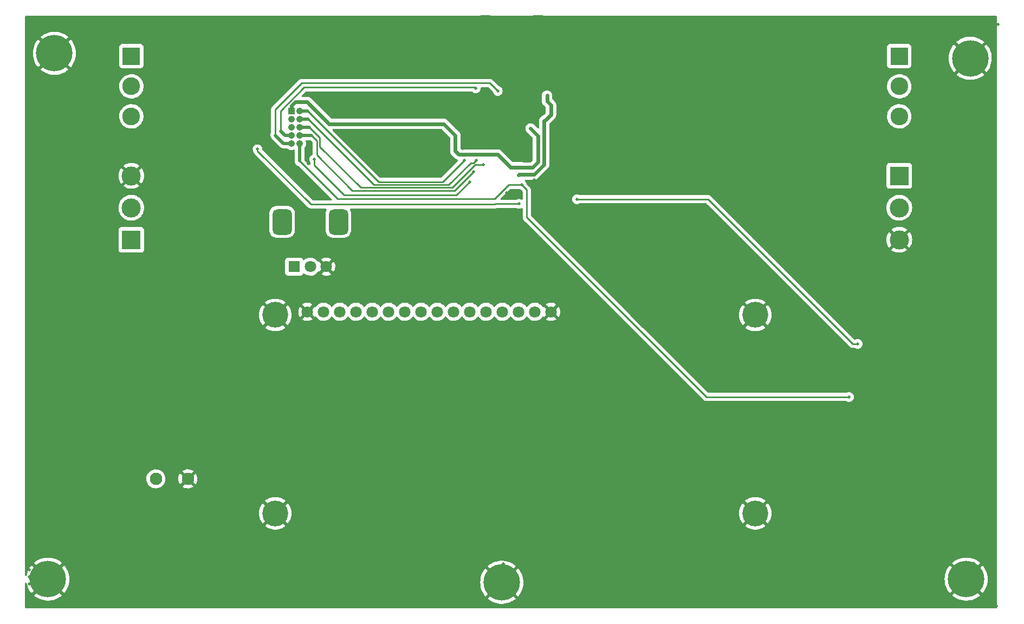
<source format=gbr>
%TF.GenerationSoftware,KiCad,Pcbnew,(6.0.9)*%
%TF.CreationDate,2024-05-17T13:50:49+01:00*%
%TF.ProjectId,Controller,436f6e74-726f-46c6-9c65-722e6b696361,rev?*%
%TF.SameCoordinates,Original*%
%TF.FileFunction,Copper,L2,Bot*%
%TF.FilePolarity,Positive*%
%FSLAX46Y46*%
G04 Gerber Fmt 4.6, Leading zero omitted, Abs format (unit mm)*
G04 Created by KiCad (PCBNEW (6.0.9)) date 2024-05-17 13:50:49*
%MOMM*%
%LPD*%
G01*
G04 APERTURE LIST*
G04 Aperture macros list*
%AMRoundRect*
0 Rectangle with rounded corners*
0 $1 Rounding radius*
0 $2 $3 $4 $5 $6 $7 $8 $9 X,Y pos of 4 corners*
0 Add a 4 corners polygon primitive as box body*
4,1,4,$2,$3,$4,$5,$6,$7,$8,$9,$2,$3,0*
0 Add four circle primitives for the rounded corners*
1,1,$1+$1,$2,$3*
1,1,$1+$1,$4,$5*
1,1,$1+$1,$6,$7*
1,1,$1+$1,$8,$9*
0 Add four rect primitives between the rounded corners*
20,1,$1+$1,$2,$3,$4,$5,0*
20,1,$1+$1,$4,$5,$6,$7,0*
20,1,$1+$1,$6,$7,$8,$9,0*
20,1,$1+$1,$8,$9,$2,$3,0*%
G04 Aperture macros list end*
%TA.AperFunction,ConnectorPad*%
%ADD10C,5.700000*%
%TD*%
%TA.AperFunction,ComponentPad*%
%ADD11C,3.600000*%
%TD*%
%TA.AperFunction,ComponentPad*%
%ADD12R,2.775000X2.775000*%
%TD*%
%TA.AperFunction,ComponentPad*%
%ADD13C,2.775000*%
%TD*%
%TA.AperFunction,ComponentPad*%
%ADD14C,1.950000*%
%TD*%
%TA.AperFunction,ComponentPad*%
%ADD15C,1.800000*%
%TD*%
%TA.AperFunction,ComponentPad*%
%ADD16C,4.050000*%
%TD*%
%TA.AperFunction,SMDPad,CuDef*%
%ADD17R,1.650000X5.600000*%
%TD*%
%TA.AperFunction,ComponentPad*%
%ADD18R,3.000000X3.000000*%
%TD*%
%TA.AperFunction,ComponentPad*%
%ADD19C,3.000000*%
%TD*%
%TA.AperFunction,ComponentPad*%
%ADD20R,1.050000X1.050000*%
%TD*%
%TA.AperFunction,ComponentPad*%
%ADD21C,1.050000*%
%TD*%
%TA.AperFunction,ComponentPad*%
%ADD22R,1.800000X1.800000*%
%TD*%
%TA.AperFunction,ComponentPad*%
%ADD23RoundRect,0.750000X0.750000X-1.250000X0.750000X1.250000X-0.750000X1.250000X-0.750000X-1.250000X0*%
%TD*%
%TA.AperFunction,ViaPad*%
%ADD24C,0.500000*%
%TD*%
%TA.AperFunction,Conductor*%
%ADD25C,0.250000*%
%TD*%
%TA.AperFunction,Conductor*%
%ADD26C,0.500000*%
%TD*%
%TA.AperFunction,Conductor*%
%ADD27C,0.600000*%
%TD*%
G04 APERTURE END LIST*
D10*
%TO.P,H2,1,1*%
%TO.N,GND*%
X235090000Y-39630000D03*
D11*
X235090000Y-39630000D03*
%TD*%
D12*
%TO.P,S3,1*%
%TO.N,/VDDS*%
X104000000Y-39300000D03*
D13*
%TO.P,S3,2*%
%TO.N,Net-(R8-Pad1)*%
X104000000Y-44000000D03*
%TO.P,S3,3*%
%TO.N,Net-(R12-Pad1)*%
X104000000Y-48700000D03*
%TD*%
D12*
%TO.P,S4,1*%
%TO.N,/VDDS*%
X224000000Y-39300000D03*
D13*
%TO.P,S4,2*%
%TO.N,Net-(R9-Pad1)*%
X224000000Y-44000000D03*
%TO.P,S4,3*%
%TO.N,Net-(R14-Pad1)*%
X224000000Y-48700000D03*
%TD*%
D10*
%TO.P,H4,1,1*%
%TO.N,GND*%
X91970000Y-38860000D03*
D11*
X91970000Y-38860000D03*
%TD*%
D14*
%TO.P,J1,1*%
%TO.N,+6V*%
X107830000Y-105370000D03*
%TO.P,J1,2*%
%TO.N,GND*%
X112830000Y-105370000D03*
%TD*%
D11*
%TO.P,H5,1,1*%
%TO.N,GND*%
X161880000Y-121550000D03*
D10*
X161880000Y-121550000D03*
%TD*%
D15*
%TO.P,21111111,1,VSS*%
%TO.N,GND*%
X131500000Y-79255000D03*
%TO.P,21111111,2,VDD*%
%TO.N,+5V*%
X134040000Y-79255000D03*
%TO.P,21111111,3,VO*%
%TO.N,Net-(21111111-Pad3)*%
X136580000Y-79255000D03*
%TO.P,21111111,4,RS*%
%TO.N,/DIO_8*%
X139120000Y-79255000D03*
%TO.P,21111111,5,R/~{W}*%
%TO.N,/DIO_9*%
X141660000Y-79255000D03*
%TO.P,21111111,6,E*%
%TO.N,/DIO_10*%
X144200000Y-79255000D03*
%TO.P,21111111,7,DB0*%
%TO.N,/DIO_11*%
X146740000Y-79255000D03*
%TO.P,21111111,8,DB1*%
%TO.N,/DIO_12*%
X149280000Y-79255000D03*
%TO.P,21111111,9,DB2*%
%TO.N,/DIO_13*%
X151820000Y-79255000D03*
%TO.P,21111111,10,DB3*%
%TO.N,/DIO_14*%
X154360000Y-79255000D03*
%TO.P,21111111,11,DB4*%
%TO.N,/DIO_15*%
X156900000Y-79255000D03*
%TO.P,21111111,12,DB5*%
%TO.N,/DIO_19*%
X159440000Y-79255000D03*
%TO.P,21111111,13,DB6*%
%TO.N,/DIO_20*%
X161980000Y-79255000D03*
%TO.P,21111111,14,DB7*%
%TO.N,/DIO_21*%
X164520000Y-79255000D03*
%TO.P,21111111,15,A*%
%TO.N,Net-(21111111-Pad15)*%
X167060000Y-79255000D03*
%TO.P,21111111,16,K*%
%TO.N,GND*%
X169600000Y-79255000D03*
D16*
%TO.P,21111111,MH1,MH1*%
X126500000Y-79755000D03*
%TO.P,21111111,MH2,MH2*%
X126500000Y-110755000D03*
%TO.P,21111111,MH3,MH3*%
X201500000Y-79755000D03*
%TO.P,21111111,MH4,MH4*%
X201500000Y-110755000D03*
%TD*%
D17*
%TO.P,J3,4*%
%TO.N,GND*%
X167545000Y-35650000D03*
%TO.P,J3,5*%
X159295000Y-35650000D03*
%TD*%
D18*
%TO.P,RV3,1,1*%
%TO.N,/VDDS*%
X224000000Y-58000000D03*
D19*
%TO.P,RV3,2,2*%
%TO.N,Net-(R10-Pad1)*%
X224000000Y-63000000D03*
%TO.P,RV3,3,3*%
%TO.N,GND*%
X224000000Y-68000000D03*
%TD*%
D18*
%TO.P,RV2,1,1*%
%TO.N,/VDDS*%
X104000000Y-68000000D03*
D19*
%TO.P,RV2,2,2*%
%TO.N,Net-(R11-Pad1)*%
X104000000Y-63000000D03*
%TO.P,RV2,3,3*%
%TO.N,GND*%
X104000000Y-58000000D03*
%TD*%
D20*
%TO.P,J2,1,1*%
%TO.N,/VDDS*%
X129015000Y-47860000D03*
D21*
%TO.P,J2,2,2*%
%TO.N,/JTAG_TMSC*%
X130285000Y-47860000D03*
%TO.P,J2,3,3*%
%TO.N,GND*%
X129015000Y-49130000D03*
%TO.P,J2,4,4*%
%TO.N,/JTAG_TCKC*%
X130285000Y-49130000D03*
%TO.P,J2,5,5*%
%TO.N,/DIO_18_RTS{slash}SWO*%
X129015000Y-50400000D03*
%TO.P,J2,6,6*%
%TO.N,/DIO_17_TDI*%
X130285000Y-50400000D03*
%TO.P,J2,7,7*%
%TO.N,/DIO_3_TXD*%
X129015000Y-51670000D03*
%TO.P,J2,8,8*%
%TO.N,/DIO_16_TDO*%
X130285000Y-51670000D03*
%TO.P,J2,9,9*%
%TO.N,/DIO_2_RXD*%
X129015000Y-52940000D03*
%TO.P,J2,10,10*%
%TO.N,/RESET_N*%
X130285000Y-52940000D03*
%TD*%
D10*
%TO.P,H1,1,1*%
%TO.N,GND*%
X90960000Y-121050000D03*
D11*
X90960000Y-121050000D03*
%TD*%
D22*
%TO.P,RV1,1,1*%
%TO.N,+5V*%
X129450000Y-72200000D03*
D15*
%TO.P,RV1,2,2*%
%TO.N,Net-(21111111-Pad3)*%
X131950000Y-72200000D03*
%TO.P,RV1,3,3*%
%TO.N,GND*%
X134450000Y-72200000D03*
D23*
%TO.P,RV1,MP*%
%TO.N,N/C*%
X136350000Y-65200000D03*
X127550000Y-65200000D03*
%TD*%
D11*
%TO.P,H3,1,1*%
%TO.N,GND*%
X234450000Y-121050000D03*
D10*
X234450000Y-121050000D03*
%TD*%
D24*
%TO.N,GND*%
X238260000Y-43530850D03*
X238260000Y-44645075D03*
X238260000Y-51330425D03*
X238260000Y-46873525D03*
X238260000Y-54673100D03*
X238260000Y-58015775D03*
X238260000Y-50216200D03*
X238260000Y-56901550D03*
X238260000Y-49101975D03*
X238260000Y-45759300D03*
X238260000Y-52444650D03*
X238260000Y-53558875D03*
X238260000Y-47987750D03*
X238260000Y-59130000D03*
X238260000Y-55787325D03*
X130430000Y-100890000D03*
X141260000Y-51660000D03*
X181990000Y-66140000D03*
X201100000Y-86785000D03*
X232840000Y-60120000D03*
X186520000Y-76070000D03*
X182966125Y-34260000D03*
X185910000Y-36670000D03*
X119327050Y-34260000D03*
X203062675Y-34260000D03*
X120156800Y-125240000D03*
X167890000Y-42700000D03*
X88040000Y-101728575D03*
X159760000Y-47360000D03*
X159710000Y-51060000D03*
X238130000Y-101578450D03*
X98943775Y-125240000D03*
X129088600Y-125240000D03*
X235580000Y-118590000D03*
X156930000Y-35580000D03*
X146122450Y-34260000D03*
X144200000Y-46190000D03*
X196360000Y-59555000D03*
X117520000Y-66470000D03*
X228741600Y-34260000D03*
X230974550Y-34260000D03*
X112250000Y-49770000D03*
X138307125Y-34260000D03*
X170398175Y-125240000D03*
X98114025Y-34260000D03*
X98160000Y-36150000D03*
X130205075Y-125240000D03*
X238130000Y-99350000D03*
X143889500Y-34260000D03*
X94580000Y-73640000D03*
X88040000Y-89472100D03*
X95430000Y-89000000D03*
X206990000Y-69050000D03*
X105300000Y-55640000D03*
X236090525Y-34320000D03*
X125160000Y-51750000D03*
X233830000Y-110090000D03*
X116690000Y-49770000D03*
X228260000Y-97520000D03*
X168260000Y-87470000D03*
X100060250Y-125240000D03*
X98260000Y-110670000D03*
X163820000Y-87470000D03*
X232840000Y-64560000D03*
X169520000Y-36730000D03*
X196360000Y-56047500D03*
X146952200Y-125240000D03*
X238130000Y-78584650D03*
X238240000Y-109423100D03*
X160913333Y-48593333D03*
X238240000Y-107194650D03*
X176830000Y-90005000D03*
X199800000Y-118450000D03*
X210750000Y-81950000D03*
X102230000Y-117950000D03*
X219809800Y-34260000D03*
X160923333Y-47360000D03*
X238130000Y-73013525D03*
X206750000Y-81770000D03*
X88040000Y-81672525D03*
X165490000Y-36850000D03*
X185590000Y-118370000D03*
X88040000Y-71644500D03*
X176830000Y-82995000D03*
X87790000Y-38804225D03*
X208790000Y-115900000D03*
X238420000Y-124650000D03*
X220926275Y-34260000D03*
X125739175Y-125240000D03*
X168720000Y-111830000D03*
X112341475Y-125240000D03*
X147238925Y-34260000D03*
X148355400Y-34260000D03*
X210830000Y-56380000D03*
X88895500Y-125240000D03*
X150550000Y-106620000D03*
X215343900Y-34260000D03*
X220981725Y-125270000D03*
X238130000Y-93778875D03*
X88040000Y-78329850D03*
X88040000Y-93929000D03*
X105642625Y-125240000D03*
X213110000Y-76800000D03*
X190850000Y-94300000D03*
X95910000Y-101860000D03*
X127972125Y-125240000D03*
X210830000Y-38510000D03*
X221530000Y-122090000D03*
X204430000Y-122310000D03*
X233670000Y-95990000D03*
X217470000Y-86970000D03*
X137100000Y-51660000D03*
X166940000Y-58670000D03*
X132438025Y-125240000D03*
X90011975Y-125240000D03*
X210830000Y-59570000D03*
X92760000Y-98300000D03*
X215950000Y-69470000D03*
X238130000Y-86384225D03*
X112600000Y-63390000D03*
X123506225Y-125240000D03*
X106759100Y-125240000D03*
X238130000Y-77470425D03*
X163240000Y-49826666D03*
X156170725Y-34260000D03*
X118850000Y-101560000D03*
X238260000Y-115995775D03*
X155770000Y-53720000D03*
X98340000Y-73280000D03*
X125370000Y-47020000D03*
X171514650Y-125240000D03*
X203890000Y-115900000D03*
X238130000Y-84155775D03*
X173280000Y-37690000D03*
X238130000Y-74127750D03*
X192180000Y-106420000D03*
X88040000Y-59388025D03*
X236410000Y-110260000D03*
X181562925Y-125240000D03*
X154767525Y-125240000D03*
X238130000Y-66328175D03*
X88040000Y-80558300D03*
X88040000Y-44903100D03*
X144930000Y-87630000D03*
X88020000Y-43449975D03*
X130630000Y-90210000D03*
X206412100Y-34260000D03*
X88040000Y-91700550D03*
X195690000Y-97450000D03*
X211657500Y-106900000D03*
X181730000Y-86512500D03*
X88040000Y-56045350D03*
X144850000Y-40210000D03*
X234379425Y-125270000D03*
X135330000Y-92840000D03*
X168520000Y-48229500D03*
X106250000Y-41910000D03*
X239440000Y-34320000D03*
X112628200Y-34260000D03*
X94470000Y-77920000D03*
X163200000Y-51060000D03*
X216380000Y-73410000D03*
X155340000Y-35320000D03*
X153937775Y-34260000D03*
X175890000Y-58830000D03*
X191611200Y-125240000D03*
X238240000Y-111651550D03*
X113744675Y-34260000D03*
X144719250Y-125240000D03*
X102579925Y-34260000D03*
X104260000Y-82950000D03*
X125140000Y-40280000D03*
X236410000Y-105020000D03*
X232840000Y-54880000D03*
X168165225Y-125240000D03*
X199426525Y-125240000D03*
X205590000Y-52700000D03*
X131659647Y-56060353D03*
X140410000Y-40210000D03*
X107830000Y-66470000D03*
X209761525Y-34260000D03*
X128620000Y-69290000D03*
X88040000Y-82786750D03*
X101463450Y-34260000D03*
X107190000Y-53740000D03*
X128170000Y-57010000D03*
X211500000Y-101580000D03*
X202775950Y-125240000D03*
X238130000Y-87498450D03*
X88040000Y-118441950D03*
X196200000Y-68975000D03*
X194640000Y-115820000D03*
X177383750Y-34260000D03*
X196077100Y-125240000D03*
X190910000Y-100780000D03*
X110395250Y-34260000D03*
X108162300Y-34260000D03*
X107045825Y-34260000D03*
X238130000Y-76356200D03*
X95490000Y-85850000D03*
X210380000Y-87640000D03*
X238130000Y-70785075D03*
X238130000Y-75241975D03*
X228910000Y-78920000D03*
X88040000Y-79444075D03*
X145835725Y-125240000D03*
X157770000Y-116030000D03*
X154670000Y-109200000D03*
X148000000Y-118660000D03*
X215950000Y-80070000D03*
X130100000Y-57980000D03*
X205590000Y-38510000D03*
X133554500Y-125240000D03*
X222042750Y-34260000D03*
X182420000Y-121880000D03*
X235495900Y-125270000D03*
X238240000Y-104966200D03*
X88722375Y-34340000D03*
X159110000Y-92840000D03*
X122280000Y-58430000D03*
X196360000Y-42017500D03*
X88040000Y-109528150D03*
X207584025Y-125270000D03*
X117390000Y-63390000D03*
X140490000Y-87630000D03*
X227680575Y-125270000D03*
X165740000Y-40390000D03*
X152534575Y-125240000D03*
X207060000Y-122090000D03*
X177200000Y-66140000D03*
X142486300Y-125240000D03*
X139136875Y-125240000D03*
X199640000Y-122310000D03*
X196200000Y-86845000D03*
X159910000Y-63450000D03*
X88040000Y-99500125D03*
X238130000Y-71899300D03*
X196150000Y-100780000D03*
X140410000Y-123940000D03*
X121510000Y-71920000D03*
X235580000Y-59960000D03*
X114574425Y-125240000D03*
X182950000Y-109280000D03*
X111980000Y-53740000D03*
X88040000Y-70530275D03*
X214790000Y-95200000D03*
X229510000Y-124570000D03*
X117094100Y-34260000D03*
X135910000Y-109200000D03*
X193844150Y-125240000D03*
X117340000Y-74730000D03*
X210830000Y-45830000D03*
X109278775Y-34260000D03*
X227960000Y-101580000D03*
X238130000Y-96007325D03*
X162036666Y-51060000D03*
X96710825Y-125240000D03*
X111150000Y-41910000D03*
X154340000Y-81500000D03*
X135710000Y-111830000D03*
X155884000Y-125240000D03*
X165410000Y-44720000D03*
X214245000Y-110680000D03*
X210830000Y-49270000D03*
X186315550Y-34260000D03*
X191250000Y-97450000D03*
X220370000Y-78620000D03*
X215730000Y-56320000D03*
X122030000Y-60850000D03*
X88040000Y-111756600D03*
X164815800Y-125240000D03*
X238130000Y-67442400D03*
X196200000Y-76295000D03*
X143050000Y-35280000D03*
X198596775Y-34260000D03*
X206020000Y-94540000D03*
X116807375Y-125240000D03*
X88040000Y-110642375D03*
X237207000Y-34320000D03*
X163520000Y-64690000D03*
X113460000Y-47990000D03*
X165870000Y-42630000D03*
X210933450Y-125270000D03*
X235580000Y-64400000D03*
X201150000Y-59625000D03*
X137950000Y-35550000D03*
X224275700Y-34260000D03*
X120380000Y-41910000D03*
X174420000Y-49640000D03*
X112280000Y-71920000D03*
X233670000Y-100890000D03*
X159490000Y-111830000D03*
X223260000Y-118160000D03*
X228750000Y-110680000D03*
X190830000Y-118370000D03*
X160873333Y-51060000D03*
X101176725Y-125240000D03*
X209410000Y-110680000D03*
X124480000Y-56960000D03*
X177097025Y-125240000D03*
X186460000Y-83110000D03*
X206750000Y-36030000D03*
X233670000Y-81520000D03*
X142773025Y-34260000D03*
X185860000Y-42160000D03*
X107740000Y-69280000D03*
X161180000Y-34190000D03*
X124760000Y-59980000D03*
X132730000Y-61050000D03*
X105929350Y-34260000D03*
X219623332Y-99550000D03*
X135787450Y-125240000D03*
X96810000Y-118150000D03*
X174034325Y-34260000D03*
X235580000Y-69190000D03*
X238073525Y-125270000D03*
X104020000Y-98560000D03*
X103780000Y-87100000D03*
X120443525Y-34260000D03*
X229858075Y-34260000D03*
X185199075Y-34260000D03*
X95850000Y-105010000D03*
X149800000Y-92840000D03*
X238130000Y-69670850D03*
X123490000Y-83460000D03*
X186520000Y-72705000D03*
X159030000Y-87470000D03*
X164750000Y-43080000D03*
X166870000Y-40650000D03*
X110108525Y-125240000D03*
X122389750Y-125240000D03*
X183890000Y-50510000D03*
X149185150Y-125240000D03*
X156990000Y-37560000D03*
X190830000Y-116110000D03*
X233857575Y-34320000D03*
X95320000Y-93280000D03*
X152900000Y-118660000D03*
X135530000Y-98260000D03*
X137190650Y-34260000D03*
X222773332Y-97520000D03*
X157000475Y-125240000D03*
X227800000Y-104370000D03*
X172631125Y-125240000D03*
X229330000Y-36720000D03*
X215730000Y-59430000D03*
X206990000Y-77650000D03*
X94220000Y-55970000D03*
X159570000Y-109200000D03*
X238130000Y-88612675D03*
X125830000Y-85880000D03*
X235390000Y-46650000D03*
X88040000Y-77215625D03*
X88040000Y-98385900D03*
X168420000Y-90210000D03*
X192180000Y-111540000D03*
X233520000Y-124650000D03*
X180733175Y-34260000D03*
X147330000Y-35880000D03*
X159750000Y-48593333D03*
X136080000Y-106620000D03*
X121310000Y-89680000D03*
X191460000Y-59540000D03*
X215730000Y-46130000D03*
X208645050Y-34260000D03*
X100840000Y-77970000D03*
X190960000Y-76135000D03*
X119040325Y-125240000D03*
X88040000Y-102842800D03*
X232146475Y-125270000D03*
X93070000Y-112030000D03*
X178050000Y-109280000D03*
X115690900Y-125240000D03*
X157287200Y-34260000D03*
X190494725Y-125240000D03*
X238130000Y-90436200D03*
X200543000Y-125240000D03*
X102293200Y-125240000D03*
X98050000Y-98720000D03*
X154290000Y-90210000D03*
X211780000Y-64870000D03*
X238130000Y-97121550D03*
X173010000Y-55710000D03*
X135510000Y-123940000D03*
X107650000Y-74730000D03*
X238260000Y-119338450D03*
X178050000Y-111540000D03*
X124720000Y-63740000D03*
X223260000Y-115900000D03*
X104526150Y-125240000D03*
X151770000Y-53385000D03*
X87779025Y-125240000D03*
X88040000Y-105071250D03*
X111511725Y-34260000D03*
X181150000Y-116110000D03*
X208650000Y-99550000D03*
X150000000Y-90210000D03*
X196360000Y-45525000D03*
X88040000Y-116213500D03*
X197420000Y-109280000D03*
X174770000Y-43330000D03*
X92244925Y-125240000D03*
X167048750Y-125240000D03*
X185620000Y-47810000D03*
X236410000Y-100730000D03*
X113700000Y-35850000D03*
X154210000Y-92840000D03*
X214136666Y-99550000D03*
X88040000Y-100614350D03*
X149500000Y-123690000D03*
X166470000Y-55350000D03*
X205008900Y-125240000D03*
X170370000Y-42530000D03*
X104010000Y-35850000D03*
X238130000Y-60757050D03*
X94050000Y-63400000D03*
X130800000Y-87630000D03*
X126260000Y-123860000D03*
X213110950Y-34260000D03*
X175980550Y-125240000D03*
X176360000Y-116110000D03*
X172160000Y-43140000D03*
X88040000Y-66073375D03*
X166870000Y-42190000D03*
X136074175Y-34260000D03*
X238323475Y-34320000D03*
X163900000Y-92840000D03*
X200750000Y-100660000D03*
X111225000Y-125240000D03*
X134957700Y-34260000D03*
X219080000Y-110680000D03*
X226310000Y-81280000D03*
X162582850Y-125240000D03*
X121830000Y-63390000D03*
X181730000Y-72482500D03*
X130430000Y-92840000D03*
X164760000Y-39210000D03*
X124920000Y-70200000D03*
X213166400Y-125270000D03*
X115640000Y-46380000D03*
X150380000Y-109200000D03*
X114530000Y-55640000D03*
X154590000Y-111830000D03*
X194960625Y-125240000D03*
X165420000Y-43790000D03*
X111200000Y-46380000D03*
X117430000Y-77770000D03*
X238130000Y-98235775D03*
X173747600Y-125240000D03*
X152980000Y-116030000D03*
X121870000Y-69280000D03*
X183795875Y-125240000D03*
X107875575Y-125240000D03*
X176360000Y-118370000D03*
X238130000Y-64099725D03*
X226508650Y-34260000D03*
X186028825Y-125240000D03*
X177180000Y-121880000D03*
X135530000Y-90210000D03*
X194560000Y-118450000D03*
X140120000Y-92840000D03*
X118970000Y-80470000D03*
X154130000Y-87470000D03*
X150380000Y-81660000D03*
X121870000Y-77770000D03*
X188261775Y-125240000D03*
X148080000Y-116030000D03*
X236205000Y-78190000D03*
X176267275Y-34260000D03*
X223159225Y-34260000D03*
X151704825Y-34260000D03*
X201150000Y-49110000D03*
X164760000Y-41145000D03*
X87605900Y-34340000D03*
X220980000Y-72680000D03*
X208420000Y-104370000D03*
X230370000Y-86670000D03*
X94640000Y-66990000D03*
X180820000Y-53380000D03*
X186520000Y-79575000D03*
X121780000Y-74730000D03*
X201150000Y-42240000D03*
X238240000Y-110537325D03*
X192180000Y-109280000D03*
X238130000Y-92664650D03*
X215730000Y-49660000D03*
X98090000Y-82090000D03*
X116640000Y-96810000D03*
X131010000Y-109200000D03*
X88040000Y-120670400D03*
X213580000Y-115900000D03*
X238130000Y-100464225D03*
X117430000Y-69280000D03*
X140700000Y-109200000D03*
X217286666Y-97520000D03*
X221340000Y-104370000D03*
X88040000Y-72758725D03*
X165380000Y-34580000D03*
X194740000Y-122310000D03*
X162070000Y-41235000D03*
X161466375Y-125240000D03*
X112730000Y-66470000D03*
X96997550Y-34260000D03*
X148068675Y-125240000D03*
X171460000Y-118370000D03*
X201100000Y-76595000D03*
X206125425Y-125240000D03*
X238130000Y-85270000D03*
X154290000Y-123690000D03*
X165932275Y-125240000D03*
X231490000Y-118880000D03*
X171780000Y-36670000D03*
X182460000Y-59130000D03*
X88040000Y-119556175D03*
X190960000Y-72705000D03*
X211850000Y-122090000D03*
X88040000Y-96157450D03*
X176680000Y-36670000D03*
X98090000Y-86530000D03*
X95910000Y-98360000D03*
X164760000Y-42112500D03*
X216805000Y-106900000D03*
X148230000Y-41900000D03*
X201150000Y-38510000D03*
X168480000Y-64130000D03*
X149970000Y-38190000D03*
X171460000Y-116110000D03*
X201946200Y-34260000D03*
X206450000Y-90370000D03*
X88040000Y-61616475D03*
X160910000Y-40370000D03*
X211530000Y-69230000D03*
X122560000Y-56000000D03*
X190730000Y-122230000D03*
X130630000Y-98260000D03*
X191460000Y-49025000D03*
X93188275Y-34340000D03*
X88040000Y-52702675D03*
X176720000Y-94300000D03*
X88040000Y-87243650D03*
X197193575Y-125240000D03*
X110090000Y-55640000D03*
X104812875Y-34260000D03*
X166100000Y-41220000D03*
X191020000Y-79600000D03*
X225392175Y-34260000D03*
X214282875Y-125270000D03*
X92340000Y-82290000D03*
X144940000Y-111830000D03*
X116870000Y-89680000D03*
X140320000Y-90210000D03*
X127770000Y-59910000D03*
X101860000Y-124040000D03*
X133841225Y-34260000D03*
X238130000Y-80813100D03*
X215730000Y-53010000D03*
X88040000Y-50474225D03*
X184912350Y-125240000D03*
X88040000Y-68301825D03*
X94477875Y-125240000D03*
X169410000Y-39580000D03*
X148640000Y-46190000D03*
X88040000Y-62730700D03*
X112800000Y-60850000D03*
X114861150Y-34260000D03*
X143590000Y-118660000D03*
X159750000Y-49826666D03*
X172740000Y-121880000D03*
X221952500Y-106900000D03*
X164280000Y-111830000D03*
X181220000Y-44940000D03*
X120280000Y-44640000D03*
X88040000Y-86129425D03*
X201150000Y-56120000D03*
X187740000Y-111540000D03*
X95910000Y-111660000D03*
X185490000Y-122230000D03*
X161170000Y-36630000D03*
X196360000Y-49032500D03*
X191460000Y-56035000D03*
X201659475Y-125240000D03*
X167790000Y-41140000D03*
X98790000Y-123690000D03*
X202090000Y-64870000D03*
X199880000Y-115820000D03*
X181420000Y-42160000D03*
X88040000Y-57159575D03*
X221220000Y-68870000D03*
X181460000Y-39570000D03*
X171801375Y-34260000D03*
X210830000Y-52750000D03*
X229090000Y-89340000D03*
X160913333Y-49826666D03*
X219190000Y-46270000D03*
X136150000Y-81720000D03*
X88040000Y-53816900D03*
X95490000Y-82350000D03*
X219190000Y-49780000D03*
X181470000Y-36670000D03*
X221460000Y-64870000D03*
X197420000Y-106420000D03*
X175150800Y-34260000D03*
X116450000Y-98990000D03*
X144560000Y-92840000D03*
X224130000Y-88490000D03*
X107100000Y-124040000D03*
X185590000Y-116110000D03*
X176830000Y-86500000D03*
X181180000Y-47810000D03*
X206990000Y-64870000D03*
X233670000Y-86760000D03*
X90955325Y-34340000D03*
X129120000Y-118660000D03*
X151770000Y-55370000D03*
X178690000Y-56310000D03*
X186280000Y-59190000D03*
X173500000Y-87470000D03*
X162060000Y-43170000D03*
X197480300Y-34260000D03*
X161260000Y-39290000D03*
X211540000Y-36030000D03*
X151770000Y-57355000D03*
X176010000Y-56450000D03*
X239190000Y-125270000D03*
X130800000Y-95680000D03*
X103300000Y-105000000D03*
X88040000Y-63844925D03*
X96590000Y-116070000D03*
X159190000Y-90210000D03*
X94640000Y-70490000D03*
X167414785Y-48212240D03*
X159233425Y-125240000D03*
X88040000Y-83900975D03*
X222473332Y-101580000D03*
X171340000Y-57350000D03*
X87790000Y-36575775D03*
X214227425Y-34260000D03*
X88040000Y-64959150D03*
X153651050Y-125240000D03*
X236410000Y-81360000D03*
X168510000Y-81500000D03*
X136903925Y-125240000D03*
X111110000Y-124120000D03*
X211470000Y-73710000D03*
X217530000Y-76740000D03*
X138020400Y-125240000D03*
X140700000Y-81660000D03*
X112550000Y-74730000D03*
X216460375Y-34260000D03*
X217632300Y-125270000D03*
X209816975Y-125270000D03*
X232700000Y-78190000D03*
X99230500Y-34260000D03*
X215730000Y-38490000D03*
X162070000Y-42202500D03*
X88040000Y-95043225D03*
X219870000Y-36500000D03*
X176830000Y-72480000D03*
X113660000Y-116240000D03*
X107380000Y-71920000D03*
X217576850Y-34260000D03*
X233830000Y-104850000D03*
X224331150Y-125270000D03*
X176030000Y-50550000D03*
X151030000Y-40190000D03*
X196090000Y-94300000D03*
X208700500Y-125270000D03*
X141656550Y-34260000D03*
X231030000Y-125270000D03*
X233670000Y-91200000D03*
X167370000Y-118660000D03*
X167950000Y-121880000D03*
X226250000Y-118880000D03*
X157690000Y-118660000D03*
X196200000Y-73005000D03*
X172917850Y-34260000D03*
X179616700Y-34260000D03*
X135700000Y-87630000D03*
X163980000Y-90210000D03*
X109420000Y-51660000D03*
X236220000Y-73290000D03*
X117590000Y-60850000D03*
X88040000Y-74987175D03*
X138350000Y-118660000D03*
X191460000Y-45520000D03*
X222098200Y-125270000D03*
X186520000Y-86585000D03*
X190960000Y-83165000D03*
X235580000Y-116330000D03*
X219865250Y-125270000D03*
X216986666Y-101580000D03*
X108992050Y-125240000D03*
X88040000Y-112870825D03*
X196200000Y-90035000D03*
X143602775Y-125240000D03*
X87790000Y-39918450D03*
X207810000Y-49570000D03*
X116420000Y-53740000D03*
X182679400Y-125240000D03*
X170684900Y-34260000D03*
X88040000Y-85015200D03*
X216515825Y-125270000D03*
X132724750Y-34260000D03*
X117923850Y-125240000D03*
X215980000Y-36030000D03*
X191460000Y-38510000D03*
X185900000Y-39570000D03*
X111550000Y-98990000D03*
X173960000Y-111830000D03*
X181150000Y-118370000D03*
X238130000Y-102692675D03*
X199713250Y-34260000D03*
X153520000Y-37540000D03*
X162086666Y-47360000D03*
X118140000Y-35850000D03*
X236612425Y-125270000D03*
X181730000Y-90020000D03*
X88040000Y-97271675D03*
X229913525Y-125270000D03*
X163250000Y-47360000D03*
X124880000Y-73910000D03*
X181620000Y-94300000D03*
X111030000Y-116040000D03*
X134510000Y-46190000D03*
X133910000Y-118660000D03*
X171450000Y-45540000D03*
X121273275Y-125240000D03*
X168340000Y-92840000D03*
X91490000Y-66930000D03*
X134110000Y-116030000D03*
X190960000Y-87085000D03*
X151418100Y-125240000D03*
X197420000Y-111540000D03*
X132570000Y-59270000D03*
X185870000Y-54880000D03*
X125870000Y-96810000D03*
X134670975Y-125240000D03*
X131180000Y-106620000D03*
X88040000Y-117327725D03*
X113860000Y-51660000D03*
X190960000Y-68975000D03*
X238130000Y-62985500D03*
X167450000Y-116030000D03*
X227100000Y-106900000D03*
X181849650Y-34260000D03*
X169281700Y-125240000D03*
X216220000Y-64870000D03*
X98050000Y-103160000D03*
X182950000Y-111540000D03*
X87790000Y-37690000D03*
X140540075Y-34260000D03*
X218020000Y-118160000D03*
X225447625Y-125270000D03*
X173580000Y-92840000D03*
X232712500Y-73290000D03*
X210830000Y-42540000D03*
X208790000Y-118160000D03*
X162210000Y-116030000D03*
X88040000Y-76101400D03*
X176670000Y-39570000D03*
X223214675Y-125270000D03*
X178500225Y-34260000D03*
X238130000Y-68556625D03*
X205590000Y-59770000D03*
X88040000Y-92814775D03*
X179329975Y-125240000D03*
X121960000Y-66470000D03*
X88040000Y-49360000D03*
X198310050Y-125240000D03*
X163240000Y-48593333D03*
X95594350Y-125240000D03*
X218748775Y-125270000D03*
X155054250Y-34260000D03*
X98340000Y-77720000D03*
X235580000Y-54720000D03*
X187740000Y-109280000D03*
X119050000Y-83460000D03*
X238260000Y-118224225D03*
X123410000Y-80470000D03*
X88660000Y-54290000D03*
X88040000Y-108413925D03*
X186520000Y-90090000D03*
X181730000Y-68975000D03*
X201150000Y-45605000D03*
X94010000Y-115900000D03*
X108450000Y-115870000D03*
X115977625Y-34260000D03*
X141369825Y-125240000D03*
X117840000Y-58430000D03*
X180446450Y-125240000D03*
X94304750Y-34340000D03*
X139423600Y-34260000D03*
X119080000Y-116040000D03*
X88040000Y-106185475D03*
X88040000Y-60502250D03*
X162076666Y-48593333D03*
X88040000Y-46017325D03*
X94220000Y-52470000D03*
X88040000Y-67187600D03*
X226564100Y-125270000D03*
X201100000Y-89895000D03*
X140290000Y-53680000D03*
X196360000Y-52540000D03*
X176430000Y-44940000D03*
X103409675Y-125240000D03*
X124622700Y-125240000D03*
X131321550Y-125240000D03*
X168800000Y-109200000D03*
X97827300Y-125240000D03*
X192727675Y-125240000D03*
X204179150Y-34260000D03*
X118210575Y-34260000D03*
X100346975Y-34260000D03*
X238260000Y-117110000D03*
X145140000Y-109200000D03*
X88040000Y-113985050D03*
X124220000Y-118660000D03*
X196090000Y-66140000D03*
X176390000Y-47810000D03*
X112640000Y-69280000D03*
X212049925Y-125270000D03*
X88040000Y-90586325D03*
X196360000Y-38510000D03*
X163699325Y-125240000D03*
X223915000Y-110680000D03*
X143790000Y-116030000D03*
X162130000Y-118660000D03*
X140870000Y-106620000D03*
X98010000Y-94640000D03*
X205590000Y-56620000D03*
X176030000Y-53380000D03*
X128170000Y-61820000D03*
X109020000Y-47990000D03*
X235375000Y-51550000D03*
X144760000Y-90210000D03*
X221770000Y-76260000D03*
X162076666Y-49826666D03*
X103696400Y-34260000D03*
X88040000Y-51588450D03*
X108910000Y-35850000D03*
X206510000Y-86190000D03*
X120800000Y-124120000D03*
X93120000Y-115850000D03*
X186520000Y-68975000D03*
X88040000Y-121784625D03*
X102290000Y-53740000D03*
X201100000Y-83475000D03*
X95421225Y-34340000D03*
X88040000Y-54931125D03*
X238260000Y-114881550D03*
X116010000Y-124120000D03*
X218693325Y-34260000D03*
X174864075Y-125240000D03*
X218020000Y-115900000D03*
X164760000Y-40177500D03*
X145200000Y-123940000D03*
X158116950Y-125240000D03*
X88040000Y-88357875D03*
X100840000Y-73530000D03*
X201060000Y-94120000D03*
X140500000Y-111830000D03*
X238240000Y-106080425D03*
X178213500Y-125240000D03*
X113457950Y-125240000D03*
X227625125Y-34260000D03*
X123350000Y-44760000D03*
X169568425Y-34260000D03*
X216290000Y-122090000D03*
X88040000Y-47131550D03*
X92820000Y-47730000D03*
X201100000Y-72685000D03*
X89838850Y-34340000D03*
X238130000Y-83041550D03*
X111740000Y-96810000D03*
X133060000Y-69290000D03*
X233262950Y-125270000D03*
X115940000Y-41910000D03*
X238130000Y-65213950D03*
X205590000Y-42240000D03*
X126855650Y-125240000D03*
X205295625Y-34260000D03*
X205590000Y-45670000D03*
X234974050Y-34320000D03*
X152821300Y-34260000D03*
X164070000Y-81500000D03*
X88040000Y-103957025D03*
X95740000Y-109290000D03*
X207528575Y-34260000D03*
X121390000Y-85880000D03*
X170410000Y-41180000D03*
X118850000Y-106000000D03*
X191460000Y-42015000D03*
X226330000Y-116250000D03*
X175120000Y-40550000D03*
X152690000Y-36210000D03*
X238260000Y-113767325D03*
X231570000Y-116250000D03*
X167520000Y-45009500D03*
X225110000Y-99550000D03*
X232840000Y-69350000D03*
X185660000Y-44940000D03*
X125680000Y-98990000D03*
X150301625Y-125240000D03*
X140253350Y-125240000D03*
X191460000Y-52530000D03*
X91128450Y-125240000D03*
X135330000Y-100890000D03*
X228797050Y-125270000D03*
X150588350Y-34260000D03*
X150180000Y-111830000D03*
X228190000Y-82250000D03*
X88040000Y-73872950D03*
X214880000Y-104370000D03*
X116500000Y-115870000D03*
X139410000Y-46190000D03*
X172300000Y-66140000D03*
X229110000Y-93410000D03*
X189378250Y-125240000D03*
X88040000Y-115099275D03*
X181730000Y-75990000D03*
X159280000Y-81500000D03*
X187145300Y-125240000D03*
X236410000Y-95830000D03*
X238180000Y-112601550D03*
X236410000Y-86600000D03*
X131500000Y-123860000D03*
X130810000Y-111830000D03*
X176830000Y-79490000D03*
X162640000Y-60660000D03*
X164360000Y-109200000D03*
X211800000Y-97520000D03*
X118120000Y-56000000D03*
X93361400Y-125240000D03*
X125010000Y-49160000D03*
X88040000Y-48245775D03*
X92071800Y-34340000D03*
X238130000Y-91550425D03*
X145310000Y-106620000D03*
X138550000Y-116030000D03*
X215730000Y-42220000D03*
X232091075Y-34260000D03*
X162070000Y-40267500D03*
X176630000Y-42160000D03*
X128860000Y-82510000D03*
X236410000Y-91040000D03*
X238240000Y-108308875D03*
X135700000Y-95680000D03*
X186430000Y-66140000D03*
X98010000Y-90200000D03*
X206510000Y-106900000D03*
X124420000Y-116030000D03*
X88040000Y-107299700D03*
X200829725Y-34260000D03*
X122980000Y-47020000D03*
X88040000Y-69416050D03*
X238130000Y-81927325D03*
X121240000Y-98990000D03*
X176830000Y-68975000D03*
X203890000Y-118160000D03*
X196200000Y-83215000D03*
X135620000Y-40210000D03*
X156940000Y-39670000D03*
X173660000Y-90210000D03*
X166970000Y-61350000D03*
X130720000Y-40210000D03*
X184082600Y-34260000D03*
X196200000Y-79735000D03*
X186410000Y-94300000D03*
X96080000Y-113710000D03*
X210878000Y-34260000D03*
X149471875Y-34260000D03*
X238130000Y-94893100D03*
X162070000Y-39300000D03*
X160349900Y-125240000D03*
X200930000Y-97450000D03*
X201850000Y-36030000D03*
X150170000Y-87630000D03*
X121430000Y-96810000D03*
X129320000Y-116030000D03*
X145140000Y-81660000D03*
X224600000Y-122440000D03*
X181730000Y-83005000D03*
X180820000Y-50550000D03*
X88040000Y-58273800D03*
X211994475Y-34260000D03*
X117070000Y-71920000D03*
X191670000Y-66140000D03*
X98260000Y-106230000D03*
X215399350Y-125270000D03*
X238130000Y-79698875D03*
X145005975Y-34260000D03*
X99650000Y-117780000D03*
X203892425Y-125240000D03*
X174040000Y-109200000D03*
X238130000Y-61871275D03*
X94160000Y-59120000D03*
X213580000Y-118160000D03*
%TO.N,/RESET_N*%
X216132500Y-92567500D03*
X165020498Y-59415000D03*
%TO.N,/VDDS*%
X154610000Y-53400000D03*
X164380000Y-56650000D03*
X165935500Y-56700000D03*
X154610000Y-52490000D03*
X167146290Y-51340749D03*
X166390000Y-50595400D03*
%TO.N,/USER_BTN*%
X173630000Y-61660000D03*
X217490000Y-84270000D03*
%TO.N,/VDDR*%
X168990000Y-46390000D03*
X168513776Y-49422222D03*
X168950000Y-45450000D03*
X168513776Y-50344561D03*
X164540000Y-57860000D03*
%TO.N,/JTAG_TMSC*%
X155992360Y-55589500D03*
%TO.N,/JTAG_TCKC*%
X157908500Y-55565002D03*
%TO.N,/DIO_18_RTS{slash}SWO*%
X132580000Y-55390000D03*
X156869932Y-58945744D03*
%TO.N,/DIO_16_TDO*%
X157500000Y-57360000D03*
%TO.N,/DIO_2_RXD*%
X161255000Y-44735000D03*
%TO.N,/DIO_17_TDI*%
X159000000Y-56290000D03*
%TO.N,/DIO_3_TXD*%
X157810000Y-44320000D03*
%TO.N,/VerticalMove*%
X164590000Y-62390000D03*
X123720000Y-53840000D03*
%TD*%
D25*
%TO.N,/DIO_16_TDO*%
X138515305Y-60300000D02*
X132970000Y-54754695D01*
X154530895Y-60300000D02*
X138515305Y-60300000D01*
X132970000Y-52500000D02*
X132140000Y-51670000D01*
X157407795Y-57423100D02*
X154530895Y-60300000D01*
X157436900Y-57423100D02*
X157407795Y-57423100D01*
X157500000Y-57360000D02*
X157436900Y-57423100D01*
X132970000Y-54754695D02*
X132970000Y-52500000D01*
%TO.N,/DIO_17_TDI*%
X133460000Y-53460000D02*
X133460000Y-52010000D01*
X139850000Y-59850000D02*
X133460000Y-53460000D01*
X154186963Y-59850000D02*
X139850000Y-59850000D01*
X157746963Y-56290000D02*
X154186963Y-59850000D01*
X159000000Y-56290000D02*
X157746963Y-56290000D01*
X133460000Y-52010000D02*
X131850000Y-50400000D01*
%TO.N,/RESET_N*%
X136194695Y-61620000D02*
X130285000Y-55710305D01*
X216130000Y-92570000D02*
X193880000Y-92570000D01*
X165020498Y-59415000D02*
X162944547Y-59415000D01*
X160739547Y-61620000D02*
X136194695Y-61620000D01*
D26*
X130285000Y-55710305D02*
X130285000Y-52940000D01*
D25*
X162944547Y-59415000D02*
X160739547Y-61620000D01*
X193880000Y-92570000D02*
X165780000Y-64470000D01*
X165780000Y-60174502D02*
X165020498Y-59415000D01*
X165780000Y-64470000D02*
X165780000Y-60174502D01*
X216132500Y-92567500D02*
X216130000Y-92570000D01*
D27*
%TO.N,/VDDS*%
X158306291Y-54690000D02*
X158281293Y-54665002D01*
X129015000Y-47043884D02*
X129015000Y-47860000D01*
X167550000Y-51744459D02*
X167550000Y-55860000D01*
X157511209Y-54689500D02*
X155189500Y-54689500D01*
X167146290Y-51340749D02*
X167550000Y-51744459D01*
X157535707Y-54665002D02*
X157511209Y-54689500D01*
X134890000Y-49880000D02*
X131464442Y-46454442D01*
X131464442Y-46454442D02*
X129604442Y-46454442D01*
X161310000Y-54690000D02*
X158306291Y-54690000D01*
X158281293Y-54665002D02*
X157535707Y-54665002D01*
X129604442Y-46454442D02*
X129015000Y-47043884D01*
X155189500Y-54689500D02*
X154610000Y-54110000D01*
X154610000Y-54110000D02*
X154610000Y-53400000D01*
X165015000Y-56650000D02*
X163270000Y-56650000D01*
X166390000Y-50595400D02*
X166954600Y-51160000D01*
X152839996Y-49880000D02*
X134890000Y-49880000D01*
X163270000Y-56650000D02*
X161310000Y-54690000D01*
X164380000Y-56650000D02*
X164430000Y-56700000D01*
X154610000Y-53400000D02*
X154610000Y-51650004D01*
X154610000Y-51650004D02*
X152839996Y-49880000D01*
X164430000Y-56700000D02*
X165935500Y-56700000D01*
X167550000Y-55860000D02*
X166710000Y-56700000D01*
X166710000Y-56700000D02*
X165935500Y-56700000D01*
D25*
%TO.N,/USER_BTN*%
X217490000Y-84270000D02*
X216750000Y-84270000D01*
X216750000Y-84270000D02*
X194140000Y-61660000D01*
X194140000Y-61660000D02*
X173630000Y-61660000D01*
D27*
%TO.N,/VDDR*%
X168513776Y-49422222D02*
X168600571Y-49422222D01*
X164580000Y-57820000D02*
X164540000Y-57860000D01*
X168600571Y-49422222D02*
X169580000Y-48442793D01*
X166920000Y-57820000D02*
X164580000Y-57820000D01*
X169580000Y-46980000D02*
X168950000Y-46350000D01*
X168513776Y-56226224D02*
X166920000Y-57820000D01*
X169580000Y-46980000D02*
X168990000Y-46390000D01*
X169580000Y-48442793D02*
X169580000Y-46980000D01*
X168513776Y-49422222D02*
X168513776Y-56226224D01*
X168950000Y-46350000D02*
X168950000Y-45450000D01*
D25*
%TO.N,/JTAG_TMSC*%
X152631860Y-58950000D02*
X142620000Y-58950000D01*
X142620000Y-58950000D02*
X131530000Y-47860000D01*
X155992360Y-55589500D02*
X152631860Y-58950000D01*
D26*
X131530000Y-47860000D02*
X130285000Y-47860000D01*
D25*
%TO.N,/JTAG_TCKC*%
X157496202Y-55977300D02*
X157034358Y-55977300D01*
X153611658Y-59400000D02*
X141920000Y-59400000D01*
X141920000Y-59400000D02*
X131650000Y-49130000D01*
D26*
X131650000Y-49130000D02*
X130285000Y-49130000D01*
D25*
X157908500Y-55565002D02*
X157496202Y-55977300D01*
X157034358Y-55977300D02*
X153611658Y-59400000D01*
%TO.N,/DIO_18_RTS{slash}SWO*%
X132580000Y-56350000D02*
X132580000Y-55390000D01*
X137250000Y-61020000D02*
X132580000Y-56350000D01*
X156869932Y-58945744D02*
X154795676Y-61020000D01*
X154795676Y-61020000D02*
X137250000Y-61020000D01*
D26*
%TO.N,/DIO_16_TDO*%
X132140000Y-51670000D02*
X130285000Y-51670000D01*
D25*
%TO.N,/DIO_2_RXD*%
X126480000Y-51640000D02*
X126500000Y-51660000D01*
X130620000Y-43510000D02*
X126480000Y-47650000D01*
D26*
X127780000Y-52940000D02*
X126500000Y-51660000D01*
D25*
X160030000Y-43510000D02*
X130620000Y-43510000D01*
X126480000Y-47650000D02*
X126480000Y-51640000D01*
D26*
X129015000Y-52940000D02*
X127780000Y-52940000D01*
D25*
X161255000Y-44735000D02*
X160030000Y-43510000D01*
D26*
%TO.N,/DIO_17_TDI*%
X131850000Y-50400000D02*
X130285000Y-50400000D01*
%TO.N,/DIO_3_TXD*%
X127360000Y-51030000D02*
X128000000Y-51670000D01*
D25*
X157810000Y-44320000D02*
X157680000Y-44190000D01*
D26*
X128000000Y-51670000D02*
X129015000Y-51670000D01*
D25*
X157680000Y-44190000D02*
X130985000Y-44190000D01*
X127310000Y-47865000D02*
X127310000Y-50980000D01*
X127310000Y-50980000D02*
X127360000Y-51030000D01*
X130985000Y-44190000D02*
X127310000Y-47865000D01*
%TO.N,/VerticalMove*%
X160820000Y-62470000D02*
X132070000Y-62470000D01*
X132070000Y-62470000D02*
X123720000Y-54120000D01*
X123720000Y-54120000D02*
X123720000Y-53840000D01*
X164590000Y-62390000D02*
X160900000Y-62390000D01*
X160900000Y-62390000D02*
X160820000Y-62470000D01*
%TD*%
%TA.AperFunction,Conductor*%
%TO.N,GND*%
G36*
X239213621Y-33028502D02*
G01*
X239260114Y-33082158D01*
X239271500Y-33134500D01*
X239271500Y-125485500D01*
X239251498Y-125553621D01*
X239197842Y-125600114D01*
X239145500Y-125611500D01*
X87534500Y-125611500D01*
X87466379Y-125591498D01*
X87419886Y-125537842D01*
X87408500Y-125485500D01*
X87408500Y-123601745D01*
X88773795Y-123601745D01*
X88773871Y-123602815D01*
X88777055Y-123607648D01*
X89057342Y-123822720D01*
X89062972Y-123826575D01*
X89367929Y-124011992D01*
X89373931Y-124015210D01*
X89697139Y-124166611D01*
X89703444Y-124169159D01*
X90041117Y-124284771D01*
X90047668Y-124286624D01*
X90395838Y-124365087D01*
X90402557Y-124366224D01*
X90757174Y-124406628D01*
X90763964Y-124407031D01*
X91120865Y-124408899D01*
X91127666Y-124408567D01*
X91482686Y-124371880D01*
X91489414Y-124370814D01*
X91838402Y-124295997D01*
X91844950Y-124294218D01*
X92183820Y-124182147D01*
X92190162Y-124179661D01*
X92361133Y-124101745D01*
X159693795Y-124101745D01*
X159693871Y-124102815D01*
X159697055Y-124107648D01*
X159977342Y-124322720D01*
X159982972Y-124326575D01*
X160287929Y-124511992D01*
X160293931Y-124515210D01*
X160617139Y-124666611D01*
X160623444Y-124669159D01*
X160961117Y-124784771D01*
X160967668Y-124786624D01*
X161315838Y-124865087D01*
X161322557Y-124866224D01*
X161677174Y-124906628D01*
X161683964Y-124907031D01*
X162040865Y-124908899D01*
X162047666Y-124908567D01*
X162402686Y-124871880D01*
X162409414Y-124870814D01*
X162758402Y-124795997D01*
X162764950Y-124794218D01*
X163103820Y-124682147D01*
X163110162Y-124679661D01*
X163434921Y-124531660D01*
X163440975Y-124528495D01*
X163747839Y-124346293D01*
X163753520Y-124342490D01*
X164038918Y-124128207D01*
X164044145Y-124123821D01*
X164056988Y-124111803D01*
X164065057Y-124098123D01*
X164065029Y-124097398D01*
X164059887Y-124089097D01*
X161892812Y-121922022D01*
X161878868Y-121914408D01*
X161877035Y-121914539D01*
X161870420Y-121918790D01*
X159701409Y-124087801D01*
X159693795Y-124101745D01*
X92361133Y-124101745D01*
X92514921Y-124031660D01*
X92520975Y-124028495D01*
X92827839Y-123846293D01*
X92833520Y-123842490D01*
X93118918Y-123628207D01*
X93124145Y-123623821D01*
X93136988Y-123611803D01*
X93145057Y-123598123D01*
X93145029Y-123597398D01*
X93139887Y-123589097D01*
X90972812Y-121422022D01*
X90958868Y-121414408D01*
X90957035Y-121414539D01*
X90950420Y-121418790D01*
X88781409Y-123587801D01*
X88773795Y-123601745D01*
X87408500Y-123601745D01*
X87408500Y-121692552D01*
X87428502Y-121624431D01*
X87482158Y-121577938D01*
X87552432Y-121567834D01*
X87617012Y-121597328D01*
X87655396Y-121657054D01*
X87658914Y-121672624D01*
X87672478Y-121757305D01*
X87673917Y-121763960D01*
X87768094Y-122108215D01*
X87770243Y-122114676D01*
X87901053Y-122446756D01*
X87903884Y-122452939D01*
X88069792Y-122768949D01*
X88073275Y-122774791D01*
X88272340Y-123071031D01*
X88276442Y-123076475D01*
X88400942Y-123224322D01*
X88413680Y-123232764D01*
X88424124Y-123226666D01*
X90587978Y-121062812D01*
X90594356Y-121051132D01*
X91324408Y-121051132D01*
X91324539Y-121052965D01*
X91328790Y-121059580D01*
X93494463Y-123225253D01*
X93508060Y-123232678D01*
X93517669Y-123225981D01*
X93622197Y-123104457D01*
X93626346Y-123099069D01*
X93828503Y-122804929D01*
X93832050Y-122799118D01*
X94001250Y-122484879D01*
X94004157Y-122478701D01*
X94138435Y-122148016D01*
X94140649Y-122141586D01*
X94238427Y-121798331D01*
X94239934Y-121791701D01*
X94282675Y-121541657D01*
X158517260Y-121541657D01*
X158535318Y-121898127D01*
X158536028Y-121904883D01*
X158592478Y-122257305D01*
X158593917Y-122263960D01*
X158688094Y-122608215D01*
X158690243Y-122614676D01*
X158821053Y-122946756D01*
X158823884Y-122952939D01*
X158989792Y-123268949D01*
X158993275Y-123274791D01*
X159192340Y-123571031D01*
X159196442Y-123576475D01*
X159320942Y-123724322D01*
X159333680Y-123732764D01*
X159344124Y-123726666D01*
X161507978Y-121562812D01*
X161514356Y-121551132D01*
X162244408Y-121551132D01*
X162244539Y-121552965D01*
X162248790Y-121559580D01*
X164414463Y-123725253D01*
X164428060Y-123732678D01*
X164437669Y-123725981D01*
X164542197Y-123604457D01*
X164544285Y-123601745D01*
X232263795Y-123601745D01*
X232263871Y-123602815D01*
X232267055Y-123607648D01*
X232547342Y-123822720D01*
X232552972Y-123826575D01*
X232857929Y-124011992D01*
X232863931Y-124015210D01*
X233187139Y-124166611D01*
X233193444Y-124169159D01*
X233531117Y-124284771D01*
X233537668Y-124286624D01*
X233885838Y-124365087D01*
X233892557Y-124366224D01*
X234247174Y-124406628D01*
X234253964Y-124407031D01*
X234610865Y-124408899D01*
X234617666Y-124408567D01*
X234972686Y-124371880D01*
X234979414Y-124370814D01*
X235328402Y-124295997D01*
X235334950Y-124294218D01*
X235673820Y-124182147D01*
X235680162Y-124179661D01*
X236004921Y-124031660D01*
X236010975Y-124028495D01*
X236317839Y-123846293D01*
X236323520Y-123842490D01*
X236608918Y-123628207D01*
X236614145Y-123623821D01*
X236626988Y-123611803D01*
X236635057Y-123598123D01*
X236635029Y-123597398D01*
X236629887Y-123589097D01*
X234462812Y-121422022D01*
X234448868Y-121414408D01*
X234447035Y-121414539D01*
X234440420Y-121418790D01*
X232271409Y-123587801D01*
X232263795Y-123601745D01*
X164544285Y-123601745D01*
X164546346Y-123599069D01*
X164748503Y-123304929D01*
X164752050Y-123299118D01*
X164921250Y-122984879D01*
X164924157Y-122978701D01*
X165058435Y-122648016D01*
X165060649Y-122641586D01*
X165158427Y-122298331D01*
X165159934Y-122291701D01*
X165220073Y-121939873D01*
X165220853Y-121933133D01*
X165242740Y-121575275D01*
X165242856Y-121571673D01*
X165242926Y-121551820D01*
X165242834Y-121548193D01*
X165223446Y-121190208D01*
X165222711Y-121183442D01*
X165199493Y-121041657D01*
X231087260Y-121041657D01*
X231105318Y-121398127D01*
X231106028Y-121404883D01*
X231162478Y-121757305D01*
X231163917Y-121763960D01*
X231258094Y-122108215D01*
X231260243Y-122114676D01*
X231391053Y-122446756D01*
X231393884Y-122452939D01*
X231559792Y-122768949D01*
X231563275Y-122774791D01*
X231762340Y-123071031D01*
X231766442Y-123076475D01*
X231890942Y-123224322D01*
X231903680Y-123232764D01*
X231914124Y-123226666D01*
X234077978Y-121062812D01*
X234084356Y-121051132D01*
X234814408Y-121051132D01*
X234814539Y-121052965D01*
X234818790Y-121059580D01*
X236984463Y-123225253D01*
X236998060Y-123232678D01*
X237007669Y-123225981D01*
X237112197Y-123104457D01*
X237116346Y-123099069D01*
X237318503Y-122804929D01*
X237322050Y-122799118D01*
X237491250Y-122484879D01*
X237494157Y-122478701D01*
X237628435Y-122148016D01*
X237630649Y-122141586D01*
X237728427Y-121798331D01*
X237729934Y-121791701D01*
X237790073Y-121439873D01*
X237790853Y-121433133D01*
X237812740Y-121075275D01*
X237812856Y-121071673D01*
X237812926Y-121051820D01*
X237812834Y-121048193D01*
X237793446Y-120690208D01*
X237792711Y-120683442D01*
X237735034Y-120331233D01*
X237733567Y-120324561D01*
X237638194Y-119980655D01*
X237636020Y-119974192D01*
X237504053Y-119642575D01*
X237501197Y-119636395D01*
X237334194Y-119320981D01*
X237330682Y-119315137D01*
X237130588Y-119019598D01*
X237126467Y-119014170D01*
X237009041Y-118875704D01*
X236996215Y-118867267D01*
X236985890Y-118873320D01*
X234822022Y-121037188D01*
X234814408Y-121051132D01*
X234084356Y-121051132D01*
X234085592Y-121048868D01*
X234085461Y-121047035D01*
X234081210Y-121040420D01*
X231915527Y-118874737D01*
X231901990Y-118867345D01*
X231892289Y-118874132D01*
X231780649Y-119004847D01*
X231776515Y-119010255D01*
X231575394Y-119305086D01*
X231571859Y-119310923D01*
X231403754Y-119625757D01*
X231400878Y-119631926D01*
X231267754Y-119963081D01*
X231265561Y-119969521D01*
X231168979Y-120313121D01*
X231167496Y-120319756D01*
X231108589Y-120671773D01*
X231107830Y-120678545D01*
X231087284Y-121034862D01*
X231087260Y-121041657D01*
X165199493Y-121041657D01*
X165165034Y-120831233D01*
X165163567Y-120824561D01*
X165068194Y-120480655D01*
X165066020Y-120474192D01*
X164934053Y-120142575D01*
X164931197Y-120136395D01*
X164764194Y-119820981D01*
X164760682Y-119815137D01*
X164560588Y-119519598D01*
X164556467Y-119514170D01*
X164439041Y-119375704D01*
X164426215Y-119367267D01*
X164415890Y-119373320D01*
X162252022Y-121537188D01*
X162244408Y-121551132D01*
X161514356Y-121551132D01*
X161515592Y-121548868D01*
X161515461Y-121547035D01*
X161511210Y-121540420D01*
X159345527Y-119374737D01*
X159331990Y-119367345D01*
X159322289Y-119374132D01*
X159210649Y-119504847D01*
X159206515Y-119510255D01*
X159005394Y-119805086D01*
X159001859Y-119810923D01*
X158833754Y-120125757D01*
X158830878Y-120131926D01*
X158697754Y-120463081D01*
X158695561Y-120469521D01*
X158598979Y-120813121D01*
X158597496Y-120819756D01*
X158538589Y-121171773D01*
X158537830Y-121178545D01*
X158517284Y-121534862D01*
X158517260Y-121541657D01*
X94282675Y-121541657D01*
X94300073Y-121439873D01*
X94300853Y-121433133D01*
X94322740Y-121075275D01*
X94322856Y-121071673D01*
X94322926Y-121051820D01*
X94322834Y-121048193D01*
X94303446Y-120690208D01*
X94302711Y-120683442D01*
X94245034Y-120331233D01*
X94243567Y-120324561D01*
X94148194Y-119980655D01*
X94146020Y-119974192D01*
X94014053Y-119642575D01*
X94011197Y-119636395D01*
X93844194Y-119320981D01*
X93840682Y-119315137D01*
X93640588Y-119019598D01*
X93636467Y-119014170D01*
X93625715Y-119001492D01*
X159694580Y-119001492D01*
X159694615Y-119002333D01*
X159699667Y-119010457D01*
X161867188Y-121177978D01*
X161881132Y-121185592D01*
X161882965Y-121185461D01*
X161889580Y-121181210D01*
X164058166Y-119012624D01*
X164065780Y-118998680D01*
X164065712Y-118997723D01*
X164060771Y-118990251D01*
X164056870Y-118986931D01*
X163772958Y-118770649D01*
X163767332Y-118766825D01*
X163461722Y-118582469D01*
X163455710Y-118579272D01*
X163288147Y-118501492D01*
X232264580Y-118501492D01*
X232264615Y-118502333D01*
X232269667Y-118510457D01*
X234437188Y-120677978D01*
X234451132Y-120685592D01*
X234452965Y-120685461D01*
X234459580Y-120681210D01*
X236628166Y-118512624D01*
X236635780Y-118498680D01*
X236635712Y-118497723D01*
X236630771Y-118490251D01*
X236626870Y-118486931D01*
X236342958Y-118270649D01*
X236337332Y-118266825D01*
X236031722Y-118082469D01*
X236025710Y-118079272D01*
X235701966Y-117928995D01*
X235695666Y-117926475D01*
X235357595Y-117812045D01*
X235351017Y-117810209D01*
X235002592Y-117732965D01*
X234995857Y-117731850D01*
X234641106Y-117692685D01*
X234634324Y-117692306D01*
X234277395Y-117691683D01*
X234270622Y-117692038D01*
X233915714Y-117729966D01*
X233909005Y-117731053D01*
X233560289Y-117807086D01*
X233553714Y-117808897D01*
X233215250Y-117922145D01*
X233208928Y-117924648D01*
X232884680Y-118073785D01*
X232878637Y-118076971D01*
X232572404Y-118260248D01*
X232566744Y-118264066D01*
X232282094Y-118479346D01*
X232276891Y-118483742D01*
X232272601Y-118487785D01*
X232264580Y-118501492D01*
X163288147Y-118501492D01*
X163131966Y-118428995D01*
X163125666Y-118426475D01*
X162787595Y-118312045D01*
X162781017Y-118310209D01*
X162432592Y-118232965D01*
X162425857Y-118231850D01*
X162071106Y-118192685D01*
X162064324Y-118192306D01*
X161707395Y-118191683D01*
X161700622Y-118192038D01*
X161345714Y-118229966D01*
X161339005Y-118231053D01*
X160990289Y-118307086D01*
X160983714Y-118308897D01*
X160645250Y-118422145D01*
X160638928Y-118424648D01*
X160314680Y-118573785D01*
X160308637Y-118576971D01*
X160002404Y-118760248D01*
X159996744Y-118764066D01*
X159712094Y-118979346D01*
X159706891Y-118983742D01*
X159702601Y-118987785D01*
X159694580Y-119001492D01*
X93625715Y-119001492D01*
X93519041Y-118875704D01*
X93506215Y-118867267D01*
X93495890Y-118873320D01*
X91332022Y-121037188D01*
X91324408Y-121051132D01*
X90594356Y-121051132D01*
X90595592Y-121048868D01*
X90595461Y-121047035D01*
X90591210Y-121040420D01*
X88425527Y-118874737D01*
X88411990Y-118867345D01*
X88402289Y-118874132D01*
X88290649Y-119004847D01*
X88286515Y-119010255D01*
X88085394Y-119305086D01*
X88081859Y-119310923D01*
X87913754Y-119625757D01*
X87910878Y-119631926D01*
X87777754Y-119963081D01*
X87775561Y-119969521D01*
X87678979Y-120313121D01*
X87677496Y-120319757D01*
X87658772Y-120431648D01*
X87627801Y-120495533D01*
X87567208Y-120532533D01*
X87496230Y-120530900D01*
X87437403Y-120491152D01*
X87409403Y-120425910D01*
X87408500Y-120410852D01*
X87408500Y-118501492D01*
X88774580Y-118501492D01*
X88774615Y-118502333D01*
X88779667Y-118510457D01*
X90947188Y-120677978D01*
X90961132Y-120685592D01*
X90962965Y-120685461D01*
X90969580Y-120681210D01*
X93138166Y-118512624D01*
X93145780Y-118498680D01*
X93145712Y-118497723D01*
X93140771Y-118490251D01*
X93136870Y-118486931D01*
X92852958Y-118270649D01*
X92847332Y-118266825D01*
X92541722Y-118082469D01*
X92535710Y-118079272D01*
X92211966Y-117928995D01*
X92205666Y-117926475D01*
X91867595Y-117812045D01*
X91861017Y-117810209D01*
X91512592Y-117732965D01*
X91505857Y-117731850D01*
X91151106Y-117692685D01*
X91144324Y-117692306D01*
X90787395Y-117691683D01*
X90780622Y-117692038D01*
X90425714Y-117729966D01*
X90419005Y-117731053D01*
X90070289Y-117807086D01*
X90063714Y-117808897D01*
X89725250Y-117922145D01*
X89718928Y-117924648D01*
X89394680Y-118073785D01*
X89388637Y-118076971D01*
X89082404Y-118260248D01*
X89076744Y-118264066D01*
X88792094Y-118479346D01*
X88786891Y-118483742D01*
X88782601Y-118487785D01*
X88774580Y-118501492D01*
X87408500Y-118501492D01*
X87408500Y-112718885D01*
X124900823Y-112718885D01*
X124909650Y-112730503D01*
X125136859Y-112895580D01*
X125143539Y-112899820D01*
X125415907Y-113049555D01*
X125423042Y-113052912D01*
X125712029Y-113167331D01*
X125719554Y-113169776D01*
X126020586Y-113247067D01*
X126028357Y-113248550D01*
X126336706Y-113287503D01*
X126344596Y-113288000D01*
X126655404Y-113288000D01*
X126663294Y-113287503D01*
X126971643Y-113248550D01*
X126979414Y-113247067D01*
X127280446Y-113169776D01*
X127287971Y-113167331D01*
X127576958Y-113052912D01*
X127584093Y-113049555D01*
X127856461Y-112899820D01*
X127863141Y-112895580D01*
X128090721Y-112730234D01*
X128099144Y-112719311D01*
X128098915Y-112718885D01*
X199900823Y-112718885D01*
X199909650Y-112730503D01*
X200136859Y-112895580D01*
X200143539Y-112899820D01*
X200415907Y-113049555D01*
X200423042Y-113052912D01*
X200712029Y-113167331D01*
X200719554Y-113169776D01*
X201020586Y-113247067D01*
X201028357Y-113248550D01*
X201336706Y-113287503D01*
X201344596Y-113288000D01*
X201655404Y-113288000D01*
X201663294Y-113287503D01*
X201971643Y-113248550D01*
X201979414Y-113247067D01*
X202280446Y-113169776D01*
X202287971Y-113167331D01*
X202576958Y-113052912D01*
X202584093Y-113049555D01*
X202856461Y-112899820D01*
X202863141Y-112895580D01*
X203090721Y-112730234D01*
X203099144Y-112719311D01*
X203092240Y-112706450D01*
X201512812Y-111127022D01*
X201498868Y-111119408D01*
X201497035Y-111119539D01*
X201490420Y-111123790D01*
X199907436Y-112706774D01*
X199900823Y-112718885D01*
X128098915Y-112718885D01*
X128092240Y-112706450D01*
X126512812Y-111127022D01*
X126498868Y-111119408D01*
X126497035Y-111119539D01*
X126490420Y-111123790D01*
X124907436Y-112706774D01*
X124900823Y-112718885D01*
X87408500Y-112718885D01*
X87408500Y-110758958D01*
X123962241Y-110758958D01*
X123981756Y-111069134D01*
X123982749Y-111076997D01*
X124040984Y-111382276D01*
X124042955Y-111389953D01*
X124138994Y-111685530D01*
X124141909Y-111692893D01*
X124274239Y-111974109D01*
X124278051Y-111981042D01*
X124444582Y-112243455D01*
X124449236Y-112249859D01*
X124526740Y-112343545D01*
X124539258Y-112352000D01*
X124549997Y-112345793D01*
X126127978Y-110767812D01*
X126134356Y-110756132D01*
X126864408Y-110756132D01*
X126864539Y-110757965D01*
X126868790Y-110764580D01*
X128448901Y-112344691D01*
X128462164Y-112351933D01*
X128472266Y-112344746D01*
X128550764Y-112249859D01*
X128555418Y-112243455D01*
X128721949Y-111981042D01*
X128725761Y-111974109D01*
X128858091Y-111692893D01*
X128861006Y-111685530D01*
X128957045Y-111389953D01*
X128959016Y-111382276D01*
X129017251Y-111076997D01*
X129018244Y-111069134D01*
X129037759Y-110758958D01*
X198962241Y-110758958D01*
X198981756Y-111069134D01*
X198982749Y-111076997D01*
X199040984Y-111382276D01*
X199042955Y-111389953D01*
X199138994Y-111685530D01*
X199141909Y-111692893D01*
X199274239Y-111974109D01*
X199278051Y-111981042D01*
X199444582Y-112243455D01*
X199449236Y-112249859D01*
X199526740Y-112343545D01*
X199539258Y-112352000D01*
X199549997Y-112345793D01*
X201127978Y-110767812D01*
X201134356Y-110756132D01*
X201864408Y-110756132D01*
X201864539Y-110757965D01*
X201868790Y-110764580D01*
X203448901Y-112344691D01*
X203462164Y-112351933D01*
X203472266Y-112344746D01*
X203550764Y-112249859D01*
X203555418Y-112243455D01*
X203721949Y-111981042D01*
X203725761Y-111974109D01*
X203858091Y-111692893D01*
X203861006Y-111685530D01*
X203957045Y-111389953D01*
X203959016Y-111382276D01*
X204017251Y-111076997D01*
X204018244Y-111069134D01*
X204037759Y-110758958D01*
X204037759Y-110751042D01*
X204018244Y-110440866D01*
X204017251Y-110433003D01*
X203959016Y-110127724D01*
X203957045Y-110120047D01*
X203861006Y-109824470D01*
X203858091Y-109817107D01*
X203725761Y-109535891D01*
X203721949Y-109528958D01*
X203555418Y-109266545D01*
X203550764Y-109260141D01*
X203473260Y-109166455D01*
X203460742Y-109158000D01*
X203450003Y-109164207D01*
X201872022Y-110742188D01*
X201864408Y-110756132D01*
X201134356Y-110756132D01*
X201135592Y-110753868D01*
X201135461Y-110752035D01*
X201131210Y-110745420D01*
X199551099Y-109165309D01*
X199537836Y-109158067D01*
X199527734Y-109165254D01*
X199449236Y-109260141D01*
X199444582Y-109266545D01*
X199278051Y-109528958D01*
X199274239Y-109535891D01*
X199141909Y-109817107D01*
X199138994Y-109824470D01*
X199042955Y-110120047D01*
X199040984Y-110127724D01*
X198982749Y-110433003D01*
X198981756Y-110440866D01*
X198962241Y-110751042D01*
X198962241Y-110758958D01*
X129037759Y-110758958D01*
X129037759Y-110751042D01*
X129018244Y-110440866D01*
X129017251Y-110433003D01*
X128959016Y-110127724D01*
X128957045Y-110120047D01*
X128861006Y-109824470D01*
X128858091Y-109817107D01*
X128725761Y-109535891D01*
X128721949Y-109528958D01*
X128555418Y-109266545D01*
X128550764Y-109260141D01*
X128473260Y-109166455D01*
X128460742Y-109158000D01*
X128450003Y-109164207D01*
X126872022Y-110742188D01*
X126864408Y-110756132D01*
X126134356Y-110756132D01*
X126135592Y-110753868D01*
X126135461Y-110752035D01*
X126131210Y-110745420D01*
X124551099Y-109165309D01*
X124537836Y-109158067D01*
X124527734Y-109165254D01*
X124449236Y-109260141D01*
X124444582Y-109266545D01*
X124278051Y-109528958D01*
X124274239Y-109535891D01*
X124141909Y-109817107D01*
X124138994Y-109824470D01*
X124042955Y-110120047D01*
X124040984Y-110127724D01*
X123982749Y-110433003D01*
X123981756Y-110440866D01*
X123962241Y-110751042D01*
X123962241Y-110758958D01*
X87408500Y-110758958D01*
X87408500Y-108790689D01*
X124900856Y-108790689D01*
X124907760Y-108803550D01*
X126487188Y-110382978D01*
X126501132Y-110390592D01*
X126502965Y-110390461D01*
X126509580Y-110386210D01*
X128092564Y-108803226D01*
X128099177Y-108791115D01*
X128098853Y-108790689D01*
X199900856Y-108790689D01*
X199907760Y-108803550D01*
X201487188Y-110382978D01*
X201501132Y-110390592D01*
X201502965Y-110390461D01*
X201509580Y-110386210D01*
X203092564Y-108803226D01*
X203099177Y-108791115D01*
X203090350Y-108779497D01*
X202863141Y-108614420D01*
X202856461Y-108610180D01*
X202584093Y-108460445D01*
X202576958Y-108457088D01*
X202287971Y-108342669D01*
X202280446Y-108340224D01*
X201979414Y-108262933D01*
X201971643Y-108261450D01*
X201663294Y-108222497D01*
X201655404Y-108222000D01*
X201344596Y-108222000D01*
X201336706Y-108222497D01*
X201028357Y-108261450D01*
X201020586Y-108262933D01*
X200719554Y-108340224D01*
X200712029Y-108342669D01*
X200423042Y-108457088D01*
X200415907Y-108460445D01*
X200143539Y-108610180D01*
X200136859Y-108614420D01*
X199909279Y-108779766D01*
X199900856Y-108790689D01*
X128098853Y-108790689D01*
X128090350Y-108779497D01*
X127863141Y-108614420D01*
X127856461Y-108610180D01*
X127584093Y-108460445D01*
X127576958Y-108457088D01*
X127287971Y-108342669D01*
X127280446Y-108340224D01*
X126979414Y-108262933D01*
X126971643Y-108261450D01*
X126663294Y-108222497D01*
X126655404Y-108222000D01*
X126344596Y-108222000D01*
X126336706Y-108222497D01*
X126028357Y-108261450D01*
X126020586Y-108262933D01*
X125719554Y-108340224D01*
X125712029Y-108342669D01*
X125423042Y-108457088D01*
X125415907Y-108460445D01*
X125143539Y-108610180D01*
X125136859Y-108614420D01*
X124909279Y-108779766D01*
X124900856Y-108790689D01*
X87408500Y-108790689D01*
X87408500Y-105333631D01*
X106341860Y-105333631D01*
X106342157Y-105338783D01*
X106342157Y-105338787D01*
X106353558Y-105536499D01*
X106355903Y-105577171D01*
X106357040Y-105582217D01*
X106357041Y-105582223D01*
X106380107Y-105684575D01*
X106409533Y-105815147D01*
X106411475Y-105819929D01*
X106411476Y-105819933D01*
X106499275Y-106036156D01*
X106501311Y-106041169D01*
X106628772Y-106249166D01*
X106788492Y-106433553D01*
X106976183Y-106589377D01*
X107186804Y-106712453D01*
X107414698Y-106799478D01*
X107419764Y-106800509D01*
X107419765Y-106800509D01*
X107648667Y-106847080D01*
X107648671Y-106847080D01*
X107653746Y-106848113D01*
X107658922Y-106848303D01*
X107658924Y-106848303D01*
X107892363Y-106856863D01*
X107892367Y-106856863D01*
X107897527Y-106857052D01*
X107902647Y-106856396D01*
X107902649Y-106856396D01*
X107979377Y-106846567D01*
X108139494Y-106826055D01*
X108144443Y-106824570D01*
X108144449Y-106824569D01*
X108368200Y-106757440D01*
X108368199Y-106757440D01*
X108373150Y-106755955D01*
X108592219Y-106648634D01*
X108596424Y-106645634D01*
X108596430Y-106645631D01*
X108679155Y-106586624D01*
X111978621Y-106586624D01*
X111982988Y-106592774D01*
X112182563Y-106709397D01*
X112191846Y-106713844D01*
X112410007Y-106797152D01*
X112419905Y-106800028D01*
X112648744Y-106846585D01*
X112658972Y-106847804D01*
X112892340Y-106856362D01*
X112902626Y-106855895D01*
X113134262Y-106826222D01*
X113144340Y-106824080D01*
X113368014Y-106756974D01*
X113377612Y-106753212D01*
X113587324Y-106650476D01*
X113596169Y-106645203D01*
X113668869Y-106593347D01*
X113677270Y-106582646D01*
X113670283Y-106569493D01*
X112842812Y-105742022D01*
X112828868Y-105734408D01*
X112827035Y-105734539D01*
X112820420Y-105738790D01*
X111985881Y-106573329D01*
X111978621Y-106586624D01*
X108679155Y-106586624D01*
X108786614Y-106509974D01*
X108786616Y-106509972D01*
X108790818Y-106506975D01*
X108963614Y-106334781D01*
X109105966Y-106136677D01*
X109108387Y-106131780D01*
X109211756Y-105922626D01*
X109211757Y-105922624D01*
X109214050Y-105917984D01*
X109269786Y-105734539D01*
X109283462Y-105689527D01*
X109283463Y-105689521D01*
X109284966Y-105684575D01*
X109316807Y-105442717D01*
X109318584Y-105370000D01*
X109316019Y-105338799D01*
X111342658Y-105338799D01*
X111356102Y-105571942D01*
X111357535Y-105582144D01*
X111408873Y-105809949D01*
X111411956Y-105819789D01*
X111499814Y-106036156D01*
X111504457Y-106045347D01*
X111605555Y-106210325D01*
X111616011Y-106219785D01*
X111624789Y-106216001D01*
X112457978Y-105382812D01*
X112464356Y-105371132D01*
X113194408Y-105371132D01*
X113194539Y-105372965D01*
X113198790Y-105379580D01*
X114030045Y-106210835D01*
X114042055Y-106217394D01*
X114053794Y-106208426D01*
X114102518Y-106140619D01*
X114107829Y-106131780D01*
X114211291Y-105922442D01*
X114215089Y-105912849D01*
X114282974Y-105689413D01*
X114285151Y-105679343D01*
X114315869Y-105446015D01*
X114316388Y-105439340D01*
X114318001Y-105373364D01*
X114317807Y-105366647D01*
X114298525Y-105132108D01*
X114296842Y-105121946D01*
X114239952Y-104895453D01*
X114236634Y-104885706D01*
X114143513Y-104671542D01*
X114138646Y-104662467D01*
X114053465Y-104530796D01*
X114042779Y-104521593D01*
X114033214Y-104525996D01*
X113202022Y-105357188D01*
X113194408Y-105371132D01*
X112464356Y-105371132D01*
X112465592Y-105368868D01*
X112465461Y-105367035D01*
X112461210Y-105360420D01*
X111629892Y-104529102D01*
X111618356Y-104522802D01*
X111606073Y-104532426D01*
X111539036Y-104630698D01*
X111533943Y-104639662D01*
X111435619Y-104851483D01*
X111432062Y-104861151D01*
X111369657Y-105086178D01*
X111367726Y-105096298D01*
X111342910Y-105328510D01*
X111342658Y-105338799D01*
X109316019Y-105338799D01*
X109298596Y-105126876D01*
X109239167Y-104890280D01*
X109141894Y-104666568D01*
X109048888Y-104522802D01*
X109012200Y-104466091D01*
X109012198Y-104466088D01*
X109009390Y-104461748D01*
X108845212Y-104281319D01*
X108841161Y-104278120D01*
X108841157Y-104278116D01*
X108687977Y-104157142D01*
X111981938Y-104157142D01*
X111988684Y-104169474D01*
X112817188Y-104997978D01*
X112831132Y-105005592D01*
X112832965Y-105005461D01*
X112839580Y-105001210D01*
X113672391Y-104168399D01*
X113679412Y-104155543D01*
X113671639Y-104144875D01*
X113657548Y-104133746D01*
X113648970Y-104128047D01*
X113444526Y-104015189D01*
X113435126Y-104010964D01*
X113214993Y-103933011D01*
X113205036Y-103930381D01*
X112975129Y-103889427D01*
X112964878Y-103888458D01*
X112731367Y-103885605D01*
X112721083Y-103886325D01*
X112490253Y-103921647D01*
X112480225Y-103924036D01*
X112258263Y-103996584D01*
X112248753Y-104000581D01*
X112041624Y-104108405D01*
X112032904Y-104113897D01*
X111990391Y-104145817D01*
X111981938Y-104157142D01*
X108687977Y-104157142D01*
X108657825Y-104133329D01*
X108657821Y-104133327D01*
X108653770Y-104130127D01*
X108624370Y-104113897D01*
X108597759Y-104099207D01*
X108440205Y-104012233D01*
X108435336Y-104010509D01*
X108435332Y-104010507D01*
X108215127Y-103932528D01*
X108215123Y-103932527D01*
X108210252Y-103930802D01*
X108205159Y-103929895D01*
X108205156Y-103929894D01*
X107975177Y-103888928D01*
X107975171Y-103888927D01*
X107970088Y-103888022D01*
X107890380Y-103887048D01*
X107731332Y-103885105D01*
X107731330Y-103885105D01*
X107726162Y-103885042D01*
X107485024Y-103921941D01*
X107253150Y-103997729D01*
X107036769Y-104110370D01*
X107032636Y-104113473D01*
X107032633Y-104113475D01*
X106958050Y-104169474D01*
X106841690Y-104256840D01*
X106673153Y-104433204D01*
X106670239Y-104437476D01*
X106670238Y-104437477D01*
X106650719Y-104466091D01*
X106535684Y-104634726D01*
X106432974Y-104855995D01*
X106367783Y-105091067D01*
X106341860Y-105333631D01*
X87408500Y-105333631D01*
X87408500Y-81718885D01*
X124900823Y-81718885D01*
X124909650Y-81730503D01*
X125136859Y-81895580D01*
X125143539Y-81899820D01*
X125415907Y-82049555D01*
X125423042Y-82052912D01*
X125712029Y-82167331D01*
X125719554Y-82169776D01*
X126020586Y-82247067D01*
X126028357Y-82248550D01*
X126336706Y-82287503D01*
X126344596Y-82288000D01*
X126655404Y-82288000D01*
X126663294Y-82287503D01*
X126971643Y-82248550D01*
X126979414Y-82247067D01*
X127280446Y-82169776D01*
X127287971Y-82167331D01*
X127576958Y-82052912D01*
X127584093Y-82049555D01*
X127856461Y-81899820D01*
X127863141Y-81895580D01*
X128090721Y-81730234D01*
X128099144Y-81719311D01*
X128092240Y-81706450D01*
X126512812Y-80127022D01*
X126498868Y-80119408D01*
X126497035Y-80119539D01*
X126490420Y-80123790D01*
X124907436Y-81706774D01*
X124900823Y-81718885D01*
X87408500Y-81718885D01*
X87408500Y-79758958D01*
X123962241Y-79758958D01*
X123981756Y-80069134D01*
X123982749Y-80076997D01*
X124040984Y-80382276D01*
X124042955Y-80389953D01*
X124138994Y-80685530D01*
X124141909Y-80692893D01*
X124274239Y-80974109D01*
X124278051Y-80981042D01*
X124444582Y-81243455D01*
X124449236Y-81249859D01*
X124526740Y-81343545D01*
X124539258Y-81352000D01*
X124549997Y-81345793D01*
X126127978Y-79767812D01*
X126134356Y-79756132D01*
X126864408Y-79756132D01*
X126864539Y-79757965D01*
X126868790Y-79764580D01*
X128448901Y-81344691D01*
X128462164Y-81351933D01*
X128472266Y-81344746D01*
X128550764Y-81249859D01*
X128555418Y-81243455D01*
X128721949Y-80981042D01*
X128725761Y-80974109D01*
X128858091Y-80692893D01*
X128861006Y-80685530D01*
X128948450Y-80416406D01*
X130703423Y-80416406D01*
X130708704Y-80423461D01*
X130885080Y-80526527D01*
X130894363Y-80530974D01*
X131101003Y-80609883D01*
X131110901Y-80612759D01*
X131327653Y-80656857D01*
X131337883Y-80658076D01*
X131558914Y-80666182D01*
X131569223Y-80665714D01*
X131788623Y-80637608D01*
X131798688Y-80635468D01*
X132010557Y-80571905D01*
X132020152Y-80568144D01*
X132218778Y-80470838D01*
X132227636Y-80465559D01*
X132285097Y-80424572D01*
X132293497Y-80413874D01*
X132286510Y-80400721D01*
X131512811Y-79627021D01*
X131498868Y-79619408D01*
X131497034Y-79619539D01*
X131490420Y-79623790D01*
X130710180Y-80404031D01*
X130703423Y-80416406D01*
X128948450Y-80416406D01*
X128957045Y-80389953D01*
X128959016Y-80382276D01*
X129017251Y-80076997D01*
X129018244Y-80069134D01*
X129037759Y-79758958D01*
X129037759Y-79751042D01*
X129018244Y-79440866D01*
X129017251Y-79433003D01*
X128977694Y-79225638D01*
X130087893Y-79225638D01*
X130100627Y-79446468D01*
X130102061Y-79456670D01*
X130150685Y-79672439D01*
X130153773Y-79682292D01*
X130236986Y-79887220D01*
X130241634Y-79896421D01*
X130330097Y-80040781D01*
X130340553Y-80050242D01*
X130349331Y-80046458D01*
X131127979Y-79267811D01*
X131134356Y-79256132D01*
X131864408Y-79256132D01*
X131864539Y-79257966D01*
X131868790Y-79264580D01*
X132646307Y-80042096D01*
X132658313Y-80048652D01*
X132684948Y-80028304D01*
X132685827Y-80029454D01*
X132722672Y-80000734D01*
X132793376Y-79994289D01*
X132856340Y-80027092D01*
X132876432Y-80052074D01*
X132896800Y-80085313D01*
X132896806Y-80085321D01*
X132899501Y-80089719D01*
X133051147Y-80264784D01*
X133229349Y-80412730D01*
X133429322Y-80529584D01*
X133645694Y-80612209D01*
X133650760Y-80613240D01*
X133650761Y-80613240D01*
X133703846Y-80624040D01*
X133872656Y-80658385D01*
X134003324Y-80663176D01*
X134098949Y-80666683D01*
X134098953Y-80666683D01*
X134104113Y-80666872D01*
X134109233Y-80666216D01*
X134109235Y-80666216D01*
X134182291Y-80656857D01*
X134333847Y-80637442D01*
X134338795Y-80635957D01*
X134338802Y-80635956D01*
X134550747Y-80572369D01*
X134555690Y-80570886D01*
X134637161Y-80530974D01*
X134759049Y-80471262D01*
X134759052Y-80471260D01*
X134763684Y-80468991D01*
X134952243Y-80334494D01*
X135116303Y-80171005D01*
X135119319Y-80166808D01*
X135119326Y-80166800D01*
X135206960Y-80044844D01*
X135262954Y-80001196D01*
X135333658Y-79994750D01*
X135396622Y-80027553D01*
X135416715Y-80052536D01*
X135436800Y-80085313D01*
X135436806Y-80085321D01*
X135439501Y-80089719D01*
X135591147Y-80264784D01*
X135769349Y-80412730D01*
X135969322Y-80529584D01*
X136185694Y-80612209D01*
X136190760Y-80613240D01*
X136190761Y-80613240D01*
X136243846Y-80624040D01*
X136412656Y-80658385D01*
X136543324Y-80663176D01*
X136638949Y-80666683D01*
X136638953Y-80666683D01*
X136644113Y-80666872D01*
X136649233Y-80666216D01*
X136649235Y-80666216D01*
X136722291Y-80656857D01*
X136873847Y-80637442D01*
X136878795Y-80635957D01*
X136878802Y-80635956D01*
X137090747Y-80572369D01*
X137095690Y-80570886D01*
X137177161Y-80530974D01*
X137299049Y-80471262D01*
X137299052Y-80471260D01*
X137303684Y-80468991D01*
X137492243Y-80334494D01*
X137656303Y-80171005D01*
X137659319Y-80166808D01*
X137659326Y-80166800D01*
X137746960Y-80044844D01*
X137802954Y-80001196D01*
X137873658Y-79994750D01*
X137936622Y-80027553D01*
X137956715Y-80052536D01*
X137976800Y-80085313D01*
X137976806Y-80085321D01*
X137979501Y-80089719D01*
X138131147Y-80264784D01*
X138309349Y-80412730D01*
X138509322Y-80529584D01*
X138725694Y-80612209D01*
X138730760Y-80613240D01*
X138730761Y-80613240D01*
X138783846Y-80624040D01*
X138952656Y-80658385D01*
X139083324Y-80663176D01*
X139178949Y-80666683D01*
X139178953Y-80666683D01*
X139184113Y-80666872D01*
X139189233Y-80666216D01*
X139189235Y-80666216D01*
X139262291Y-80656857D01*
X139413847Y-80637442D01*
X139418795Y-80635957D01*
X139418802Y-80635956D01*
X139630747Y-80572369D01*
X139635690Y-80570886D01*
X139717161Y-80530974D01*
X139839049Y-80471262D01*
X139839052Y-80471260D01*
X139843684Y-80468991D01*
X140032243Y-80334494D01*
X140196303Y-80171005D01*
X140199319Y-80166808D01*
X140199326Y-80166800D01*
X140286960Y-80044844D01*
X140342954Y-80001196D01*
X140413658Y-79994750D01*
X140476622Y-80027553D01*
X140496715Y-80052536D01*
X140516800Y-80085313D01*
X140516806Y-80085321D01*
X140519501Y-80089719D01*
X140671147Y-80264784D01*
X140849349Y-80412730D01*
X141049322Y-80529584D01*
X141265694Y-80612209D01*
X141270760Y-80613240D01*
X141270761Y-80613240D01*
X141323846Y-80624040D01*
X141492656Y-80658385D01*
X141623324Y-80663176D01*
X141718949Y-80666683D01*
X141718953Y-80666683D01*
X141724113Y-80666872D01*
X141729233Y-80666216D01*
X141729235Y-80666216D01*
X141802291Y-80656857D01*
X141953847Y-80637442D01*
X141958795Y-80635957D01*
X141958802Y-80635956D01*
X142170747Y-80572369D01*
X142175690Y-80570886D01*
X142257161Y-80530974D01*
X142379049Y-80471262D01*
X142379052Y-80471260D01*
X142383684Y-80468991D01*
X142572243Y-80334494D01*
X142736303Y-80171005D01*
X142739319Y-80166808D01*
X142739326Y-80166800D01*
X142826960Y-80044844D01*
X142882954Y-80001196D01*
X142953658Y-79994750D01*
X143016622Y-80027553D01*
X143036715Y-80052536D01*
X143056800Y-80085313D01*
X143056806Y-80085321D01*
X143059501Y-80089719D01*
X143211147Y-80264784D01*
X143389349Y-80412730D01*
X143589322Y-80529584D01*
X143805694Y-80612209D01*
X143810760Y-80613240D01*
X143810761Y-80613240D01*
X143863846Y-80624040D01*
X144032656Y-80658385D01*
X144163324Y-80663176D01*
X144258949Y-80666683D01*
X144258953Y-80666683D01*
X144264113Y-80666872D01*
X144269233Y-80666216D01*
X144269235Y-80666216D01*
X144342291Y-80656857D01*
X144493847Y-80637442D01*
X144498795Y-80635957D01*
X144498802Y-80635956D01*
X144710747Y-80572369D01*
X144715690Y-80570886D01*
X144797161Y-80530974D01*
X144919049Y-80471262D01*
X144919052Y-80471260D01*
X144923684Y-80468991D01*
X145112243Y-80334494D01*
X145276303Y-80171005D01*
X145279319Y-80166808D01*
X145279326Y-80166800D01*
X145366960Y-80044844D01*
X145422954Y-80001196D01*
X145493658Y-79994750D01*
X145556622Y-80027553D01*
X145576715Y-80052536D01*
X145596800Y-80085313D01*
X145596806Y-80085321D01*
X145599501Y-80089719D01*
X145751147Y-80264784D01*
X145929349Y-80412730D01*
X146129322Y-80529584D01*
X146345694Y-80612209D01*
X146350760Y-80613240D01*
X146350761Y-80613240D01*
X146403846Y-80624040D01*
X146572656Y-80658385D01*
X146703324Y-80663176D01*
X146798949Y-80666683D01*
X146798953Y-80666683D01*
X146804113Y-80666872D01*
X146809233Y-80666216D01*
X146809235Y-80666216D01*
X146882291Y-80656857D01*
X147033847Y-80637442D01*
X147038795Y-80635957D01*
X147038802Y-80635956D01*
X147250747Y-80572369D01*
X147255690Y-80570886D01*
X147337161Y-80530974D01*
X147459049Y-80471262D01*
X147459052Y-80471260D01*
X147463684Y-80468991D01*
X147652243Y-80334494D01*
X147816303Y-80171005D01*
X147819319Y-80166808D01*
X147819326Y-80166800D01*
X147906960Y-80044844D01*
X147962954Y-80001196D01*
X148033658Y-79994750D01*
X148096622Y-80027553D01*
X148116715Y-80052536D01*
X148136800Y-80085313D01*
X148136806Y-80085321D01*
X148139501Y-80089719D01*
X148291147Y-80264784D01*
X148469349Y-80412730D01*
X148669322Y-80529584D01*
X148885694Y-80612209D01*
X148890760Y-80613240D01*
X148890761Y-80613240D01*
X148943846Y-80624040D01*
X149112656Y-80658385D01*
X149243324Y-80663176D01*
X149338949Y-80666683D01*
X149338953Y-80666683D01*
X149344113Y-80666872D01*
X149349233Y-80666216D01*
X149349235Y-80666216D01*
X149422291Y-80656857D01*
X149573847Y-80637442D01*
X149578795Y-80635957D01*
X149578802Y-80635956D01*
X149790747Y-80572369D01*
X149795690Y-80570886D01*
X149877161Y-80530974D01*
X149999049Y-80471262D01*
X149999052Y-80471260D01*
X150003684Y-80468991D01*
X150192243Y-80334494D01*
X150356303Y-80171005D01*
X150359319Y-80166808D01*
X150359326Y-80166800D01*
X150446960Y-80044844D01*
X150502954Y-80001196D01*
X150573658Y-79994750D01*
X150636622Y-80027553D01*
X150656715Y-80052536D01*
X150676800Y-80085313D01*
X150676806Y-80085321D01*
X150679501Y-80089719D01*
X150831147Y-80264784D01*
X151009349Y-80412730D01*
X151209322Y-80529584D01*
X151425694Y-80612209D01*
X151430760Y-80613240D01*
X151430761Y-80613240D01*
X151483846Y-80624040D01*
X151652656Y-80658385D01*
X151783324Y-80663176D01*
X151878949Y-80666683D01*
X151878953Y-80666683D01*
X151884113Y-80666872D01*
X151889233Y-80666216D01*
X151889235Y-80666216D01*
X151962291Y-80656857D01*
X152113847Y-80637442D01*
X152118795Y-80635957D01*
X152118802Y-80635956D01*
X152330747Y-80572369D01*
X152335690Y-80570886D01*
X152417161Y-80530974D01*
X152539049Y-80471262D01*
X152539052Y-80471260D01*
X152543684Y-80468991D01*
X152732243Y-80334494D01*
X152896303Y-80171005D01*
X152899319Y-80166808D01*
X152899326Y-80166800D01*
X152986960Y-80044844D01*
X153042954Y-80001196D01*
X153113658Y-79994750D01*
X153176622Y-80027553D01*
X153196715Y-80052536D01*
X153216800Y-80085313D01*
X153216806Y-80085321D01*
X153219501Y-80089719D01*
X153371147Y-80264784D01*
X153549349Y-80412730D01*
X153749322Y-80529584D01*
X153965694Y-80612209D01*
X153970760Y-80613240D01*
X153970761Y-80613240D01*
X154023846Y-80624040D01*
X154192656Y-80658385D01*
X154323324Y-80663176D01*
X154418949Y-80666683D01*
X154418953Y-80666683D01*
X154424113Y-80666872D01*
X154429233Y-80666216D01*
X154429235Y-80666216D01*
X154502291Y-80656857D01*
X154653847Y-80637442D01*
X154658795Y-80635957D01*
X154658802Y-80635956D01*
X154870747Y-80572369D01*
X154875690Y-80570886D01*
X154957161Y-80530974D01*
X155079049Y-80471262D01*
X155079052Y-80471260D01*
X155083684Y-80468991D01*
X155272243Y-80334494D01*
X155436303Y-80171005D01*
X155439319Y-80166808D01*
X155439326Y-80166800D01*
X155526960Y-80044844D01*
X155582954Y-80001196D01*
X155653658Y-79994750D01*
X155716622Y-80027553D01*
X155736715Y-80052536D01*
X155756800Y-80085313D01*
X155756806Y-80085321D01*
X155759501Y-80089719D01*
X155911147Y-80264784D01*
X156089349Y-80412730D01*
X156289322Y-80529584D01*
X156505694Y-80612209D01*
X156510760Y-80613240D01*
X156510761Y-80613240D01*
X156563846Y-80624040D01*
X156732656Y-80658385D01*
X156863324Y-80663176D01*
X156958949Y-80666683D01*
X156958953Y-80666683D01*
X156964113Y-80666872D01*
X156969233Y-80666216D01*
X156969235Y-80666216D01*
X157042291Y-80656857D01*
X157193847Y-80637442D01*
X157198795Y-80635957D01*
X157198802Y-80635956D01*
X157410747Y-80572369D01*
X157415690Y-80570886D01*
X157497161Y-80530974D01*
X157619049Y-80471262D01*
X157619052Y-80471260D01*
X157623684Y-80468991D01*
X157812243Y-80334494D01*
X157976303Y-80171005D01*
X157979319Y-80166808D01*
X157979326Y-80166800D01*
X158066960Y-80044844D01*
X158122954Y-80001196D01*
X158193658Y-79994750D01*
X158256622Y-80027553D01*
X158276715Y-80052536D01*
X158296800Y-80085313D01*
X158296806Y-80085321D01*
X158299501Y-80089719D01*
X158451147Y-80264784D01*
X158629349Y-80412730D01*
X158829322Y-80529584D01*
X159045694Y-80612209D01*
X159050760Y-80613240D01*
X159050761Y-80613240D01*
X159103846Y-80624040D01*
X159272656Y-80658385D01*
X159403324Y-80663176D01*
X159498949Y-80666683D01*
X159498953Y-80666683D01*
X159504113Y-80666872D01*
X159509233Y-80666216D01*
X159509235Y-80666216D01*
X159582291Y-80656857D01*
X159733847Y-80637442D01*
X159738795Y-80635957D01*
X159738802Y-80635956D01*
X159950747Y-80572369D01*
X159955690Y-80570886D01*
X160037161Y-80530974D01*
X160159049Y-80471262D01*
X160159052Y-80471260D01*
X160163684Y-80468991D01*
X160352243Y-80334494D01*
X160516303Y-80171005D01*
X160519319Y-80166808D01*
X160519326Y-80166800D01*
X160606960Y-80044844D01*
X160662954Y-80001196D01*
X160733658Y-79994750D01*
X160796622Y-80027553D01*
X160816715Y-80052536D01*
X160836800Y-80085313D01*
X160836806Y-80085321D01*
X160839501Y-80089719D01*
X160991147Y-80264784D01*
X161169349Y-80412730D01*
X161369322Y-80529584D01*
X161585694Y-80612209D01*
X161590760Y-80613240D01*
X161590761Y-80613240D01*
X161643846Y-80624040D01*
X161812656Y-80658385D01*
X161943324Y-80663176D01*
X162038949Y-80666683D01*
X162038953Y-80666683D01*
X162044113Y-80666872D01*
X162049233Y-80666216D01*
X162049235Y-80666216D01*
X162122291Y-80656857D01*
X162273847Y-80637442D01*
X162278795Y-80635957D01*
X162278802Y-80635956D01*
X162490747Y-80572369D01*
X162495690Y-80570886D01*
X162577161Y-80530974D01*
X162699049Y-80471262D01*
X162699052Y-80471260D01*
X162703684Y-80468991D01*
X162892243Y-80334494D01*
X163056303Y-80171005D01*
X163059319Y-80166808D01*
X163059326Y-80166800D01*
X163146960Y-80044844D01*
X163202954Y-80001196D01*
X163273658Y-79994750D01*
X163336622Y-80027553D01*
X163356715Y-80052536D01*
X163376800Y-80085313D01*
X163376806Y-80085321D01*
X163379501Y-80089719D01*
X163531147Y-80264784D01*
X163709349Y-80412730D01*
X163909322Y-80529584D01*
X164125694Y-80612209D01*
X164130760Y-80613240D01*
X164130761Y-80613240D01*
X164183846Y-80624040D01*
X164352656Y-80658385D01*
X164483324Y-80663176D01*
X164578949Y-80666683D01*
X164578953Y-80666683D01*
X164584113Y-80666872D01*
X164589233Y-80666216D01*
X164589235Y-80666216D01*
X164662291Y-80656857D01*
X164813847Y-80637442D01*
X164818795Y-80635957D01*
X164818802Y-80635956D01*
X165030747Y-80572369D01*
X165035690Y-80570886D01*
X165117161Y-80530974D01*
X165239049Y-80471262D01*
X165239052Y-80471260D01*
X165243684Y-80468991D01*
X165432243Y-80334494D01*
X165596303Y-80171005D01*
X165599319Y-80166808D01*
X165599326Y-80166800D01*
X165686960Y-80044844D01*
X165742954Y-80001196D01*
X165813658Y-79994750D01*
X165876622Y-80027553D01*
X165896715Y-80052536D01*
X165916800Y-80085313D01*
X165916806Y-80085321D01*
X165919501Y-80089719D01*
X166071147Y-80264784D01*
X166249349Y-80412730D01*
X166449322Y-80529584D01*
X166665694Y-80612209D01*
X166670760Y-80613240D01*
X166670761Y-80613240D01*
X166723846Y-80624040D01*
X166892656Y-80658385D01*
X167023324Y-80663176D01*
X167118949Y-80666683D01*
X167118953Y-80666683D01*
X167124113Y-80666872D01*
X167129233Y-80666216D01*
X167129235Y-80666216D01*
X167202291Y-80656857D01*
X167353847Y-80637442D01*
X167358795Y-80635957D01*
X167358802Y-80635956D01*
X167570747Y-80572369D01*
X167575690Y-80570886D01*
X167657161Y-80530974D01*
X167779049Y-80471262D01*
X167779052Y-80471260D01*
X167783684Y-80468991D01*
X167857406Y-80416406D01*
X168803423Y-80416406D01*
X168808704Y-80423461D01*
X168985080Y-80526527D01*
X168994363Y-80530974D01*
X169201003Y-80609883D01*
X169210901Y-80612759D01*
X169427653Y-80656857D01*
X169437883Y-80658076D01*
X169658914Y-80666182D01*
X169669223Y-80665714D01*
X169888623Y-80637608D01*
X169898688Y-80635468D01*
X170110557Y-80571905D01*
X170120152Y-80568144D01*
X170318778Y-80470838D01*
X170327636Y-80465559D01*
X170385097Y-80424572D01*
X170393497Y-80413874D01*
X170386510Y-80400721D01*
X169612811Y-79627021D01*
X169598868Y-79619408D01*
X169597034Y-79619539D01*
X169590420Y-79623790D01*
X168810180Y-80404031D01*
X168803423Y-80416406D01*
X167857406Y-80416406D01*
X167972243Y-80334494D01*
X168136303Y-80171005D01*
X168227275Y-80044404D01*
X168283270Y-80000756D01*
X168353973Y-79994310D01*
X168416938Y-80027113D01*
X168422142Y-80033584D01*
X168440553Y-80050242D01*
X168449331Y-80046458D01*
X169227979Y-79267811D01*
X169234356Y-79256132D01*
X169964408Y-79256132D01*
X169964539Y-79257966D01*
X169968790Y-79264580D01*
X170746307Y-80042096D01*
X170758313Y-80048652D01*
X170770052Y-80039684D01*
X170808010Y-79986859D01*
X170813321Y-79978020D01*
X170911318Y-79779737D01*
X170915117Y-79770142D01*
X170979415Y-79558517D01*
X170981594Y-79548436D01*
X171010702Y-79327338D01*
X171011221Y-79320663D01*
X171012744Y-79258364D01*
X171012550Y-79251646D01*
X170994279Y-79029400D01*
X170992596Y-79019238D01*
X170938710Y-78804708D01*
X170935389Y-78794953D01*
X170847193Y-78592118D01*
X170842315Y-78583020D01*
X170769224Y-78470038D01*
X170758538Y-78460835D01*
X170748973Y-78465238D01*
X169972021Y-79242189D01*
X169964408Y-79256132D01*
X169234356Y-79256132D01*
X169235592Y-79253868D01*
X169235461Y-79252034D01*
X169231210Y-79245420D01*
X168453862Y-78468073D01*
X168442330Y-78461776D01*
X168414674Y-78483444D01*
X168413534Y-78481989D01*
X168379695Y-78509724D01*
X168309171Y-78517898D01*
X168245422Y-78486646D01*
X168224722Y-78462159D01*
X168182575Y-78397009D01*
X168182570Y-78397003D01*
X168179764Y-78392665D01*
X168023887Y-78221358D01*
X168019836Y-78218159D01*
X168019832Y-78218155D01*
X167864790Y-78095711D01*
X168805508Y-78095711D01*
X168812251Y-78108040D01*
X169587189Y-78882979D01*
X169601132Y-78890592D01*
X169602966Y-78890461D01*
X169609580Y-78886210D01*
X170388994Y-78106795D01*
X170396011Y-78093944D01*
X170388237Y-78083274D01*
X170385902Y-78081430D01*
X170377320Y-78075729D01*
X170183678Y-77968833D01*
X170174272Y-77964606D01*
X169965772Y-77890772D01*
X169955809Y-77888140D01*
X169738047Y-77849350D01*
X169727796Y-77848381D01*
X169506616Y-77845679D01*
X169496332Y-77846399D01*
X169277693Y-77879855D01*
X169267666Y-77882244D01*
X169057426Y-77950961D01*
X169047916Y-77954958D01*
X168851725Y-78057089D01*
X168843007Y-78062578D01*
X168813961Y-78084386D01*
X168805508Y-78095711D01*
X167864790Y-78095711D01*
X167846177Y-78081011D01*
X167846172Y-78081008D01*
X167842123Y-78077810D01*
X167837607Y-78075317D01*
X167837604Y-78075315D01*
X167643879Y-77968373D01*
X167643875Y-77968371D01*
X167639355Y-77965876D01*
X167634486Y-77964152D01*
X167634482Y-77964150D01*
X167425903Y-77890288D01*
X167425899Y-77890287D01*
X167421028Y-77888562D01*
X167415935Y-77887655D01*
X167415932Y-77887654D01*
X167198095Y-77848851D01*
X167198089Y-77848850D01*
X167193006Y-77847945D01*
X167120096Y-77847054D01*
X166966581Y-77845179D01*
X166966579Y-77845179D01*
X166961411Y-77845116D01*
X166732464Y-77880150D01*
X166512314Y-77952106D01*
X166507726Y-77954494D01*
X166507722Y-77954496D01*
X166311461Y-78056663D01*
X166306872Y-78059052D01*
X166302739Y-78062155D01*
X166302736Y-78062157D01*
X166125790Y-78195012D01*
X166121655Y-78198117D01*
X165961639Y-78365564D01*
X165894306Y-78464271D01*
X165839397Y-78509271D01*
X165768872Y-78517442D01*
X165705125Y-78486188D01*
X165684428Y-78461705D01*
X165642571Y-78397004D01*
X165639764Y-78392665D01*
X165483887Y-78221358D01*
X165479836Y-78218159D01*
X165479832Y-78218155D01*
X165306177Y-78081011D01*
X165306172Y-78081008D01*
X165302123Y-78077810D01*
X165297607Y-78075317D01*
X165297604Y-78075315D01*
X165103879Y-77968373D01*
X165103875Y-77968371D01*
X165099355Y-77965876D01*
X165094486Y-77964152D01*
X165094482Y-77964150D01*
X164885903Y-77890288D01*
X164885899Y-77890287D01*
X164881028Y-77888562D01*
X164875935Y-77887655D01*
X164875932Y-77887654D01*
X164658095Y-77848851D01*
X164658089Y-77848850D01*
X164653006Y-77847945D01*
X164580096Y-77847054D01*
X164426581Y-77845179D01*
X164426579Y-77845179D01*
X164421411Y-77845116D01*
X164192464Y-77880150D01*
X163972314Y-77952106D01*
X163967726Y-77954494D01*
X163967722Y-77954496D01*
X163771461Y-78056663D01*
X163766872Y-78059052D01*
X163762739Y-78062155D01*
X163762736Y-78062157D01*
X163585790Y-78195012D01*
X163581655Y-78198117D01*
X163421639Y-78365564D01*
X163354306Y-78464271D01*
X163299397Y-78509271D01*
X163228872Y-78517442D01*
X163165125Y-78486188D01*
X163144428Y-78461705D01*
X163102571Y-78397004D01*
X163099764Y-78392665D01*
X162943887Y-78221358D01*
X162939836Y-78218159D01*
X162939832Y-78218155D01*
X162766177Y-78081011D01*
X162766172Y-78081008D01*
X162762123Y-78077810D01*
X162757607Y-78075317D01*
X162757604Y-78075315D01*
X162563879Y-77968373D01*
X162563875Y-77968371D01*
X162559355Y-77965876D01*
X162554486Y-77964152D01*
X162554482Y-77964150D01*
X162345903Y-77890288D01*
X162345899Y-77890287D01*
X162341028Y-77888562D01*
X162335935Y-77887655D01*
X162335932Y-77887654D01*
X162118095Y-77848851D01*
X162118089Y-77848850D01*
X162113006Y-77847945D01*
X162040096Y-77847054D01*
X161886581Y-77845179D01*
X161886579Y-77845179D01*
X161881411Y-77845116D01*
X161652464Y-77880150D01*
X161432314Y-77952106D01*
X161427726Y-77954494D01*
X161427722Y-77954496D01*
X161231461Y-78056663D01*
X161226872Y-78059052D01*
X161222739Y-78062155D01*
X161222736Y-78062157D01*
X161045790Y-78195012D01*
X161041655Y-78198117D01*
X160881639Y-78365564D01*
X160814306Y-78464271D01*
X160759397Y-78509271D01*
X160688872Y-78517442D01*
X160625125Y-78486188D01*
X160604428Y-78461705D01*
X160562571Y-78397004D01*
X160559764Y-78392665D01*
X160403887Y-78221358D01*
X160399836Y-78218159D01*
X160399832Y-78218155D01*
X160226177Y-78081011D01*
X160226172Y-78081008D01*
X160222123Y-78077810D01*
X160217607Y-78075317D01*
X160217604Y-78075315D01*
X160023879Y-77968373D01*
X160023875Y-77968371D01*
X160019355Y-77965876D01*
X160014486Y-77964152D01*
X160014482Y-77964150D01*
X159805903Y-77890288D01*
X159805899Y-77890287D01*
X159801028Y-77888562D01*
X159795935Y-77887655D01*
X159795932Y-77887654D01*
X159578095Y-77848851D01*
X159578089Y-77848850D01*
X159573006Y-77847945D01*
X159500096Y-77847054D01*
X159346581Y-77845179D01*
X159346579Y-77845179D01*
X159341411Y-77845116D01*
X159112464Y-77880150D01*
X158892314Y-77952106D01*
X158887726Y-77954494D01*
X158887722Y-77954496D01*
X158691461Y-78056663D01*
X158686872Y-78059052D01*
X158682739Y-78062155D01*
X158682736Y-78062157D01*
X158505790Y-78195012D01*
X158501655Y-78198117D01*
X158341639Y-78365564D01*
X158274306Y-78464271D01*
X158219397Y-78509271D01*
X158148872Y-78517442D01*
X158085125Y-78486188D01*
X158064428Y-78461705D01*
X158022571Y-78397004D01*
X158019764Y-78392665D01*
X157863887Y-78221358D01*
X157859836Y-78218159D01*
X157859832Y-78218155D01*
X157686177Y-78081011D01*
X157686172Y-78081008D01*
X157682123Y-78077810D01*
X157677607Y-78075317D01*
X157677604Y-78075315D01*
X157483879Y-77968373D01*
X157483875Y-77968371D01*
X157479355Y-77965876D01*
X157474486Y-77964152D01*
X157474482Y-77964150D01*
X157265903Y-77890288D01*
X157265899Y-77890287D01*
X157261028Y-77888562D01*
X157255935Y-77887655D01*
X157255932Y-77887654D01*
X157038095Y-77848851D01*
X157038089Y-77848850D01*
X157033006Y-77847945D01*
X156960096Y-77847054D01*
X156806581Y-77845179D01*
X156806579Y-77845179D01*
X156801411Y-77845116D01*
X156572464Y-77880150D01*
X156352314Y-77952106D01*
X156347726Y-77954494D01*
X156347722Y-77954496D01*
X156151461Y-78056663D01*
X156146872Y-78059052D01*
X156142739Y-78062155D01*
X156142736Y-78062157D01*
X155965790Y-78195012D01*
X155961655Y-78198117D01*
X155801639Y-78365564D01*
X155734306Y-78464271D01*
X155679397Y-78509271D01*
X155608872Y-78517442D01*
X155545125Y-78486188D01*
X155524428Y-78461705D01*
X155482571Y-78397004D01*
X155479764Y-78392665D01*
X155323887Y-78221358D01*
X155319836Y-78218159D01*
X155319832Y-78218155D01*
X155146177Y-78081011D01*
X155146172Y-78081008D01*
X155142123Y-78077810D01*
X155137607Y-78075317D01*
X155137604Y-78075315D01*
X154943879Y-77968373D01*
X154943875Y-77968371D01*
X154939355Y-77965876D01*
X154934486Y-77964152D01*
X154934482Y-77964150D01*
X154725903Y-77890288D01*
X154725899Y-77890287D01*
X154721028Y-77888562D01*
X154715935Y-77887655D01*
X154715932Y-77887654D01*
X154498095Y-77848851D01*
X154498089Y-77848850D01*
X154493006Y-77847945D01*
X154420096Y-77847054D01*
X154266581Y-77845179D01*
X154266579Y-77845179D01*
X154261411Y-77845116D01*
X154032464Y-77880150D01*
X153812314Y-77952106D01*
X153807726Y-77954494D01*
X153807722Y-77954496D01*
X153611461Y-78056663D01*
X153606872Y-78059052D01*
X153602739Y-78062155D01*
X153602736Y-78062157D01*
X153425790Y-78195012D01*
X153421655Y-78198117D01*
X153261639Y-78365564D01*
X153194306Y-78464271D01*
X153139397Y-78509271D01*
X153068872Y-78517442D01*
X153005125Y-78486188D01*
X152984428Y-78461705D01*
X152942571Y-78397004D01*
X152939764Y-78392665D01*
X152783887Y-78221358D01*
X152779836Y-78218159D01*
X152779832Y-78218155D01*
X152606177Y-78081011D01*
X152606172Y-78081008D01*
X152602123Y-78077810D01*
X152597607Y-78075317D01*
X152597604Y-78075315D01*
X152403879Y-77968373D01*
X152403875Y-77968371D01*
X152399355Y-77965876D01*
X152394486Y-77964152D01*
X152394482Y-77964150D01*
X152185903Y-77890288D01*
X152185899Y-77890287D01*
X152181028Y-77888562D01*
X152175935Y-77887655D01*
X152175932Y-77887654D01*
X151958095Y-77848851D01*
X151958089Y-77848850D01*
X151953006Y-77847945D01*
X151880096Y-77847054D01*
X151726581Y-77845179D01*
X151726579Y-77845179D01*
X151721411Y-77845116D01*
X151492464Y-77880150D01*
X151272314Y-77952106D01*
X151267726Y-77954494D01*
X151267722Y-77954496D01*
X151071461Y-78056663D01*
X151066872Y-78059052D01*
X151062739Y-78062155D01*
X151062736Y-78062157D01*
X150885790Y-78195012D01*
X150881655Y-78198117D01*
X150721639Y-78365564D01*
X150654306Y-78464271D01*
X150599397Y-78509271D01*
X150528872Y-78517442D01*
X150465125Y-78486188D01*
X150444428Y-78461705D01*
X150402571Y-78397004D01*
X150399764Y-78392665D01*
X150243887Y-78221358D01*
X150239836Y-78218159D01*
X150239832Y-78218155D01*
X150066177Y-78081011D01*
X150066172Y-78081008D01*
X150062123Y-78077810D01*
X150057607Y-78075317D01*
X150057604Y-78075315D01*
X149863879Y-77968373D01*
X149863875Y-77968371D01*
X149859355Y-77965876D01*
X149854486Y-77964152D01*
X149854482Y-77964150D01*
X149645903Y-77890288D01*
X149645899Y-77890287D01*
X149641028Y-77888562D01*
X149635935Y-77887655D01*
X149635932Y-77887654D01*
X149418095Y-77848851D01*
X149418089Y-77848850D01*
X149413006Y-77847945D01*
X149340096Y-77847054D01*
X149186581Y-77845179D01*
X149186579Y-77845179D01*
X149181411Y-77845116D01*
X148952464Y-77880150D01*
X148732314Y-77952106D01*
X148727726Y-77954494D01*
X148727722Y-77954496D01*
X148531461Y-78056663D01*
X148526872Y-78059052D01*
X148522739Y-78062155D01*
X148522736Y-78062157D01*
X148345790Y-78195012D01*
X148341655Y-78198117D01*
X148181639Y-78365564D01*
X148114306Y-78464271D01*
X148059397Y-78509271D01*
X147988872Y-78517442D01*
X147925125Y-78486188D01*
X147904428Y-78461705D01*
X147862571Y-78397004D01*
X147859764Y-78392665D01*
X147703887Y-78221358D01*
X147699836Y-78218159D01*
X147699832Y-78218155D01*
X147526177Y-78081011D01*
X147526172Y-78081008D01*
X147522123Y-78077810D01*
X147517607Y-78075317D01*
X147517604Y-78075315D01*
X147323879Y-77968373D01*
X147323875Y-77968371D01*
X147319355Y-77965876D01*
X147314486Y-77964152D01*
X147314482Y-77964150D01*
X147105903Y-77890288D01*
X147105899Y-77890287D01*
X147101028Y-77888562D01*
X147095935Y-77887655D01*
X147095932Y-77887654D01*
X146878095Y-77848851D01*
X146878089Y-77848850D01*
X146873006Y-77847945D01*
X146800096Y-77847054D01*
X146646581Y-77845179D01*
X146646579Y-77845179D01*
X146641411Y-77845116D01*
X146412464Y-77880150D01*
X146192314Y-77952106D01*
X146187726Y-77954494D01*
X146187722Y-77954496D01*
X145991461Y-78056663D01*
X145986872Y-78059052D01*
X145982739Y-78062155D01*
X145982736Y-78062157D01*
X145805790Y-78195012D01*
X145801655Y-78198117D01*
X145641639Y-78365564D01*
X145574306Y-78464271D01*
X145519397Y-78509271D01*
X145448872Y-78517442D01*
X145385125Y-78486188D01*
X145364428Y-78461705D01*
X145322571Y-78397004D01*
X145319764Y-78392665D01*
X145163887Y-78221358D01*
X145159836Y-78218159D01*
X145159832Y-78218155D01*
X144986177Y-78081011D01*
X144986172Y-78081008D01*
X144982123Y-78077810D01*
X144977607Y-78075317D01*
X144977604Y-78075315D01*
X144783879Y-77968373D01*
X144783875Y-77968371D01*
X144779355Y-77965876D01*
X144774486Y-77964152D01*
X144774482Y-77964150D01*
X144565903Y-77890288D01*
X144565899Y-77890287D01*
X144561028Y-77888562D01*
X144555935Y-77887655D01*
X144555932Y-77887654D01*
X144338095Y-77848851D01*
X144338089Y-77848850D01*
X144333006Y-77847945D01*
X144260096Y-77847054D01*
X144106581Y-77845179D01*
X144106579Y-77845179D01*
X144101411Y-77845116D01*
X143872464Y-77880150D01*
X143652314Y-77952106D01*
X143647726Y-77954494D01*
X143647722Y-77954496D01*
X143451461Y-78056663D01*
X143446872Y-78059052D01*
X143442739Y-78062155D01*
X143442736Y-78062157D01*
X143265790Y-78195012D01*
X143261655Y-78198117D01*
X143101639Y-78365564D01*
X143034306Y-78464271D01*
X142979397Y-78509271D01*
X142908872Y-78517442D01*
X142845125Y-78486188D01*
X142824428Y-78461705D01*
X142782571Y-78397004D01*
X142779764Y-78392665D01*
X142623887Y-78221358D01*
X142619836Y-78218159D01*
X142619832Y-78218155D01*
X142446177Y-78081011D01*
X142446172Y-78081008D01*
X142442123Y-78077810D01*
X142437607Y-78075317D01*
X142437604Y-78075315D01*
X142243879Y-77968373D01*
X142243875Y-77968371D01*
X142239355Y-77965876D01*
X142234486Y-77964152D01*
X142234482Y-77964150D01*
X142025903Y-77890288D01*
X142025899Y-77890287D01*
X142021028Y-77888562D01*
X142015935Y-77887655D01*
X142015932Y-77887654D01*
X141798095Y-77848851D01*
X141798089Y-77848850D01*
X141793006Y-77847945D01*
X141720096Y-77847054D01*
X141566581Y-77845179D01*
X141566579Y-77845179D01*
X141561411Y-77845116D01*
X141332464Y-77880150D01*
X141112314Y-77952106D01*
X141107726Y-77954494D01*
X141107722Y-77954496D01*
X140911461Y-78056663D01*
X140906872Y-78059052D01*
X140902739Y-78062155D01*
X140902736Y-78062157D01*
X140725790Y-78195012D01*
X140721655Y-78198117D01*
X140561639Y-78365564D01*
X140494306Y-78464271D01*
X140439397Y-78509271D01*
X140368872Y-78517442D01*
X140305125Y-78486188D01*
X140284428Y-78461705D01*
X140242571Y-78397004D01*
X140239764Y-78392665D01*
X140083887Y-78221358D01*
X140079836Y-78218159D01*
X140079832Y-78218155D01*
X139906177Y-78081011D01*
X139906172Y-78081008D01*
X139902123Y-78077810D01*
X139897607Y-78075317D01*
X139897604Y-78075315D01*
X139703879Y-77968373D01*
X139703875Y-77968371D01*
X139699355Y-77965876D01*
X139694486Y-77964152D01*
X139694482Y-77964150D01*
X139485903Y-77890288D01*
X139485899Y-77890287D01*
X139481028Y-77888562D01*
X139475935Y-77887655D01*
X139475932Y-77887654D01*
X139258095Y-77848851D01*
X139258089Y-77848850D01*
X139253006Y-77847945D01*
X139180096Y-77847054D01*
X139026581Y-77845179D01*
X139026579Y-77845179D01*
X139021411Y-77845116D01*
X138792464Y-77880150D01*
X138572314Y-77952106D01*
X138567726Y-77954494D01*
X138567722Y-77954496D01*
X138371461Y-78056663D01*
X138366872Y-78059052D01*
X138362739Y-78062155D01*
X138362736Y-78062157D01*
X138185790Y-78195012D01*
X138181655Y-78198117D01*
X138021639Y-78365564D01*
X137954306Y-78464271D01*
X137899397Y-78509271D01*
X137828872Y-78517442D01*
X137765125Y-78486188D01*
X137744428Y-78461705D01*
X137702571Y-78397004D01*
X137699764Y-78392665D01*
X137543887Y-78221358D01*
X137539836Y-78218159D01*
X137539832Y-78218155D01*
X137366177Y-78081011D01*
X137366172Y-78081008D01*
X137362123Y-78077810D01*
X137357607Y-78075317D01*
X137357604Y-78075315D01*
X137163879Y-77968373D01*
X137163875Y-77968371D01*
X137159355Y-77965876D01*
X137154486Y-77964152D01*
X137154482Y-77964150D01*
X136945903Y-77890288D01*
X136945899Y-77890287D01*
X136941028Y-77888562D01*
X136935935Y-77887655D01*
X136935932Y-77887654D01*
X136718095Y-77848851D01*
X136718089Y-77848850D01*
X136713006Y-77847945D01*
X136640096Y-77847054D01*
X136486581Y-77845179D01*
X136486579Y-77845179D01*
X136481411Y-77845116D01*
X136252464Y-77880150D01*
X136032314Y-77952106D01*
X136027726Y-77954494D01*
X136027722Y-77954496D01*
X135831461Y-78056663D01*
X135826872Y-78059052D01*
X135822739Y-78062155D01*
X135822736Y-78062157D01*
X135645790Y-78195012D01*
X135641655Y-78198117D01*
X135481639Y-78365564D01*
X135414306Y-78464271D01*
X135359397Y-78509271D01*
X135288872Y-78517442D01*
X135225125Y-78486188D01*
X135204428Y-78461705D01*
X135162571Y-78397004D01*
X135159764Y-78392665D01*
X135003887Y-78221358D01*
X134999836Y-78218159D01*
X134999832Y-78218155D01*
X134826177Y-78081011D01*
X134826172Y-78081008D01*
X134822123Y-78077810D01*
X134817607Y-78075317D01*
X134817604Y-78075315D01*
X134623879Y-77968373D01*
X134623875Y-77968371D01*
X134619355Y-77965876D01*
X134614486Y-77964152D01*
X134614482Y-77964150D01*
X134405903Y-77890288D01*
X134405899Y-77890287D01*
X134401028Y-77888562D01*
X134395935Y-77887655D01*
X134395932Y-77887654D01*
X134178095Y-77848851D01*
X134178089Y-77848850D01*
X134173006Y-77847945D01*
X134100096Y-77847054D01*
X133946581Y-77845179D01*
X133946579Y-77845179D01*
X133941411Y-77845116D01*
X133712464Y-77880150D01*
X133492314Y-77952106D01*
X133487726Y-77954494D01*
X133487722Y-77954496D01*
X133291461Y-78056663D01*
X133286872Y-78059052D01*
X133282739Y-78062155D01*
X133282736Y-78062157D01*
X133105790Y-78195012D01*
X133101655Y-78198117D01*
X132941639Y-78365564D01*
X132938730Y-78369829D01*
X132938728Y-78369832D01*
X132874002Y-78464716D01*
X132819090Y-78509718D01*
X132748565Y-78517889D01*
X132684819Y-78486634D01*
X132674979Y-78474994D01*
X132658538Y-78460835D01*
X132648973Y-78465238D01*
X131872021Y-79242189D01*
X131864408Y-79256132D01*
X131134356Y-79256132D01*
X131135592Y-79253868D01*
X131135461Y-79252034D01*
X131131210Y-79245420D01*
X130353862Y-78468073D01*
X130342330Y-78461776D01*
X130330048Y-78471399D01*
X130274467Y-78552877D01*
X130269379Y-78561833D01*
X130176252Y-78762459D01*
X130172689Y-78772146D01*
X130113581Y-78985280D01*
X130111650Y-78995400D01*
X130088145Y-79215349D01*
X130087893Y-79225638D01*
X128977694Y-79225638D01*
X128959016Y-79127724D01*
X128957045Y-79120047D01*
X128861006Y-78824470D01*
X128858091Y-78817107D01*
X128725761Y-78535891D01*
X128721949Y-78528958D01*
X128555418Y-78266545D01*
X128550764Y-78260141D01*
X128473260Y-78166455D01*
X128460742Y-78158000D01*
X128450003Y-78164207D01*
X126872022Y-79742188D01*
X126864408Y-79756132D01*
X126134356Y-79756132D01*
X126135592Y-79753868D01*
X126135461Y-79752035D01*
X126131210Y-79745420D01*
X124551099Y-78165309D01*
X124537836Y-78158067D01*
X124527734Y-78165254D01*
X124449236Y-78260141D01*
X124444582Y-78266545D01*
X124278051Y-78528958D01*
X124274239Y-78535891D01*
X124141909Y-78817107D01*
X124138994Y-78824470D01*
X124042955Y-79120047D01*
X124040984Y-79127724D01*
X123982749Y-79433003D01*
X123981756Y-79440866D01*
X123962241Y-79751042D01*
X123962241Y-79758958D01*
X87408500Y-79758958D01*
X87408500Y-77790689D01*
X124900856Y-77790689D01*
X124907760Y-77803550D01*
X126487188Y-79382978D01*
X126501132Y-79390592D01*
X126502965Y-79390461D01*
X126509580Y-79386210D01*
X127800079Y-78095711D01*
X130705508Y-78095711D01*
X130712251Y-78108040D01*
X131487189Y-78882979D01*
X131501132Y-78890592D01*
X131502966Y-78890461D01*
X131509580Y-78886210D01*
X132288994Y-78106795D01*
X132296011Y-78093944D01*
X132288237Y-78083274D01*
X132285902Y-78081430D01*
X132277320Y-78075729D01*
X132083678Y-77968833D01*
X132074272Y-77964606D01*
X131865772Y-77890772D01*
X131855809Y-77888140D01*
X131638047Y-77849350D01*
X131627796Y-77848381D01*
X131406616Y-77845679D01*
X131396332Y-77846399D01*
X131177693Y-77879855D01*
X131167666Y-77882244D01*
X130957426Y-77950961D01*
X130947916Y-77954958D01*
X130751725Y-78057089D01*
X130743007Y-78062578D01*
X130713961Y-78084386D01*
X130705508Y-78095711D01*
X127800079Y-78095711D01*
X128092564Y-77803226D01*
X128099177Y-77791115D01*
X128090350Y-77779497D01*
X127863141Y-77614420D01*
X127856461Y-77610180D01*
X127584093Y-77460445D01*
X127576958Y-77457088D01*
X127287971Y-77342669D01*
X127280446Y-77340224D01*
X126979414Y-77262933D01*
X126971643Y-77261450D01*
X126663294Y-77222497D01*
X126655404Y-77222000D01*
X126344596Y-77222000D01*
X126336706Y-77222497D01*
X126028357Y-77261450D01*
X126020586Y-77262933D01*
X125719554Y-77340224D01*
X125712029Y-77342669D01*
X125423042Y-77457088D01*
X125415907Y-77460445D01*
X125143539Y-77610180D01*
X125136859Y-77614420D01*
X124909279Y-77779766D01*
X124900856Y-77790689D01*
X87408500Y-77790689D01*
X87408500Y-73148134D01*
X128041500Y-73148134D01*
X128048255Y-73210316D01*
X128099385Y-73346705D01*
X128186739Y-73463261D01*
X128303295Y-73550615D01*
X128439684Y-73601745D01*
X128501866Y-73608500D01*
X130398134Y-73608500D01*
X130460316Y-73601745D01*
X130596705Y-73550615D01*
X130713261Y-73463261D01*
X130800615Y-73346705D01*
X130815686Y-73306504D01*
X130858328Y-73249739D01*
X130924890Y-73225040D01*
X130994239Y-73240248D01*
X131014150Y-73253788D01*
X131139349Y-73357730D01*
X131339322Y-73474584D01*
X131555694Y-73557209D01*
X131560760Y-73558240D01*
X131560761Y-73558240D01*
X131613846Y-73569040D01*
X131782656Y-73603385D01*
X131912089Y-73608131D01*
X132008949Y-73611683D01*
X132008953Y-73611683D01*
X132014113Y-73611872D01*
X132019233Y-73611216D01*
X132019235Y-73611216D01*
X132093166Y-73601745D01*
X132243847Y-73582442D01*
X132248795Y-73580957D01*
X132248802Y-73580956D01*
X132460747Y-73517369D01*
X132465690Y-73515886D01*
X132547161Y-73475974D01*
X132669049Y-73416262D01*
X132669052Y-73416260D01*
X132673684Y-73413991D01*
X132747406Y-73361406D01*
X133653423Y-73361406D01*
X133658704Y-73368461D01*
X133835080Y-73471527D01*
X133844363Y-73475974D01*
X134051003Y-73554883D01*
X134060901Y-73557759D01*
X134277653Y-73601857D01*
X134287883Y-73603076D01*
X134508914Y-73611182D01*
X134519223Y-73610714D01*
X134738623Y-73582608D01*
X134748688Y-73580468D01*
X134960557Y-73516905D01*
X134970152Y-73513144D01*
X135168778Y-73415838D01*
X135177636Y-73410559D01*
X135235097Y-73369572D01*
X135243497Y-73358874D01*
X135236510Y-73345721D01*
X134462811Y-72572021D01*
X134448868Y-72564408D01*
X134447034Y-72564539D01*
X134440420Y-72568790D01*
X133660180Y-73349031D01*
X133653423Y-73361406D01*
X132747406Y-73361406D01*
X132862243Y-73279494D01*
X133026303Y-73116005D01*
X133100714Y-73012451D01*
X133156709Y-72968803D01*
X133227412Y-72962357D01*
X133287572Y-72992543D01*
X133290555Y-72995242D01*
X133299330Y-72991459D01*
X134077979Y-72212811D01*
X134084356Y-72201132D01*
X134814408Y-72201132D01*
X134814539Y-72202966D01*
X134818790Y-72209580D01*
X135596307Y-72987096D01*
X135608313Y-72993652D01*
X135620052Y-72984684D01*
X135658010Y-72931859D01*
X135663321Y-72923020D01*
X135761318Y-72724737D01*
X135765117Y-72715142D01*
X135829415Y-72503517D01*
X135831594Y-72493436D01*
X135860702Y-72272338D01*
X135861221Y-72265663D01*
X135862744Y-72203364D01*
X135862550Y-72196646D01*
X135844279Y-71974400D01*
X135842596Y-71964238D01*
X135788710Y-71749708D01*
X135785389Y-71739953D01*
X135697193Y-71537118D01*
X135692315Y-71528020D01*
X135619224Y-71415038D01*
X135608538Y-71405835D01*
X135598973Y-71410238D01*
X134822021Y-72187189D01*
X134814408Y-72201132D01*
X134084356Y-72201132D01*
X134085592Y-72198868D01*
X134085461Y-72197034D01*
X134081210Y-72190420D01*
X133303862Y-71413073D01*
X133292331Y-71406776D01*
X133282877Y-71414183D01*
X133216918Y-71440450D01*
X133147229Y-71426887D01*
X133099377Y-71383440D01*
X133072571Y-71342004D01*
X133069764Y-71337665D01*
X132913887Y-71166358D01*
X132909836Y-71163159D01*
X132909832Y-71163155D01*
X132754790Y-71040711D01*
X133655508Y-71040711D01*
X133662251Y-71053040D01*
X134437189Y-71827979D01*
X134451132Y-71835592D01*
X134452966Y-71835461D01*
X134459580Y-71831210D01*
X135238994Y-71051795D01*
X135246011Y-71038944D01*
X135238237Y-71028274D01*
X135235902Y-71026430D01*
X135227320Y-71020729D01*
X135033678Y-70913833D01*
X135024272Y-70909606D01*
X134815772Y-70835772D01*
X134805809Y-70833140D01*
X134588047Y-70794350D01*
X134577796Y-70793381D01*
X134356616Y-70790679D01*
X134346332Y-70791399D01*
X134127693Y-70824855D01*
X134117666Y-70827244D01*
X133907426Y-70895961D01*
X133897916Y-70899958D01*
X133701725Y-71002089D01*
X133693007Y-71007578D01*
X133663961Y-71029386D01*
X133655508Y-71040711D01*
X132754790Y-71040711D01*
X132736177Y-71026011D01*
X132736172Y-71026008D01*
X132732123Y-71022810D01*
X132727607Y-71020317D01*
X132727604Y-71020315D01*
X132533879Y-70913373D01*
X132533875Y-70913371D01*
X132529355Y-70910876D01*
X132524486Y-70909152D01*
X132524482Y-70909150D01*
X132315903Y-70835288D01*
X132315899Y-70835287D01*
X132311028Y-70833562D01*
X132305935Y-70832655D01*
X132305932Y-70832654D01*
X132088095Y-70793851D01*
X132088089Y-70793850D01*
X132083006Y-70792945D01*
X132010096Y-70792054D01*
X131856581Y-70790179D01*
X131856579Y-70790179D01*
X131851411Y-70790116D01*
X131622464Y-70825150D01*
X131402314Y-70897106D01*
X131397726Y-70899494D01*
X131397722Y-70899496D01*
X131201461Y-71001663D01*
X131196872Y-71004052D01*
X131192739Y-71007155D01*
X131192736Y-71007157D01*
X131011655Y-71143117D01*
X131010976Y-71142213D01*
X130951730Y-71170131D01*
X130881341Y-71160869D01*
X130827132Y-71115022D01*
X130814325Y-71089866D01*
X130803768Y-71061705D01*
X130803767Y-71061703D01*
X130800615Y-71053295D01*
X130713261Y-70936739D01*
X130596705Y-70849385D01*
X130460316Y-70798255D01*
X130398134Y-70791500D01*
X128501866Y-70791500D01*
X128439684Y-70798255D01*
X128303295Y-70849385D01*
X128186739Y-70936739D01*
X128099385Y-71053295D01*
X128048255Y-71189684D01*
X128041500Y-71251866D01*
X128041500Y-73148134D01*
X87408500Y-73148134D01*
X87408500Y-69548134D01*
X101991500Y-69548134D01*
X101998255Y-69610316D01*
X102049385Y-69746705D01*
X102136739Y-69863261D01*
X102253295Y-69950615D01*
X102389684Y-70001745D01*
X102451866Y-70008500D01*
X105548134Y-70008500D01*
X105610316Y-70001745D01*
X105746705Y-69950615D01*
X105863261Y-69863261D01*
X105950615Y-69746705D01*
X106001745Y-69610316D01*
X106008500Y-69548134D01*
X106008500Y-66512542D01*
X125541500Y-66512542D01*
X125553022Y-66654200D01*
X125608890Y-66871794D01*
X125702409Y-67076055D01*
X125830620Y-67260527D01*
X125989473Y-67419380D01*
X126173945Y-67547591D01*
X126378206Y-67641110D01*
X126595800Y-67696978D01*
X126649705Y-67701362D01*
X126734908Y-67708293D01*
X126734918Y-67708293D01*
X126737458Y-67708500D01*
X128362542Y-67708500D01*
X128365082Y-67708293D01*
X128365092Y-67708293D01*
X128450295Y-67701362D01*
X128504200Y-67696978D01*
X128721794Y-67641110D01*
X128926055Y-67547591D01*
X129110527Y-67419380D01*
X129269380Y-67260527D01*
X129397591Y-67076055D01*
X129491110Y-66871794D01*
X129546978Y-66654200D01*
X129558500Y-66512542D01*
X129558500Y-63887458D01*
X129546978Y-63745800D01*
X129491110Y-63528206D01*
X129397591Y-63323945D01*
X129394236Y-63319117D01*
X129335117Y-63234056D01*
X129269380Y-63139473D01*
X129110527Y-62980620D01*
X128961463Y-62877018D01*
X128930661Y-62855610D01*
X128930659Y-62855609D01*
X128926055Y-62852409D01*
X128721794Y-62758890D01*
X128580378Y-62722581D01*
X128509396Y-62704356D01*
X128509395Y-62704356D01*
X128504200Y-62703022D01*
X128450295Y-62698638D01*
X128365092Y-62691707D01*
X128365082Y-62691707D01*
X128362542Y-62691500D01*
X126737458Y-62691500D01*
X126734918Y-62691707D01*
X126734908Y-62691707D01*
X126649705Y-62698638D01*
X126595800Y-62703022D01*
X126590605Y-62704356D01*
X126590604Y-62704356D01*
X126519622Y-62722581D01*
X126378206Y-62758890D01*
X126173945Y-62852409D01*
X126169341Y-62855609D01*
X126169339Y-62855610D01*
X126138537Y-62877018D01*
X125989473Y-62980620D01*
X125830620Y-63139473D01*
X125764883Y-63234056D01*
X125705765Y-63319117D01*
X125702409Y-63323945D01*
X125608890Y-63528206D01*
X125553022Y-63745800D01*
X125541500Y-63887458D01*
X125541500Y-66512542D01*
X106008500Y-66512542D01*
X106008500Y-66451866D01*
X106001745Y-66389684D01*
X105950615Y-66253295D01*
X105863261Y-66136739D01*
X105746705Y-66049385D01*
X105610316Y-65998255D01*
X105548134Y-65991500D01*
X102451866Y-65991500D01*
X102389684Y-65998255D01*
X102253295Y-66049385D01*
X102136739Y-66136739D01*
X102049385Y-66253295D01*
X101998255Y-66389684D01*
X101991500Y-66451866D01*
X101991500Y-69548134D01*
X87408500Y-69548134D01*
X87408500Y-62978918D01*
X101986917Y-62978918D01*
X102002682Y-63252320D01*
X102003507Y-63256525D01*
X102003508Y-63256533D01*
X102033917Y-63411526D01*
X102055405Y-63521053D01*
X102056792Y-63525103D01*
X102056793Y-63525108D01*
X102077605Y-63585895D01*
X102144112Y-63780144D01*
X102267160Y-64024799D01*
X102269586Y-64028328D01*
X102269589Y-64028334D01*
X102375331Y-64182188D01*
X102422274Y-64250490D01*
X102425161Y-64253663D01*
X102425162Y-64253664D01*
X102558370Y-64400058D01*
X102606582Y-64453043D01*
X102609877Y-64455798D01*
X102609878Y-64455799D01*
X102654382Y-64493010D01*
X102816675Y-64628707D01*
X102820316Y-64630991D01*
X103045024Y-64771951D01*
X103045028Y-64771953D01*
X103048664Y-64774234D01*
X103116544Y-64804883D01*
X103294345Y-64885164D01*
X103294349Y-64885166D01*
X103298257Y-64886930D01*
X103302377Y-64888150D01*
X103302376Y-64888150D01*
X103556723Y-64963491D01*
X103556727Y-64963492D01*
X103560836Y-64964709D01*
X103565070Y-64965357D01*
X103565075Y-64965358D01*
X103827298Y-65005483D01*
X103827300Y-65005483D01*
X103831540Y-65006132D01*
X103970912Y-65008322D01*
X104101071Y-65010367D01*
X104101077Y-65010367D01*
X104105362Y-65010434D01*
X104377235Y-64977534D01*
X104642127Y-64908041D01*
X104646087Y-64906401D01*
X104646092Y-64906399D01*
X104771302Y-64854535D01*
X104895136Y-64803241D01*
X105104083Y-64681142D01*
X105127879Y-64667237D01*
X105127880Y-64667236D01*
X105131582Y-64665073D01*
X105347089Y-64496094D01*
X105360801Y-64481945D01*
X105534686Y-64302509D01*
X105537669Y-64299431D01*
X105540202Y-64295983D01*
X105540206Y-64295978D01*
X105697257Y-64082178D01*
X105699795Y-64078723D01*
X105727154Y-64028334D01*
X105828418Y-63841830D01*
X105828419Y-63841828D01*
X105830468Y-63838054D01*
X105927269Y-63581877D01*
X105987398Y-63319339D01*
X105987449Y-63319117D01*
X105987450Y-63319113D01*
X105988407Y-63314933D01*
X105994432Y-63247432D01*
X106012531Y-63044627D01*
X106012531Y-63044625D01*
X106012751Y-63042161D01*
X106013193Y-63000000D01*
X106009938Y-62952249D01*
X105994859Y-62731055D01*
X105994858Y-62731049D01*
X105994567Y-62726778D01*
X105939032Y-62458612D01*
X105847617Y-62200465D01*
X105722013Y-61957112D01*
X105712040Y-61942921D01*
X105619583Y-61811368D01*
X105564545Y-61733057D01*
X105482259Y-61644507D01*
X105381046Y-61535588D01*
X105381043Y-61535585D01*
X105378125Y-61532445D01*
X105374810Y-61529731D01*
X105374806Y-61529728D01*
X105169523Y-61361706D01*
X105166205Y-61358990D01*
X104932704Y-61215901D01*
X104928768Y-61214173D01*
X104685873Y-61107549D01*
X104685869Y-61107548D01*
X104681945Y-61105825D01*
X104418566Y-61030800D01*
X104414324Y-61030196D01*
X104414318Y-61030195D01*
X104213834Y-61001662D01*
X104147443Y-60992213D01*
X104003589Y-60991460D01*
X103877877Y-60990802D01*
X103877871Y-60990802D01*
X103873591Y-60990780D01*
X103869347Y-60991339D01*
X103869343Y-60991339D01*
X103751253Y-61006886D01*
X103602078Y-61026525D01*
X103597938Y-61027658D01*
X103597936Y-61027658D01*
X103553183Y-61039901D01*
X103337928Y-61098788D01*
X103333980Y-61100472D01*
X103089982Y-61204546D01*
X103089978Y-61204548D01*
X103086030Y-61206232D01*
X103066125Y-61218145D01*
X102854725Y-61344664D01*
X102854721Y-61344667D01*
X102851043Y-61346868D01*
X102637318Y-61518094D01*
X102534236Y-61626720D01*
X102461813Y-61703038D01*
X102448808Y-61716742D01*
X102289002Y-61939136D01*
X102160857Y-62181161D01*
X102159385Y-62185184D01*
X102159383Y-62185188D01*
X102072648Y-62422200D01*
X102066743Y-62438337D01*
X102008404Y-62705907D01*
X102008068Y-62710177D01*
X101995409Y-62871026D01*
X101986917Y-62978918D01*
X87408500Y-62978918D01*
X87408500Y-59589654D01*
X102775618Y-59589654D01*
X102782673Y-59599627D01*
X102813679Y-59625551D01*
X102820598Y-59630579D01*
X103045272Y-59771515D01*
X103052807Y-59775556D01*
X103294520Y-59884694D01*
X103302551Y-59887680D01*
X103556832Y-59963002D01*
X103565184Y-59964869D01*
X103827340Y-60004984D01*
X103835874Y-60005700D01*
X104101045Y-60009867D01*
X104109596Y-60009418D01*
X104372883Y-59977557D01*
X104381284Y-59975955D01*
X104637824Y-59908653D01*
X104645926Y-59905926D01*
X104890949Y-59804434D01*
X104898617Y-59800628D01*
X105127598Y-59666822D01*
X105134679Y-59662009D01*
X105214655Y-59599301D01*
X105223125Y-59587442D01*
X105216608Y-59575818D01*
X104012812Y-58372022D01*
X103998868Y-58364408D01*
X103997035Y-58364539D01*
X103990420Y-58368790D01*
X102782910Y-59576300D01*
X102775618Y-59589654D01*
X87408500Y-59589654D01*
X87408500Y-57983204D01*
X101987665Y-57983204D01*
X102002932Y-58247969D01*
X102004005Y-58256470D01*
X102055065Y-58516722D01*
X102057276Y-58524974D01*
X102143184Y-58775894D01*
X102146499Y-58783779D01*
X102265664Y-59020713D01*
X102270020Y-59028079D01*
X102399347Y-59216250D01*
X102409601Y-59224594D01*
X102423342Y-59217448D01*
X103627978Y-58012812D01*
X103634356Y-58001132D01*
X104364408Y-58001132D01*
X104364539Y-58002965D01*
X104368790Y-58009580D01*
X105575730Y-59216520D01*
X105587939Y-59223187D01*
X105599439Y-59214497D01*
X105696831Y-59081913D01*
X105701418Y-59074685D01*
X105827962Y-58841621D01*
X105831530Y-58833827D01*
X105925271Y-58585750D01*
X105927748Y-58577544D01*
X105986954Y-58319038D01*
X105988294Y-58310577D01*
X106012031Y-58044616D01*
X106012277Y-58039677D01*
X106012666Y-58002485D01*
X106012523Y-57997519D01*
X105994362Y-57731123D01*
X105993201Y-57722649D01*
X105939419Y-57462944D01*
X105937120Y-57454709D01*
X105848588Y-57204705D01*
X105845191Y-57196854D01*
X105723550Y-56961178D01*
X105719122Y-56953866D01*
X105600031Y-56784417D01*
X105589509Y-56776037D01*
X105576121Y-56783089D01*
X104372022Y-57987188D01*
X104364408Y-58001132D01*
X103634356Y-58001132D01*
X103635592Y-57998868D01*
X103635461Y-57997035D01*
X103631210Y-57990420D01*
X102423814Y-56783024D01*
X102411804Y-56776466D01*
X102400064Y-56785434D01*
X102291935Y-56935911D01*
X102287418Y-56943196D01*
X102163325Y-57177567D01*
X102159839Y-57185395D01*
X102068700Y-57434446D01*
X102066311Y-57442670D01*
X102009812Y-57701795D01*
X102008563Y-57710250D01*
X101987754Y-57974653D01*
X101987665Y-57983204D01*
X87408500Y-57983204D01*
X87408500Y-56412500D01*
X102776584Y-56412500D01*
X102782980Y-56423770D01*
X103987188Y-57627978D01*
X104001132Y-57635592D01*
X104002965Y-57635461D01*
X104009580Y-57631210D01*
X105216604Y-56424186D01*
X105223795Y-56411017D01*
X105216473Y-56400780D01*
X105169233Y-56362115D01*
X105162261Y-56357160D01*
X104936122Y-56218582D01*
X104928552Y-56214624D01*
X104685704Y-56108022D01*
X104677644Y-56105120D01*
X104422592Y-56032467D01*
X104414214Y-56030685D01*
X104151656Y-55993318D01*
X104143111Y-55992691D01*
X103877908Y-55991302D01*
X103869374Y-55991839D01*
X103606433Y-56026456D01*
X103598035Y-56028149D01*
X103342238Y-56098127D01*
X103334143Y-56100946D01*
X103090199Y-56204997D01*
X103082577Y-56208881D01*
X102855013Y-56345075D01*
X102847981Y-56349962D01*
X102785053Y-56400377D01*
X102776584Y-56412500D01*
X87408500Y-56412500D01*
X87408500Y-53829343D01*
X122956775Y-53829343D01*
X122973381Y-53998699D01*
X122975605Y-54005384D01*
X122975605Y-54005385D01*
X122980464Y-54019991D01*
X123027094Y-54160167D01*
X123030743Y-54166192D01*
X123100931Y-54282086D01*
X123110307Y-54300975D01*
X123117803Y-54319908D01*
X123121648Y-54331138D01*
X123133982Y-54373593D01*
X123138015Y-54380412D01*
X123138017Y-54380417D01*
X123144293Y-54391028D01*
X123152988Y-54408776D01*
X123160448Y-54427617D01*
X123165110Y-54434033D01*
X123165110Y-54434034D01*
X123186436Y-54463387D01*
X123192952Y-54473307D01*
X123215458Y-54511362D01*
X123229779Y-54525683D01*
X123242619Y-54540716D01*
X123254528Y-54557107D01*
X123273976Y-54573196D01*
X123288605Y-54585298D01*
X123297384Y-54593288D01*
X131566343Y-62862247D01*
X131573887Y-62870537D01*
X131578000Y-62877018D01*
X131583777Y-62882443D01*
X131627667Y-62923658D01*
X131630509Y-62926413D01*
X131650230Y-62946134D01*
X131653425Y-62948612D01*
X131662447Y-62956318D01*
X131694679Y-62986586D01*
X131701628Y-62990406D01*
X131712432Y-62996346D01*
X131728956Y-63007199D01*
X131744959Y-63019613D01*
X131785543Y-63037176D01*
X131796173Y-63042383D01*
X131834940Y-63063695D01*
X131842617Y-63065666D01*
X131842622Y-63065668D01*
X131854558Y-63068732D01*
X131873266Y-63075137D01*
X131891855Y-63083181D01*
X131899683Y-63084421D01*
X131899690Y-63084423D01*
X131935524Y-63090099D01*
X131947144Y-63092505D01*
X131978959Y-63100673D01*
X131989970Y-63103500D01*
X132010224Y-63103500D01*
X132029934Y-63105051D01*
X132049943Y-63108220D01*
X132057835Y-63107474D01*
X132076580Y-63105702D01*
X132093962Y-63104059D01*
X132105819Y-63103500D01*
X134414606Y-63103500D01*
X134482727Y-63123502D01*
X134529220Y-63177158D01*
X134539324Y-63247432D01*
X134518071Y-63301409D01*
X134505614Y-63319333D01*
X134502409Y-63323945D01*
X134408890Y-63528206D01*
X134353022Y-63745800D01*
X134341500Y-63887458D01*
X134341500Y-66512542D01*
X134353022Y-66654200D01*
X134408890Y-66871794D01*
X134502409Y-67076055D01*
X134630620Y-67260527D01*
X134789473Y-67419380D01*
X134973945Y-67547591D01*
X135178206Y-67641110D01*
X135395800Y-67696978D01*
X135449705Y-67701362D01*
X135534908Y-67708293D01*
X135534918Y-67708293D01*
X135537458Y-67708500D01*
X137162542Y-67708500D01*
X137165082Y-67708293D01*
X137165092Y-67708293D01*
X137250295Y-67701362D01*
X137304200Y-67696978D01*
X137521794Y-67641110D01*
X137726055Y-67547591D01*
X137910527Y-67419380D01*
X138069380Y-67260527D01*
X138197591Y-67076055D01*
X138291110Y-66871794D01*
X138346978Y-66654200D01*
X138358500Y-66512542D01*
X138358500Y-63887458D01*
X138346978Y-63745800D01*
X138291110Y-63528206D01*
X138197591Y-63323945D01*
X138194386Y-63319333D01*
X138181929Y-63301409D01*
X138159476Y-63234056D01*
X138177002Y-63165257D01*
X138228941Y-63116854D01*
X138285394Y-63103500D01*
X160741233Y-63103500D01*
X160752416Y-63104027D01*
X160759909Y-63105702D01*
X160767835Y-63105453D01*
X160767836Y-63105453D01*
X160827986Y-63103562D01*
X160831945Y-63103500D01*
X160859856Y-63103500D01*
X160863791Y-63103003D01*
X160863856Y-63102995D01*
X160875693Y-63102062D01*
X160907951Y-63101048D01*
X160911970Y-63100922D01*
X160919889Y-63100673D01*
X160939343Y-63095021D01*
X160958700Y-63091013D01*
X160970930Y-63089468D01*
X160970931Y-63089468D01*
X160978797Y-63088474D01*
X160986168Y-63085555D01*
X160986170Y-63085555D01*
X161019912Y-63072196D01*
X161031142Y-63068351D01*
X161065983Y-63058229D01*
X161065984Y-63058229D01*
X161073593Y-63056018D01*
X161080412Y-63051985D01*
X161080417Y-63051983D01*
X161091028Y-63045707D01*
X161108781Y-63037010D01*
X161120559Y-63032346D01*
X161166937Y-63023500D01*
X164135223Y-63023500D01*
X164204216Y-63044068D01*
X164245846Y-63071310D01*
X164252450Y-63073766D01*
X164252452Y-63073767D01*
X164284149Y-63085555D01*
X164405341Y-63130626D01*
X164574015Y-63153132D01*
X164581026Y-63152494D01*
X164581030Y-63152494D01*
X164736462Y-63138348D01*
X164743483Y-63137709D01*
X164750185Y-63135531D01*
X164750187Y-63135531D01*
X164898623Y-63087301D01*
X164898626Y-63087300D01*
X164905322Y-63085124D01*
X164911373Y-63081517D01*
X164911377Y-63081515D01*
X164955982Y-63054925D01*
X165024736Y-63037224D01*
X165092146Y-63059505D01*
X165136809Y-63114694D01*
X165146500Y-63163153D01*
X165146500Y-64391233D01*
X165145973Y-64402416D01*
X165144298Y-64409909D01*
X165144547Y-64417835D01*
X165144547Y-64417836D01*
X165146438Y-64477986D01*
X165146500Y-64481945D01*
X165146500Y-64509856D01*
X165146997Y-64513790D01*
X165146997Y-64513791D01*
X165147005Y-64513856D01*
X165147938Y-64525693D01*
X165149327Y-64569889D01*
X165154978Y-64589339D01*
X165158987Y-64608700D01*
X165161526Y-64628797D01*
X165164445Y-64636168D01*
X165164445Y-64636170D01*
X165177804Y-64669912D01*
X165181649Y-64681142D01*
X165193982Y-64723593D01*
X165198015Y-64730412D01*
X165198017Y-64730417D01*
X165204293Y-64741028D01*
X165212988Y-64758776D01*
X165220448Y-64777617D01*
X165225110Y-64784033D01*
X165225110Y-64784034D01*
X165246436Y-64813387D01*
X165252952Y-64823307D01*
X165275458Y-64861362D01*
X165289779Y-64875683D01*
X165302619Y-64890716D01*
X165314528Y-64907107D01*
X165320634Y-64912158D01*
X165348605Y-64935298D01*
X165357384Y-64943288D01*
X193376348Y-92962253D01*
X193383888Y-92970539D01*
X193388000Y-92977018D01*
X193393777Y-92982443D01*
X193437651Y-93023643D01*
X193440493Y-93026398D01*
X193460230Y-93046135D01*
X193463427Y-93048615D01*
X193472447Y-93056318D01*
X193504679Y-93086586D01*
X193511625Y-93090405D01*
X193511628Y-93090407D01*
X193522434Y-93096348D01*
X193538953Y-93107199D01*
X193554959Y-93119614D01*
X193562228Y-93122759D01*
X193562232Y-93122762D01*
X193595537Y-93137174D01*
X193606187Y-93142391D01*
X193644940Y-93163695D01*
X193652615Y-93165666D01*
X193652616Y-93165666D01*
X193664562Y-93168733D01*
X193683267Y-93175137D01*
X193701855Y-93183181D01*
X193709678Y-93184420D01*
X193709688Y-93184423D01*
X193745524Y-93190099D01*
X193757144Y-93192505D01*
X193792289Y-93201528D01*
X193799970Y-93203500D01*
X193820224Y-93203500D01*
X193839934Y-93205051D01*
X193859943Y-93208220D01*
X193867835Y-93207474D01*
X193903961Y-93204059D01*
X193915819Y-93203500D01*
X215681543Y-93203500D01*
X215750534Y-93224066D01*
X215788346Y-93248810D01*
X215794950Y-93251266D01*
X215794952Y-93251267D01*
X215831344Y-93264801D01*
X215947841Y-93308126D01*
X216116515Y-93330632D01*
X216123526Y-93329994D01*
X216123530Y-93329994D01*
X216278962Y-93315848D01*
X216285983Y-93315209D01*
X216292685Y-93313031D01*
X216292687Y-93313031D01*
X216441123Y-93264801D01*
X216441126Y-93264800D01*
X216447822Y-93262624D01*
X216593990Y-93175490D01*
X216599084Y-93170639D01*
X216599088Y-93170636D01*
X216683336Y-93090407D01*
X216717221Y-93058139D01*
X216721131Y-93052255D01*
X216776778Y-92968498D01*
X216811391Y-92916402D01*
X216871819Y-92757325D01*
X216895501Y-92588813D01*
X216895799Y-92567500D01*
X216876831Y-92398392D01*
X216820868Y-92237689D01*
X216730692Y-92093379D01*
X216610786Y-91972632D01*
X216467108Y-91881451D01*
X216306800Y-91824368D01*
X216137829Y-91804220D01*
X216130826Y-91804956D01*
X216130825Y-91804956D01*
X215975601Y-91821270D01*
X215975597Y-91821271D01*
X215968593Y-91822007D01*
X215961922Y-91824278D01*
X215814173Y-91874575D01*
X215814170Y-91874576D01*
X215807503Y-91876846D01*
X215801505Y-91880536D01*
X215801503Y-91880537D01*
X215740904Y-91917818D01*
X215674882Y-91936500D01*
X194194594Y-91936500D01*
X194126473Y-91916498D01*
X194105499Y-91899595D01*
X183924789Y-81718885D01*
X199900823Y-81718885D01*
X199909650Y-81730503D01*
X200136859Y-81895580D01*
X200143539Y-81899820D01*
X200415907Y-82049555D01*
X200423042Y-82052912D01*
X200712029Y-82167331D01*
X200719554Y-82169776D01*
X201020586Y-82247067D01*
X201028357Y-82248550D01*
X201336706Y-82287503D01*
X201344596Y-82288000D01*
X201655404Y-82288000D01*
X201663294Y-82287503D01*
X201971643Y-82248550D01*
X201979414Y-82247067D01*
X202280446Y-82169776D01*
X202287971Y-82167331D01*
X202576958Y-82052912D01*
X202584093Y-82049555D01*
X202856461Y-81899820D01*
X202863141Y-81895580D01*
X203090721Y-81730234D01*
X203099144Y-81719311D01*
X203092240Y-81706450D01*
X201512812Y-80127022D01*
X201498868Y-80119408D01*
X201497035Y-80119539D01*
X201490420Y-80123790D01*
X199907436Y-81706774D01*
X199900823Y-81718885D01*
X183924789Y-81718885D01*
X181964862Y-79758958D01*
X198962241Y-79758958D01*
X198981756Y-80069134D01*
X198982749Y-80076997D01*
X199040984Y-80382276D01*
X199042955Y-80389953D01*
X199138994Y-80685530D01*
X199141909Y-80692893D01*
X199274239Y-80974109D01*
X199278051Y-80981042D01*
X199444582Y-81243455D01*
X199449236Y-81249859D01*
X199526740Y-81343545D01*
X199539258Y-81352000D01*
X199549997Y-81345793D01*
X201127978Y-79767812D01*
X201134356Y-79756132D01*
X201864408Y-79756132D01*
X201864539Y-79757965D01*
X201868790Y-79764580D01*
X203448901Y-81344691D01*
X203462164Y-81351933D01*
X203472266Y-81344746D01*
X203550764Y-81249859D01*
X203555418Y-81243455D01*
X203721949Y-80981042D01*
X203725761Y-80974109D01*
X203858091Y-80692893D01*
X203861006Y-80685530D01*
X203957045Y-80389953D01*
X203959016Y-80382276D01*
X204017251Y-80076997D01*
X204018244Y-80069134D01*
X204037759Y-79758958D01*
X204037759Y-79751042D01*
X204018244Y-79440866D01*
X204017251Y-79433003D01*
X203959016Y-79127724D01*
X203957045Y-79120047D01*
X203861006Y-78824470D01*
X203858091Y-78817107D01*
X203725761Y-78535891D01*
X203721949Y-78528958D01*
X203555418Y-78266545D01*
X203550764Y-78260141D01*
X203473260Y-78166455D01*
X203460742Y-78158000D01*
X203450003Y-78164207D01*
X201872022Y-79742188D01*
X201864408Y-79756132D01*
X201134356Y-79756132D01*
X201135592Y-79753868D01*
X201135461Y-79752035D01*
X201131210Y-79745420D01*
X199551099Y-78165309D01*
X199537836Y-78158067D01*
X199527734Y-78165254D01*
X199449236Y-78260141D01*
X199444582Y-78266545D01*
X199278051Y-78528958D01*
X199274239Y-78535891D01*
X199141909Y-78817107D01*
X199138994Y-78824470D01*
X199042955Y-79120047D01*
X199040984Y-79127724D01*
X198982749Y-79433003D01*
X198981756Y-79440866D01*
X198962241Y-79751042D01*
X198962241Y-79758958D01*
X181964862Y-79758958D01*
X179996593Y-77790689D01*
X199900856Y-77790689D01*
X199907760Y-77803550D01*
X201487188Y-79382978D01*
X201501132Y-79390592D01*
X201502965Y-79390461D01*
X201509580Y-79386210D01*
X203092564Y-77803226D01*
X203099177Y-77791115D01*
X203090350Y-77779497D01*
X202863141Y-77614420D01*
X202856461Y-77610180D01*
X202584093Y-77460445D01*
X202576958Y-77457088D01*
X202287971Y-77342669D01*
X202280446Y-77340224D01*
X201979414Y-77262933D01*
X201971643Y-77261450D01*
X201663294Y-77222497D01*
X201655404Y-77222000D01*
X201344596Y-77222000D01*
X201336706Y-77222497D01*
X201028357Y-77261450D01*
X201020586Y-77262933D01*
X200719554Y-77340224D01*
X200712029Y-77342669D01*
X200423042Y-77457088D01*
X200415907Y-77460445D01*
X200143539Y-77610180D01*
X200136859Y-77614420D01*
X199909279Y-77779766D01*
X199900856Y-77790689D01*
X179996593Y-77790689D01*
X166450405Y-64244500D01*
X166416379Y-64182188D01*
X166413500Y-64155405D01*
X166413500Y-61649343D01*
X172866775Y-61649343D01*
X172883381Y-61818699D01*
X172885605Y-61825384D01*
X172885605Y-61825385D01*
X172901742Y-61873895D01*
X172937094Y-61980167D01*
X173025246Y-62125723D01*
X173143455Y-62248132D01*
X173149351Y-62251990D01*
X173239942Y-62311271D01*
X173285846Y-62341310D01*
X173292450Y-62343766D01*
X173292452Y-62343767D01*
X173328844Y-62357301D01*
X173445341Y-62400626D01*
X173614015Y-62423132D01*
X173621026Y-62422494D01*
X173621030Y-62422494D01*
X173776462Y-62408348D01*
X173783483Y-62407709D01*
X173790185Y-62405531D01*
X173790187Y-62405531D01*
X173938623Y-62357301D01*
X173938626Y-62357300D01*
X173945322Y-62355124D01*
X173951373Y-62351517D01*
X173951375Y-62351516D01*
X174018887Y-62311271D01*
X174083404Y-62293500D01*
X193825406Y-62293500D01*
X193893527Y-62313502D01*
X193914501Y-62330405D01*
X216246343Y-84662247D01*
X216253887Y-84670537D01*
X216258000Y-84677018D01*
X216263777Y-84682443D01*
X216307667Y-84723658D01*
X216310509Y-84726413D01*
X216330231Y-84746135D01*
X216333355Y-84748558D01*
X216333359Y-84748562D01*
X216333424Y-84748612D01*
X216342445Y-84756317D01*
X216374679Y-84786586D01*
X216381627Y-84790405D01*
X216381629Y-84790407D01*
X216392432Y-84796346D01*
X216408959Y-84807202D01*
X216418698Y-84814757D01*
X216418700Y-84814758D01*
X216424960Y-84819614D01*
X216465540Y-84837174D01*
X216476188Y-84842391D01*
X216514940Y-84863695D01*
X216522616Y-84865666D01*
X216522619Y-84865667D01*
X216534562Y-84868733D01*
X216553267Y-84875137D01*
X216571855Y-84883181D01*
X216579678Y-84884420D01*
X216579688Y-84884423D01*
X216615524Y-84890099D01*
X216627144Y-84892505D01*
X216662289Y-84901528D01*
X216669970Y-84903500D01*
X216690224Y-84903500D01*
X216709934Y-84905051D01*
X216729943Y-84908220D01*
X216737835Y-84907474D01*
X216773961Y-84904059D01*
X216785819Y-84903500D01*
X217035223Y-84903500D01*
X217104216Y-84924068D01*
X217145846Y-84951310D01*
X217152450Y-84953766D01*
X217152452Y-84953767D01*
X217188844Y-84967301D01*
X217305341Y-85010626D01*
X217474015Y-85033132D01*
X217481026Y-85032494D01*
X217481030Y-85032494D01*
X217636462Y-85018348D01*
X217643483Y-85017709D01*
X217650185Y-85015531D01*
X217650187Y-85015531D01*
X217798623Y-84967301D01*
X217798626Y-84967300D01*
X217805322Y-84965124D01*
X217951490Y-84877990D01*
X217956584Y-84873139D01*
X217956588Y-84873136D01*
X218025825Y-84807202D01*
X218074721Y-84760639D01*
X218084358Y-84746135D01*
X218135941Y-84668495D01*
X218168891Y-84618902D01*
X218229319Y-84459825D01*
X218253001Y-84291313D01*
X218253299Y-84270000D01*
X218234331Y-84100892D01*
X218178368Y-83940189D01*
X218088192Y-83795879D01*
X217968286Y-83675132D01*
X217824608Y-83583951D01*
X217664300Y-83526868D01*
X217495329Y-83506720D01*
X217488326Y-83507456D01*
X217488325Y-83507456D01*
X217333101Y-83523770D01*
X217333097Y-83523771D01*
X217326093Y-83524507D01*
X217165003Y-83579346D01*
X217149516Y-83588874D01*
X217119894Y-83607097D01*
X217051393Y-83625755D01*
X216983679Y-83604416D01*
X216964778Y-83588874D01*
X202965559Y-69589654D01*
X222775618Y-69589654D01*
X222782673Y-69599627D01*
X222813679Y-69625551D01*
X222820598Y-69630579D01*
X223045272Y-69771515D01*
X223052807Y-69775556D01*
X223294520Y-69884694D01*
X223302551Y-69887680D01*
X223556832Y-69963002D01*
X223565184Y-69964869D01*
X223827340Y-70004984D01*
X223835874Y-70005700D01*
X224101045Y-70009867D01*
X224109596Y-70009418D01*
X224372883Y-69977557D01*
X224381284Y-69975955D01*
X224637824Y-69908653D01*
X224645926Y-69905926D01*
X224890949Y-69804434D01*
X224898617Y-69800628D01*
X225127598Y-69666822D01*
X225134679Y-69662009D01*
X225214655Y-69599301D01*
X225223125Y-69587442D01*
X225216608Y-69575818D01*
X224012812Y-68372022D01*
X223998868Y-68364408D01*
X223997035Y-68364539D01*
X223990420Y-68368790D01*
X222782910Y-69576300D01*
X222775618Y-69589654D01*
X202965559Y-69589654D01*
X201359109Y-67983204D01*
X221987665Y-67983204D01*
X222002932Y-68247969D01*
X222004005Y-68256470D01*
X222055065Y-68516722D01*
X222057276Y-68524974D01*
X222143184Y-68775894D01*
X222146499Y-68783779D01*
X222265664Y-69020713D01*
X222270020Y-69028079D01*
X222399347Y-69216250D01*
X222409601Y-69224594D01*
X222423342Y-69217448D01*
X223627978Y-68012812D01*
X223634356Y-68001132D01*
X224364408Y-68001132D01*
X224364539Y-68002965D01*
X224368790Y-68009580D01*
X225575730Y-69216520D01*
X225587939Y-69223187D01*
X225599439Y-69214497D01*
X225696831Y-69081913D01*
X225701418Y-69074685D01*
X225827962Y-68841621D01*
X225831530Y-68833827D01*
X225925271Y-68585750D01*
X225927748Y-68577544D01*
X225986954Y-68319038D01*
X225988294Y-68310577D01*
X226012031Y-68044616D01*
X226012277Y-68039677D01*
X226012666Y-68002485D01*
X226012523Y-67997519D01*
X225994362Y-67731123D01*
X225993201Y-67722649D01*
X225939419Y-67462944D01*
X225937120Y-67454709D01*
X225848588Y-67204705D01*
X225845191Y-67196854D01*
X225723550Y-66961178D01*
X225719122Y-66953866D01*
X225600031Y-66784417D01*
X225589509Y-66776037D01*
X225576121Y-66783089D01*
X224372022Y-67987188D01*
X224364408Y-68001132D01*
X223634356Y-68001132D01*
X223635592Y-67998868D01*
X223635461Y-67997035D01*
X223631210Y-67990420D01*
X222423814Y-66783024D01*
X222411804Y-66776466D01*
X222400064Y-66785434D01*
X222291935Y-66935911D01*
X222287418Y-66943196D01*
X222163325Y-67177567D01*
X222159839Y-67185395D01*
X222068700Y-67434446D01*
X222066311Y-67442670D01*
X222009812Y-67701795D01*
X222008563Y-67710250D01*
X221987754Y-67974653D01*
X221987665Y-67983204D01*
X201359109Y-67983204D01*
X199788405Y-66412500D01*
X222776584Y-66412500D01*
X222782980Y-66423770D01*
X223987188Y-67627978D01*
X224001132Y-67635592D01*
X224002965Y-67635461D01*
X224009580Y-67631210D01*
X225216604Y-66424186D01*
X225223795Y-66411017D01*
X225216473Y-66400780D01*
X225169233Y-66362115D01*
X225162261Y-66357160D01*
X224936122Y-66218582D01*
X224928552Y-66214624D01*
X224685704Y-66108022D01*
X224677644Y-66105120D01*
X224422592Y-66032467D01*
X224414214Y-66030685D01*
X224151656Y-65993318D01*
X224143111Y-65992691D01*
X223877908Y-65991302D01*
X223869374Y-65991839D01*
X223606433Y-66026456D01*
X223598035Y-66028149D01*
X223342238Y-66098127D01*
X223334143Y-66100946D01*
X223090199Y-66204997D01*
X223082577Y-66208881D01*
X222855013Y-66345075D01*
X222847981Y-66349962D01*
X222785053Y-66400377D01*
X222776584Y-66412500D01*
X199788405Y-66412500D01*
X196354823Y-62978918D01*
X221986917Y-62978918D01*
X222002682Y-63252320D01*
X222003507Y-63256525D01*
X222003508Y-63256533D01*
X222033917Y-63411526D01*
X222055405Y-63521053D01*
X222056792Y-63525103D01*
X222056793Y-63525108D01*
X222077605Y-63585895D01*
X222144112Y-63780144D01*
X222267160Y-64024799D01*
X222269586Y-64028328D01*
X222269589Y-64028334D01*
X222375331Y-64182188D01*
X222422274Y-64250490D01*
X222425161Y-64253663D01*
X222425162Y-64253664D01*
X222558370Y-64400058D01*
X222606582Y-64453043D01*
X222609877Y-64455798D01*
X222609878Y-64455799D01*
X222654382Y-64493010D01*
X222816675Y-64628707D01*
X222820316Y-64630991D01*
X223045024Y-64771951D01*
X223045028Y-64771953D01*
X223048664Y-64774234D01*
X223116544Y-64804883D01*
X223294345Y-64885164D01*
X223294349Y-64885166D01*
X223298257Y-64886930D01*
X223302377Y-64888150D01*
X223302376Y-64888150D01*
X223556723Y-64963491D01*
X223556727Y-64963492D01*
X223560836Y-64964709D01*
X223565070Y-64965357D01*
X223565075Y-64965358D01*
X223827298Y-65005483D01*
X223827300Y-65005483D01*
X223831540Y-65006132D01*
X223970912Y-65008322D01*
X224101071Y-65010367D01*
X224101077Y-65010367D01*
X224105362Y-65010434D01*
X224377235Y-64977534D01*
X224642127Y-64908041D01*
X224646087Y-64906401D01*
X224646092Y-64906399D01*
X224771302Y-64854535D01*
X224895136Y-64803241D01*
X225104083Y-64681142D01*
X225127879Y-64667237D01*
X225127880Y-64667236D01*
X225131582Y-64665073D01*
X225347089Y-64496094D01*
X225360801Y-64481945D01*
X225534686Y-64302509D01*
X225537669Y-64299431D01*
X225540202Y-64295983D01*
X225540206Y-64295978D01*
X225697257Y-64082178D01*
X225699795Y-64078723D01*
X225727154Y-64028334D01*
X225828418Y-63841830D01*
X225828419Y-63841828D01*
X225830468Y-63838054D01*
X225927269Y-63581877D01*
X225987398Y-63319339D01*
X225987449Y-63319117D01*
X225987450Y-63319113D01*
X225988407Y-63314933D01*
X225994432Y-63247432D01*
X226012531Y-63044627D01*
X226012531Y-63044625D01*
X226012751Y-63042161D01*
X226013193Y-63000000D01*
X226009938Y-62952249D01*
X225994859Y-62731055D01*
X225994858Y-62731049D01*
X225994567Y-62726778D01*
X225939032Y-62458612D01*
X225847617Y-62200465D01*
X225722013Y-61957112D01*
X225712040Y-61942921D01*
X225619583Y-61811368D01*
X225564545Y-61733057D01*
X225482259Y-61644507D01*
X225381046Y-61535588D01*
X225381043Y-61535585D01*
X225378125Y-61532445D01*
X225374810Y-61529731D01*
X225374806Y-61529728D01*
X225169523Y-61361706D01*
X225166205Y-61358990D01*
X224932704Y-61215901D01*
X224928768Y-61214173D01*
X224685873Y-61107549D01*
X224685869Y-61107548D01*
X224681945Y-61105825D01*
X224418566Y-61030800D01*
X224414324Y-61030196D01*
X224414318Y-61030195D01*
X224213834Y-61001662D01*
X224147443Y-60992213D01*
X224003589Y-60991460D01*
X223877877Y-60990802D01*
X223877871Y-60990802D01*
X223873591Y-60990780D01*
X223869347Y-60991339D01*
X223869343Y-60991339D01*
X223751253Y-61006886D01*
X223602078Y-61026525D01*
X223597938Y-61027658D01*
X223597936Y-61027658D01*
X223553183Y-61039901D01*
X223337928Y-61098788D01*
X223333980Y-61100472D01*
X223089982Y-61204546D01*
X223089978Y-61204548D01*
X223086030Y-61206232D01*
X223066125Y-61218145D01*
X222854725Y-61344664D01*
X222854721Y-61344667D01*
X222851043Y-61346868D01*
X222637318Y-61518094D01*
X222534236Y-61626720D01*
X222461813Y-61703038D01*
X222448808Y-61716742D01*
X222289002Y-61939136D01*
X222160857Y-62181161D01*
X222159385Y-62185184D01*
X222159383Y-62185188D01*
X222072648Y-62422200D01*
X222066743Y-62438337D01*
X222008404Y-62705907D01*
X222008068Y-62710177D01*
X221995409Y-62871026D01*
X221986917Y-62978918D01*
X196354823Y-62978918D01*
X194643652Y-61267747D01*
X194636112Y-61259461D01*
X194632000Y-61252982D01*
X194582348Y-61206356D01*
X194579507Y-61203602D01*
X194559770Y-61183865D01*
X194556573Y-61181385D01*
X194547551Y-61173680D01*
X194521100Y-61148841D01*
X194515321Y-61143414D01*
X194508375Y-61139595D01*
X194508372Y-61139593D01*
X194497566Y-61133652D01*
X194481047Y-61122801D01*
X194480583Y-61122441D01*
X194465041Y-61110386D01*
X194457772Y-61107241D01*
X194457768Y-61107238D01*
X194424463Y-61092826D01*
X194413813Y-61087609D01*
X194375060Y-61066305D01*
X194355437Y-61061267D01*
X194336734Y-61054863D01*
X194325420Y-61049967D01*
X194325419Y-61049967D01*
X194318145Y-61046819D01*
X194310322Y-61045580D01*
X194310312Y-61045577D01*
X194274476Y-61039901D01*
X194262856Y-61037495D01*
X194227711Y-61028472D01*
X194227710Y-61028472D01*
X194220030Y-61026500D01*
X194199776Y-61026500D01*
X194180065Y-61024949D01*
X194167886Y-61023020D01*
X194160057Y-61021780D01*
X194152165Y-61022526D01*
X194116039Y-61025941D01*
X194104181Y-61026500D01*
X174084018Y-61026500D01*
X174016506Y-61006887D01*
X173964608Y-60973951D01*
X173804300Y-60916868D01*
X173635329Y-60896720D01*
X173628326Y-60897456D01*
X173628325Y-60897456D01*
X173473101Y-60913770D01*
X173473097Y-60913771D01*
X173466093Y-60914507D01*
X173459422Y-60916778D01*
X173311673Y-60967075D01*
X173311670Y-60967076D01*
X173305003Y-60969346D01*
X173299005Y-60973036D01*
X173299003Y-60973037D01*
X173166065Y-61054821D01*
X173166063Y-61054823D01*
X173160066Y-61058512D01*
X173102136Y-61115242D01*
X173077270Y-61139593D01*
X173038486Y-61177573D01*
X173034675Y-61183487D01*
X173034673Y-61183489D01*
X172986030Y-61258968D01*
X172946304Y-61320610D01*
X172888103Y-61480516D01*
X172866775Y-61649343D01*
X166413500Y-61649343D01*
X166413500Y-60253269D01*
X166414027Y-60242086D01*
X166415702Y-60234593D01*
X166413562Y-60166516D01*
X166413500Y-60162557D01*
X166413500Y-60134646D01*
X166412995Y-60130646D01*
X166412062Y-60118803D01*
X166410922Y-60082532D01*
X166410673Y-60074613D01*
X166405021Y-60055159D01*
X166401013Y-60035802D01*
X166399468Y-60023572D01*
X166399468Y-60023571D01*
X166398474Y-60015705D01*
X166394229Y-60004984D01*
X166382196Y-59974590D01*
X166378351Y-59963360D01*
X166368229Y-59928519D01*
X166368229Y-59928518D01*
X166366018Y-59920909D01*
X166361985Y-59914090D01*
X166361983Y-59914085D01*
X166355707Y-59903474D01*
X166347012Y-59885726D01*
X166339552Y-59866885D01*
X166313564Y-59831115D01*
X166307048Y-59821195D01*
X166288580Y-59789967D01*
X166288578Y-59789964D01*
X166284542Y-59783140D01*
X166270221Y-59768819D01*
X166257380Y-59753785D01*
X166250132Y-59743809D01*
X166245472Y-59737395D01*
X166211401Y-59709209D01*
X166202622Y-59701220D01*
X166049536Y-59548134D01*
X221991500Y-59548134D01*
X221998255Y-59610316D01*
X222049385Y-59746705D01*
X222136739Y-59863261D01*
X222253295Y-59950615D01*
X222389684Y-60001745D01*
X222451866Y-60008500D01*
X225548134Y-60008500D01*
X225610316Y-60001745D01*
X225746705Y-59950615D01*
X225863261Y-59863261D01*
X225950615Y-59746705D01*
X226001745Y-59610316D01*
X226008500Y-59548134D01*
X226008500Y-56451866D01*
X226001745Y-56389684D01*
X225950615Y-56253295D01*
X225863261Y-56136739D01*
X225746705Y-56049385D01*
X225610316Y-55998255D01*
X225548134Y-55991500D01*
X222451866Y-55991500D01*
X222389684Y-55998255D01*
X222253295Y-56049385D01*
X222136739Y-56136739D01*
X222049385Y-56253295D01*
X221998255Y-56389684D01*
X221991500Y-56451866D01*
X221991500Y-59548134D01*
X166049536Y-59548134D01*
X165794604Y-59293202D01*
X165764708Y-59245545D01*
X165756922Y-59223187D01*
X165708866Y-59085189D01*
X165702303Y-59074685D01*
X165635048Y-58967057D01*
X165618690Y-58940879D01*
X165613727Y-58935881D01*
X165613722Y-58935875D01*
X165521775Y-58843283D01*
X165487968Y-58780853D01*
X165493280Y-58710055D01*
X165536025Y-58653368D01*
X165602632Y-58628790D01*
X165611181Y-58628500D01*
X166910786Y-58628500D01*
X166912106Y-58628507D01*
X167002221Y-58629451D01*
X167044597Y-58620289D01*
X167057163Y-58618231D01*
X167100255Y-58613397D01*
X167106906Y-58611081D01*
X167106910Y-58611080D01*
X167131930Y-58602367D01*
X167146742Y-58598204D01*
X167172619Y-58592609D01*
X167179510Y-58591119D01*
X167218813Y-58572792D01*
X167230589Y-58568010D01*
X167271552Y-58553745D01*
X167277527Y-58550011D01*
X167277530Y-58550010D01*
X167299995Y-58535973D01*
X167313512Y-58528634D01*
X167337514Y-58517441D01*
X167337515Y-58517440D01*
X167343902Y-58514462D01*
X167378153Y-58487894D01*
X167388612Y-58480598D01*
X167419404Y-58461358D01*
X167419407Y-58461356D01*
X167425376Y-58457626D01*
X167454179Y-58429024D01*
X167454804Y-58428439D01*
X167455470Y-58427922D01*
X167481458Y-58401934D01*
X167554082Y-58329815D01*
X167554740Y-58328778D01*
X167555843Y-58327549D01*
X169078839Y-56804552D01*
X169079776Y-56803623D01*
X169139251Y-56745381D01*
X169139252Y-56745380D01*
X169144283Y-56740453D01*
X169148098Y-56734534D01*
X169148104Y-56734526D01*
X169167770Y-56704010D01*
X169175203Y-56693665D01*
X169202252Y-56659781D01*
X169216849Y-56629586D01*
X169224378Y-56616169D01*
X169238724Y-56593908D01*
X169242541Y-56587986D01*
X169244949Y-56581369D01*
X169244952Y-56581364D01*
X169257368Y-56547251D01*
X169262329Y-56535508D01*
X169278129Y-56502824D01*
X169278132Y-56502815D01*
X169281197Y-56496475D01*
X169288742Y-56463796D01*
X169293110Y-56449049D01*
X169293201Y-56448800D01*
X169304579Y-56417539D01*
X169305461Y-56410554D01*
X169305463Y-56410547D01*
X169310013Y-56374532D01*
X169312248Y-56361981D01*
X169320416Y-56326602D01*
X169322001Y-56319739D01*
X169322031Y-56311313D01*
X169322143Y-56279150D01*
X169322172Y-56278281D01*
X169322276Y-56277455D01*
X169322276Y-56240938D01*
X169322401Y-56205189D01*
X169322622Y-56141888D01*
X169322622Y-56141882D01*
X169322634Y-56138354D01*
X169322365Y-56137151D01*
X169322276Y-56135507D01*
X169322276Y-49896099D01*
X169342278Y-49827978D01*
X169359181Y-49807004D01*
X170145158Y-49021027D01*
X170146095Y-49020099D01*
X170205475Y-48961950D01*
X170205476Y-48961949D01*
X170210507Y-48957022D01*
X170233998Y-48920572D01*
X170241417Y-48910247D01*
X170268476Y-48876350D01*
X170283073Y-48846155D01*
X170290602Y-48832738D01*
X170304948Y-48810477D01*
X170308765Y-48804555D01*
X170311173Y-48797938D01*
X170311176Y-48797933D01*
X170323592Y-48763820D01*
X170328553Y-48752077D01*
X170344353Y-48719393D01*
X170344356Y-48719384D01*
X170347421Y-48713044D01*
X170354966Y-48680365D01*
X170359334Y-48665618D01*
X170364333Y-48651884D01*
X170368552Y-48640293D01*
X222100095Y-48640293D01*
X222101669Y-48680365D01*
X222109586Y-48881851D01*
X222110636Y-48908588D01*
X222158875Y-49172720D01*
X222243850Y-49427421D01*
X222262641Y-49465027D01*
X222359074Y-49658019D01*
X222363865Y-49667608D01*
X222516524Y-49888488D01*
X222698783Y-50085655D01*
X222702237Y-50088467D01*
X222903548Y-50252360D01*
X222903552Y-50252363D01*
X222907005Y-50255174D01*
X223137035Y-50393664D01*
X223384284Y-50498360D01*
X223388577Y-50499498D01*
X223388582Y-50499500D01*
X223524080Y-50535426D01*
X223643818Y-50567174D01*
X223910458Y-50598733D01*
X224178885Y-50592407D01*
X224183279Y-50591676D01*
X224183286Y-50591675D01*
X224439341Y-50549056D01*
X224439345Y-50549055D01*
X224443743Y-50548323D01*
X224699747Y-50467359D01*
X224703758Y-50465433D01*
X224703763Y-50465431D01*
X224937770Y-50353062D01*
X224937771Y-50353061D01*
X224941789Y-50351132D01*
X224978434Y-50326647D01*
X225161332Y-50204439D01*
X225161336Y-50204436D01*
X225165040Y-50201961D01*
X225365045Y-50022821D01*
X225537814Y-49817287D01*
X225540313Y-49813281D01*
X225677542Y-49593242D01*
X225677542Y-49593241D01*
X225679900Y-49589461D01*
X225788467Y-49343888D01*
X225861349Y-49085467D01*
X225884216Y-48915221D01*
X225896665Y-48822537D01*
X225896666Y-48822529D01*
X225897092Y-48819355D01*
X225898041Y-48789160D01*
X225900742Y-48703222D01*
X225900742Y-48703217D01*
X225900843Y-48700000D01*
X225881880Y-48432169D01*
X225865250Y-48354923D01*
X225826304Y-48174029D01*
X225826304Y-48174027D01*
X225825368Y-48169682D01*
X225732435Y-47917776D01*
X225604935Y-47681477D01*
X225445412Y-47465501D01*
X225424410Y-47444166D01*
X225297150Y-47314892D01*
X225257050Y-47274157D01*
X225253510Y-47271456D01*
X225253504Y-47271450D01*
X225047147Y-47113963D01*
X225047143Y-47113960D01*
X225043606Y-47111261D01*
X224809340Y-46980066D01*
X224558924Y-46883188D01*
X224554599Y-46882185D01*
X224554594Y-46882184D01*
X224384816Y-46842832D01*
X224297357Y-46822560D01*
X224029857Y-46799392D01*
X224025422Y-46799636D01*
X224025418Y-46799636D01*
X223766204Y-46813901D01*
X223766197Y-46813902D01*
X223761761Y-46814146D01*
X223498419Y-46866528D01*
X223245084Y-46955493D01*
X223006812Y-47079265D01*
X223003197Y-47081848D01*
X223003191Y-47081852D01*
X222791978Y-47232787D01*
X222791974Y-47232790D01*
X222788357Y-47235375D01*
X222728544Y-47292434D01*
X222607401Y-47407999D01*
X222594077Y-47420709D01*
X222427850Y-47631568D01*
X222292991Y-47863745D01*
X222291323Y-47867862D01*
X222291320Y-47867869D01*
X222272693Y-47913858D01*
X222192191Y-48112607D01*
X222127462Y-48373190D01*
X222100095Y-48640293D01*
X170368552Y-48640293D01*
X170370803Y-48634108D01*
X170371685Y-48627123D01*
X170371687Y-48627116D01*
X170376237Y-48591101D01*
X170378472Y-48578550D01*
X170386640Y-48543171D01*
X170388225Y-48536308D01*
X170388367Y-48495721D01*
X170388396Y-48494851D01*
X170388500Y-48494024D01*
X170388500Y-48457383D01*
X170388572Y-48436621D01*
X170388845Y-48358450D01*
X170388845Y-48358445D01*
X170388857Y-48354923D01*
X170388589Y-48353723D01*
X170388500Y-48352085D01*
X170388500Y-46989260D01*
X170388507Y-46987941D01*
X170389377Y-46904826D01*
X170389451Y-46897779D01*
X170380289Y-46855403D01*
X170378230Y-46842832D01*
X170374182Y-46806744D01*
X170373397Y-46799745D01*
X170366337Y-46779469D01*
X170362367Y-46768070D01*
X170358204Y-46753258D01*
X170352609Y-46727381D01*
X170351119Y-46720490D01*
X170332793Y-46681189D01*
X170328008Y-46669406D01*
X170313745Y-46628448D01*
X170295979Y-46600016D01*
X170288640Y-46586499D01*
X170277440Y-46562481D01*
X170277438Y-46562477D01*
X170274463Y-46556098D01*
X170270146Y-46550532D01*
X170247891Y-46521840D01*
X170240597Y-46511385D01*
X170221359Y-46480598D01*
X170217626Y-46474624D01*
X170189024Y-46445821D01*
X170188439Y-46445196D01*
X170187922Y-46444530D01*
X170161932Y-46418540D01*
X170089815Y-46345918D01*
X170088778Y-46345260D01*
X170087549Y-46344157D01*
X169795405Y-46052013D01*
X169761379Y-45989701D01*
X169758500Y-45962918D01*
X169758500Y-45404390D01*
X169743397Y-45269745D01*
X169741080Y-45263091D01*
X169686064Y-45105106D01*
X169686062Y-45105103D01*
X169683745Y-45098448D01*
X169660694Y-45061558D01*
X169591359Y-44950598D01*
X169587626Y-44944624D01*
X169567965Y-44924825D01*
X169464778Y-44820915D01*
X169464774Y-44820912D01*
X169459815Y-44815918D01*
X169448697Y-44808862D01*
X169365892Y-44756313D01*
X169306666Y-44718727D01*
X169277463Y-44708328D01*
X169142425Y-44660243D01*
X169142420Y-44660242D01*
X169135790Y-44657881D01*
X169128802Y-44657048D01*
X169128799Y-44657047D01*
X169005698Y-44642368D01*
X168955680Y-44636404D01*
X168948677Y-44637140D01*
X168948676Y-44637140D01*
X168782288Y-44654628D01*
X168782286Y-44654629D01*
X168775288Y-44655364D01*
X168603579Y-44713818D01*
X168562710Y-44738961D01*
X168455095Y-44805166D01*
X168455092Y-44805168D01*
X168449088Y-44808862D01*
X168444053Y-44813793D01*
X168444050Y-44813795D01*
X168324525Y-44930843D01*
X168319493Y-44935771D01*
X168221235Y-45088238D01*
X168218826Y-45094858D01*
X168218824Y-45094861D01*
X168178450Y-45205787D01*
X168159197Y-45258685D01*
X168141500Y-45398769D01*
X168141500Y-46340786D01*
X168141493Y-46342106D01*
X168140549Y-46432221D01*
X168149711Y-46474597D01*
X168151769Y-46487163D01*
X168156603Y-46530255D01*
X168158919Y-46536906D01*
X168158920Y-46536910D01*
X168167633Y-46561930D01*
X168171796Y-46576742D01*
X168178881Y-46609510D01*
X168197208Y-46648813D01*
X168201990Y-46660589D01*
X168216255Y-46701552D01*
X168219989Y-46707527D01*
X168219990Y-46707530D01*
X168234027Y-46729995D01*
X168241366Y-46743512D01*
X168245911Y-46753258D01*
X168255538Y-46773902D01*
X168259855Y-46779467D01*
X168259856Y-46779469D01*
X168282106Y-46808153D01*
X168289402Y-46818612D01*
X168292498Y-46823566D01*
X168312374Y-46855376D01*
X168317334Y-46860371D01*
X168317335Y-46860372D01*
X168340976Y-46884179D01*
X168341561Y-46884804D01*
X168342078Y-46885470D01*
X168368063Y-46911455D01*
X168413830Y-46957542D01*
X168440185Y-46984082D01*
X168441221Y-46984740D01*
X168442451Y-46985843D01*
X168734595Y-47277987D01*
X168768621Y-47340299D01*
X168771500Y-47367082D01*
X168771500Y-48055711D01*
X168751498Y-48123832D01*
X168734595Y-48144806D01*
X168227517Y-48651884D01*
X168179026Y-48682067D01*
X168167355Y-48686040D01*
X168164920Y-48687538D01*
X168162224Y-48688477D01*
X168156749Y-48691898D01*
X168156745Y-48691900D01*
X168088013Y-48734847D01*
X168087282Y-48735301D01*
X168012864Y-48781084D01*
X168010825Y-48783081D01*
X168008400Y-48784596D01*
X168003804Y-48789160D01*
X167946283Y-48846281D01*
X167945657Y-48846898D01*
X167883269Y-48907993D01*
X167881723Y-48910392D01*
X167879694Y-48912407D01*
X167876231Y-48917863D01*
X167876230Y-48917865D01*
X167832822Y-48986267D01*
X167832364Y-48986983D01*
X167785011Y-49060460D01*
X167784035Y-49063143D01*
X167782503Y-49065556D01*
X167773227Y-49091607D01*
X167753174Y-49147921D01*
X167752876Y-49148748D01*
X167727462Y-49218574D01*
X167722973Y-49230907D01*
X167722615Y-49233742D01*
X167721657Y-49236432D01*
X167716119Y-49282877D01*
X167711297Y-49323308D01*
X167711198Y-49324110D01*
X167705276Y-49370991D01*
X167705276Y-49373120D01*
X167705013Y-49376011D01*
X167700180Y-49416542D01*
X167700916Y-49423545D01*
X167700916Y-49423546D01*
X167704586Y-49458462D01*
X167705276Y-49471633D01*
X167705276Y-50463094D01*
X167685274Y-50531215D01*
X167631618Y-50577708D01*
X167561344Y-50587812D01*
X167496764Y-50558318D01*
X167490181Y-50552189D01*
X166929445Y-49991453D01*
X166926702Y-49989264D01*
X166926695Y-49989257D01*
X166829061Y-49911318D01*
X166823557Y-49906924D01*
X166811080Y-49900892D01*
X166666593Y-49831045D01*
X166666594Y-49831045D01*
X166660251Y-49827979D01*
X166483515Y-49787176D01*
X166476477Y-49787151D01*
X166476473Y-49787151D01*
X166392822Y-49786859D01*
X166302130Y-49786543D01*
X166295265Y-49788078D01*
X166295261Y-49788078D01*
X166182511Y-49813281D01*
X166125113Y-49826111D01*
X165961261Y-49903914D01*
X165955725Y-49908270D01*
X165955724Y-49908271D01*
X165850018Y-49991453D01*
X165818717Y-50016084D01*
X165814285Y-50021557D01*
X165814282Y-50021560D01*
X165709002Y-50151571D01*
X165704567Y-50157048D01*
X165624484Y-50319797D01*
X165582449Y-50496245D01*
X165582375Y-50503288D01*
X165582375Y-50503290D01*
X165581596Y-50577708D01*
X165580549Y-50677621D01*
X165593345Y-50736802D01*
X165617391Y-50848021D01*
X165617392Y-50848025D01*
X165618881Y-50854910D01*
X165695538Y-51019302D01*
X165699851Y-51024862D01*
X165699852Y-51024864D01*
X165770051Y-51115365D01*
X165782078Y-51130870D01*
X166415155Y-51763947D01*
X166417906Y-51766143D01*
X166417916Y-51766152D01*
X166498286Y-51830311D01*
X166519236Y-51851555D01*
X166535937Y-51873086D01*
X166535944Y-51873094D01*
X166538368Y-51876219D01*
X166704595Y-52042446D01*
X166738621Y-52104758D01*
X166741500Y-52131541D01*
X166741500Y-55472918D01*
X166721498Y-55541039D01*
X166704595Y-55562014D01*
X166412012Y-55854596D01*
X166349700Y-55888621D01*
X166322917Y-55891500D01*
X165317283Y-55891500D01*
X165274188Y-55883901D01*
X165212934Y-55861606D01*
X165212933Y-55861606D01*
X165206315Y-55859197D01*
X165066231Y-55841500D01*
X164394581Y-55841500D01*
X164394141Y-55841499D01*
X164295657Y-55841155D01*
X164295652Y-55841155D01*
X164292130Y-55841143D01*
X164290930Y-55841411D01*
X164289293Y-55841500D01*
X163657082Y-55841500D01*
X163588961Y-55821498D01*
X163567987Y-55804595D01*
X161888234Y-54124842D01*
X161887306Y-54123905D01*
X161829157Y-54064525D01*
X161829156Y-54064524D01*
X161824229Y-54059493D01*
X161787779Y-54036002D01*
X161777454Y-54028583D01*
X161743557Y-54001524D01*
X161713362Y-53986927D01*
X161699945Y-53979398D01*
X161671762Y-53961235D01*
X161665145Y-53958827D01*
X161665140Y-53958824D01*
X161631027Y-53946408D01*
X161619284Y-53941447D01*
X161586597Y-53925646D01*
X161586592Y-53925644D01*
X161580251Y-53922579D01*
X161573393Y-53920996D01*
X161573391Y-53920995D01*
X161555108Y-53916774D01*
X161547572Y-53915035D01*
X161532831Y-53910668D01*
X161501315Y-53899197D01*
X161494325Y-53898314D01*
X161494317Y-53898312D01*
X161458299Y-53893762D01*
X161445747Y-53891526D01*
X161410386Y-53883362D01*
X161410383Y-53883362D01*
X161403515Y-53881776D01*
X161396469Y-53881751D01*
X161396466Y-53881751D01*
X161362944Y-53881634D01*
X161362062Y-53881605D01*
X161361231Y-53881500D01*
X161324581Y-53881500D01*
X161324141Y-53881499D01*
X161225657Y-53881155D01*
X161225652Y-53881155D01*
X161222130Y-53881143D01*
X161220930Y-53881411D01*
X161219293Y-53881500D01*
X158514471Y-53881500D01*
X158484841Y-53877967D01*
X158479232Y-53876610D01*
X158472608Y-53874199D01*
X158465616Y-53873316D01*
X158465609Y-53873314D01*
X158429592Y-53868764D01*
X158417040Y-53866528D01*
X158381679Y-53858364D01*
X158381676Y-53858364D01*
X158374808Y-53856778D01*
X158367762Y-53856753D01*
X158367759Y-53856753D01*
X158334237Y-53856636D01*
X158333355Y-53856607D01*
X158332524Y-53856502D01*
X158295874Y-53856502D01*
X158295434Y-53856501D01*
X158196950Y-53856157D01*
X158196945Y-53856157D01*
X158193423Y-53856145D01*
X158192223Y-53856413D01*
X158190586Y-53856502D01*
X157544871Y-53856502D01*
X157543552Y-53856495D01*
X157453486Y-53855552D01*
X157446600Y-53857041D01*
X157446598Y-53857041D01*
X157428298Y-53860998D01*
X157411121Y-53864712D01*
X157398542Y-53866772D01*
X157362448Y-53870820D01*
X157362445Y-53870821D01*
X157355452Y-53871605D01*
X157348807Y-53873919D01*
X157348798Y-53873921D01*
X157348595Y-53873992D01*
X157348172Y-53874064D01*
X157341928Y-53875482D01*
X157341849Y-53875133D01*
X157307160Y-53881000D01*
X155576582Y-53881000D01*
X155508461Y-53860998D01*
X155487487Y-53844095D01*
X155455405Y-53812013D01*
X155421379Y-53749701D01*
X155418500Y-53722918D01*
X155418500Y-51659264D01*
X155418507Y-51657945D01*
X155418688Y-51640644D01*
X155419451Y-51567783D01*
X155410289Y-51525407D01*
X155408230Y-51512836D01*
X155404182Y-51476748D01*
X155403397Y-51469749D01*
X155397112Y-51451699D01*
X155392367Y-51438074D01*
X155388204Y-51423262D01*
X155382609Y-51397385D01*
X155381119Y-51390494D01*
X155362793Y-51351193D01*
X155358008Y-51339410D01*
X155343745Y-51298452D01*
X155325979Y-51270020D01*
X155318640Y-51256503D01*
X155307440Y-51232485D01*
X155307438Y-51232481D01*
X155304463Y-51226102D01*
X155300146Y-51220536D01*
X155277891Y-51191844D01*
X155270597Y-51181389D01*
X155251359Y-51150602D01*
X155247626Y-51144628D01*
X155242663Y-51139630D01*
X155219024Y-51115825D01*
X155218439Y-51115200D01*
X155217922Y-51114534D01*
X155191932Y-51088544D01*
X155119815Y-51015922D01*
X155118778Y-51015264D01*
X155117549Y-51014161D01*
X153418230Y-49314842D01*
X153417302Y-49313905D01*
X153359153Y-49254525D01*
X153359152Y-49254524D01*
X153354225Y-49249493D01*
X153317775Y-49226002D01*
X153307450Y-49218583D01*
X153273553Y-49191524D01*
X153243358Y-49176927D01*
X153229941Y-49169398D01*
X153201758Y-49151235D01*
X153195141Y-49148827D01*
X153195136Y-49148824D01*
X153161023Y-49136408D01*
X153149280Y-49131447D01*
X153116593Y-49115646D01*
X153116588Y-49115644D01*
X153110247Y-49112579D01*
X153103389Y-49110996D01*
X153103387Y-49110995D01*
X153077570Y-49105035D01*
X153062827Y-49100668D01*
X153031311Y-49089197D01*
X153024321Y-49088314D01*
X153024313Y-49088312D01*
X152988295Y-49083762D01*
X152975743Y-49081526D01*
X152940382Y-49073362D01*
X152940379Y-49073362D01*
X152933511Y-49071776D01*
X152926465Y-49071751D01*
X152926462Y-49071751D01*
X152892940Y-49071634D01*
X152892058Y-49071605D01*
X152891227Y-49071500D01*
X152854577Y-49071500D01*
X152854137Y-49071499D01*
X152755653Y-49071155D01*
X152755648Y-49071155D01*
X152752126Y-49071143D01*
X152750926Y-49071411D01*
X152749289Y-49071500D01*
X135277082Y-49071500D01*
X135208961Y-49051498D01*
X135187987Y-49034595D01*
X132042676Y-45889284D01*
X132041748Y-45888347D01*
X131983599Y-45828967D01*
X131983598Y-45828966D01*
X131978671Y-45823935D01*
X131942221Y-45800444D01*
X131931896Y-45793025D01*
X131897999Y-45765966D01*
X131867804Y-45751369D01*
X131854387Y-45743840D01*
X131826204Y-45725677D01*
X131819587Y-45723269D01*
X131819582Y-45723266D01*
X131785469Y-45710850D01*
X131773726Y-45705889D01*
X131741039Y-45690088D01*
X131741034Y-45690086D01*
X131734693Y-45687021D01*
X131727835Y-45685438D01*
X131727833Y-45685437D01*
X131702016Y-45679477D01*
X131687273Y-45675110D01*
X131655757Y-45663639D01*
X131648767Y-45662756D01*
X131648759Y-45662754D01*
X131612741Y-45658204D01*
X131600189Y-45655968D01*
X131564828Y-45647804D01*
X131564825Y-45647804D01*
X131557957Y-45646218D01*
X131550911Y-45646193D01*
X131550908Y-45646193D01*
X131517386Y-45646076D01*
X131516504Y-45646047D01*
X131515673Y-45645942D01*
X131479023Y-45645942D01*
X131478583Y-45645941D01*
X131380099Y-45645597D01*
X131380094Y-45645597D01*
X131376572Y-45645585D01*
X131375372Y-45645853D01*
X131373735Y-45645942D01*
X130729153Y-45645942D01*
X130661032Y-45625940D01*
X130614539Y-45572284D01*
X130604435Y-45502010D01*
X130633929Y-45437430D01*
X130640058Y-45430847D01*
X131210500Y-44860405D01*
X131272812Y-44826379D01*
X131299595Y-44823500D01*
X157188243Y-44823500D01*
X157256364Y-44843502D01*
X157278879Y-44861972D01*
X157323455Y-44908132D01*
X157465846Y-45001310D01*
X157472450Y-45003766D01*
X157472452Y-45003767D01*
X157508844Y-45017301D01*
X157625341Y-45060626D01*
X157794015Y-45083132D01*
X157801026Y-45082494D01*
X157801030Y-45082494D01*
X157956462Y-45068348D01*
X157963483Y-45067709D01*
X157970185Y-45065531D01*
X157970187Y-45065531D01*
X158118623Y-45017301D01*
X158118626Y-45017300D01*
X158125322Y-45015124D01*
X158271490Y-44927990D01*
X158276584Y-44923139D01*
X158276588Y-44923136D01*
X158378192Y-44826379D01*
X158394721Y-44810639D01*
X158488891Y-44668902D01*
X158549319Y-44509825D01*
X158573001Y-44341313D01*
X158573299Y-44320000D01*
X158569210Y-44283545D01*
X158581494Y-44213619D01*
X158629633Y-44161435D01*
X158694425Y-44143500D01*
X159715406Y-44143500D01*
X159783527Y-44163502D01*
X159804501Y-44180405D01*
X160482627Y-44858531D01*
X160513089Y-44907852D01*
X160562094Y-45055167D01*
X160565741Y-45061189D01*
X160565742Y-45061191D01*
X160586134Y-45094861D01*
X160650246Y-45200723D01*
X160768455Y-45323132D01*
X160774351Y-45326990D01*
X160898016Y-45407914D01*
X160910846Y-45416310D01*
X160917450Y-45418766D01*
X160917452Y-45418767D01*
X160990593Y-45445968D01*
X161070341Y-45475626D01*
X161239015Y-45498132D01*
X161246026Y-45497494D01*
X161246030Y-45497494D01*
X161401462Y-45483348D01*
X161408483Y-45482709D01*
X161415185Y-45480531D01*
X161415187Y-45480531D01*
X161563623Y-45432301D01*
X161563626Y-45432300D01*
X161570322Y-45430124D01*
X161716490Y-45342990D01*
X161721584Y-45338139D01*
X161721588Y-45338136D01*
X161811970Y-45252066D01*
X161839721Y-45225639D01*
X161933891Y-45083902D01*
X161994319Y-44924825D01*
X162018001Y-44756313D01*
X162018299Y-44735000D01*
X161999331Y-44565892D01*
X161943368Y-44405189D01*
X161853192Y-44260879D01*
X161733286Y-44140132D01*
X161589608Y-44048951D01*
X161429300Y-43991868D01*
X161429814Y-43990424D01*
X161376850Y-43960946D01*
X161356197Y-43940293D01*
X222100095Y-43940293D01*
X222102007Y-43988954D01*
X222108865Y-44163502D01*
X222110636Y-44208588D01*
X222158875Y-44472720D01*
X222187740Y-44559238D01*
X222224327Y-44668902D01*
X222243850Y-44727421D01*
X222291858Y-44823500D01*
X222355366Y-44950598D01*
X222363865Y-44967608D01*
X222516524Y-45188488D01*
X222698783Y-45385655D01*
X222702237Y-45388467D01*
X222903548Y-45552360D01*
X222903552Y-45552363D01*
X222907005Y-45555174D01*
X223137035Y-45693664D01*
X223141130Y-45695398D01*
X223141132Y-45695399D01*
X223371664Y-45793016D01*
X223384284Y-45798360D01*
X223388577Y-45799498D01*
X223388582Y-45799500D01*
X223499719Y-45828967D01*
X223643818Y-45867174D01*
X223910458Y-45898733D01*
X224178885Y-45892407D01*
X224183279Y-45891676D01*
X224183286Y-45891675D01*
X224439341Y-45849056D01*
X224439345Y-45849055D01*
X224443743Y-45848323D01*
X224618621Y-45793016D01*
X224695501Y-45768702D01*
X224695503Y-45768701D01*
X224699747Y-45767359D01*
X224703758Y-45765433D01*
X224703763Y-45765431D01*
X224937770Y-45653062D01*
X224937771Y-45653061D01*
X224941789Y-45651132D01*
X224946770Y-45647804D01*
X225161332Y-45504439D01*
X225161336Y-45504436D01*
X225165040Y-45501961D01*
X225347946Y-45338136D01*
X225361727Y-45325793D01*
X225361728Y-45325792D01*
X225365045Y-45322821D01*
X225537814Y-45117287D01*
X225549564Y-45098448D01*
X225677542Y-44893242D01*
X225677542Y-44893241D01*
X225679900Y-44889461D01*
X225788467Y-44643888D01*
X225861349Y-44385467D01*
X225884431Y-44213619D01*
X225896665Y-44122537D01*
X225896666Y-44122529D01*
X225897092Y-44119355D01*
X225900843Y-44000000D01*
X225881880Y-43732169D01*
X225825368Y-43469682D01*
X225732435Y-43217776D01*
X225645338Y-43056357D01*
X225607048Y-42985393D01*
X225604935Y-42981477D01*
X225445412Y-42765501D01*
X225442111Y-42762147D01*
X225352928Y-42671553D01*
X225257050Y-42574157D01*
X225253510Y-42571456D01*
X225253504Y-42571450D01*
X225047147Y-42413963D01*
X225047143Y-42413960D01*
X225043606Y-42411261D01*
X224809340Y-42280066D01*
X224558924Y-42183188D01*
X224554599Y-42182185D01*
X224554594Y-42182184D01*
X224552700Y-42181745D01*
X232903795Y-42181745D01*
X232903871Y-42182815D01*
X232907055Y-42187648D01*
X233187342Y-42402720D01*
X233192972Y-42406575D01*
X233497929Y-42591992D01*
X233503931Y-42595210D01*
X233827139Y-42746611D01*
X233833444Y-42749159D01*
X234171117Y-42864771D01*
X234177668Y-42866624D01*
X234525838Y-42945087D01*
X234532557Y-42946224D01*
X234887174Y-42986628D01*
X234893964Y-42987031D01*
X235250865Y-42988899D01*
X235257666Y-42988567D01*
X235612686Y-42951880D01*
X235619414Y-42950814D01*
X235968402Y-42875997D01*
X235974950Y-42874218D01*
X236313820Y-42762147D01*
X236320162Y-42759661D01*
X236644921Y-42611660D01*
X236650975Y-42608495D01*
X236957839Y-42426293D01*
X236963520Y-42422490D01*
X237248918Y-42208207D01*
X237254145Y-42203821D01*
X237266988Y-42191803D01*
X237275057Y-42178123D01*
X237275029Y-42177398D01*
X237269887Y-42169097D01*
X235102812Y-40002022D01*
X235088868Y-39994408D01*
X235087035Y-39994539D01*
X235080420Y-39998790D01*
X232911409Y-42167801D01*
X232903795Y-42181745D01*
X224552700Y-42181745D01*
X224410944Y-42148888D01*
X224297357Y-42122560D01*
X224029857Y-42099392D01*
X224025422Y-42099636D01*
X224025418Y-42099636D01*
X223766204Y-42113901D01*
X223766197Y-42113902D01*
X223761761Y-42114146D01*
X223498419Y-42166528D01*
X223245084Y-42255493D01*
X223006812Y-42379265D01*
X223003197Y-42381848D01*
X223003191Y-42381852D01*
X222791978Y-42532787D01*
X222791974Y-42532790D01*
X222788357Y-42535375D01*
X222594077Y-42720709D01*
X222591321Y-42724205D01*
X222435573Y-42921772D01*
X222427850Y-42931568D01*
X222292991Y-43163745D01*
X222291323Y-43167862D01*
X222291320Y-43167869D01*
X222272693Y-43213858D01*
X222192191Y-43412607D01*
X222127462Y-43673190D01*
X222100095Y-43940293D01*
X161356197Y-43940293D01*
X160533647Y-43117742D01*
X160526113Y-43109463D01*
X160522000Y-43102982D01*
X160472348Y-43056356D01*
X160469507Y-43053602D01*
X160449770Y-43033865D01*
X160446573Y-43031385D01*
X160437551Y-43023680D01*
X160424122Y-43011069D01*
X160405321Y-42993414D01*
X160398375Y-42989595D01*
X160398372Y-42989593D01*
X160387566Y-42983652D01*
X160371047Y-42972801D01*
X160370583Y-42972441D01*
X160355041Y-42960386D01*
X160347772Y-42957241D01*
X160347768Y-42957238D01*
X160314463Y-42942826D01*
X160303813Y-42937609D01*
X160265060Y-42916305D01*
X160245437Y-42911267D01*
X160226734Y-42904863D01*
X160215420Y-42899967D01*
X160215419Y-42899967D01*
X160208145Y-42896819D01*
X160200322Y-42895580D01*
X160200312Y-42895577D01*
X160164476Y-42889901D01*
X160152856Y-42887495D01*
X160117711Y-42878472D01*
X160117710Y-42878472D01*
X160110030Y-42876500D01*
X160089776Y-42876500D01*
X160070065Y-42874949D01*
X160057886Y-42873020D01*
X160050057Y-42871780D01*
X160020786Y-42874547D01*
X160006039Y-42875941D01*
X159994181Y-42876500D01*
X130698767Y-42876500D01*
X130687584Y-42875973D01*
X130680091Y-42874298D01*
X130672165Y-42874547D01*
X130672164Y-42874547D01*
X130612014Y-42876438D01*
X130608055Y-42876500D01*
X130580144Y-42876500D01*
X130576210Y-42876997D01*
X130576209Y-42876997D01*
X130576144Y-42877005D01*
X130564307Y-42877938D01*
X130532490Y-42878938D01*
X130528029Y-42879078D01*
X130520110Y-42879327D01*
X130502454Y-42884456D01*
X130500658Y-42884978D01*
X130481306Y-42888986D01*
X130474235Y-42889880D01*
X130461203Y-42891526D01*
X130453834Y-42894443D01*
X130453832Y-42894444D01*
X130420097Y-42907800D01*
X130408869Y-42911645D01*
X130366407Y-42923982D01*
X130359584Y-42928017D01*
X130359582Y-42928018D01*
X130348972Y-42934293D01*
X130331224Y-42942988D01*
X130312383Y-42950448D01*
X130305967Y-42955110D01*
X130305966Y-42955110D01*
X130276613Y-42976436D01*
X130266693Y-42982952D01*
X130235465Y-43001420D01*
X130235462Y-43001422D01*
X130228638Y-43005458D01*
X130214317Y-43019779D01*
X130199284Y-43032619D01*
X130182893Y-43044528D01*
X130174217Y-43055016D01*
X130154702Y-43078605D01*
X130146712Y-43087384D01*
X126087747Y-47146348D01*
X126079461Y-47153888D01*
X126072982Y-47158000D01*
X126067557Y-47163777D01*
X126026357Y-47207651D01*
X126023602Y-47210493D01*
X126003865Y-47230230D01*
X126001385Y-47233427D01*
X125993682Y-47242447D01*
X125963414Y-47274679D01*
X125959595Y-47281625D01*
X125959593Y-47281628D01*
X125953652Y-47292434D01*
X125942801Y-47308953D01*
X125930386Y-47324959D01*
X125927241Y-47332228D01*
X125927238Y-47332232D01*
X125912826Y-47365537D01*
X125907609Y-47376187D01*
X125886305Y-47414940D01*
X125884334Y-47422615D01*
X125884334Y-47422616D01*
X125881267Y-47434562D01*
X125874863Y-47453266D01*
X125870946Y-47462319D01*
X125866819Y-47471855D01*
X125865580Y-47479678D01*
X125865577Y-47479688D01*
X125859901Y-47515524D01*
X125857495Y-47527144D01*
X125846500Y-47569970D01*
X125846500Y-47590224D01*
X125844949Y-47609934D01*
X125841780Y-47629943D01*
X125842526Y-47637835D01*
X125845941Y-47673961D01*
X125846500Y-47685819D01*
X125846500Y-51232943D01*
X125831563Y-51291544D01*
X125829516Y-51294440D01*
X125763402Y-51458489D01*
X125736801Y-51633349D01*
X125737394Y-51640641D01*
X125737394Y-51640644D01*
X125738856Y-51658614D01*
X125751140Y-51809637D01*
X125753394Y-51816596D01*
X125753395Y-51816599D01*
X125772709Y-51876219D01*
X125805649Y-51977899D01*
X125809445Y-51984154D01*
X125809446Y-51984157D01*
X125894496Y-52124314D01*
X125894499Y-52124318D01*
X125897405Y-52129107D01*
X125901114Y-52133306D01*
X125901117Y-52133311D01*
X125903509Y-52136019D01*
X125904803Y-52137484D01*
X127196230Y-53428911D01*
X127208616Y-53443323D01*
X127217149Y-53454918D01*
X127217154Y-53454923D01*
X127221492Y-53460818D01*
X127227070Y-53465557D01*
X127227073Y-53465560D01*
X127261768Y-53495035D01*
X127269284Y-53501965D01*
X127274979Y-53507660D01*
X127277861Y-53509940D01*
X127297251Y-53525281D01*
X127300655Y-53528072D01*
X127350703Y-53570591D01*
X127356285Y-53575333D01*
X127362801Y-53578661D01*
X127367850Y-53582028D01*
X127372979Y-53585195D01*
X127378716Y-53589734D01*
X127444875Y-53620655D01*
X127448769Y-53622558D01*
X127513808Y-53655769D01*
X127520916Y-53657508D01*
X127526559Y-53659607D01*
X127532322Y-53661524D01*
X127538950Y-53664622D01*
X127602744Y-53677891D01*
X127610412Y-53679486D01*
X127614696Y-53680456D01*
X127685610Y-53697808D01*
X127691212Y-53698156D01*
X127691215Y-53698156D01*
X127696764Y-53698500D01*
X127696762Y-53698536D01*
X127700755Y-53698775D01*
X127704947Y-53699149D01*
X127712115Y-53700640D01*
X127789520Y-53698546D01*
X127792928Y-53698500D01*
X128265195Y-53698500D01*
X128333316Y-53718502D01*
X128346858Y-53728546D01*
X128422313Y-53792764D01*
X128599237Y-53891644D01*
X128791997Y-53954275D01*
X128993251Y-53978273D01*
X128999386Y-53977801D01*
X128999388Y-53977801D01*
X129189192Y-53963197D01*
X129189196Y-53963196D01*
X129195334Y-53962724D01*
X129201266Y-53961068D01*
X129201270Y-53961067D01*
X129366616Y-53914901D01*
X129437606Y-53915847D01*
X129496816Y-53955023D01*
X129525445Y-54019991D01*
X129526500Y-54036259D01*
X129526500Y-55754598D01*
X129529248Y-55778167D01*
X129538976Y-55861606D01*
X129541818Y-55885986D01*
X129544313Y-55892861D01*
X129544314Y-55892863D01*
X129594342Y-56030685D01*
X129602167Y-56052242D01*
X129606178Y-56058359D01*
X129606179Y-56058362D01*
X129657565Y-56136739D01*
X129699144Y-56200157D01*
X129827547Y-56321795D01*
X129980490Y-56410631D01*
X129987494Y-56412752D01*
X129987498Y-56412754D01*
X130106514Y-56448800D01*
X130159086Y-56480295D01*
X135300195Y-61621405D01*
X135334221Y-61683717D01*
X135329156Y-61754532D01*
X135286609Y-61811368D01*
X135220089Y-61836179D01*
X135211100Y-61836500D01*
X132384595Y-61836500D01*
X132316474Y-61816498D01*
X132295500Y-61799595D01*
X124511924Y-54016019D01*
X124477898Y-53953707D01*
X124476245Y-53909390D01*
X124482451Y-53865226D01*
X124483001Y-53861313D01*
X124483299Y-53840000D01*
X124464331Y-53670892D01*
X124460174Y-53658953D01*
X124416405Y-53533269D01*
X124408368Y-53510189D01*
X124402383Y-53500610D01*
X124357579Y-53428911D01*
X124318192Y-53365879D01*
X124198286Y-53245132D01*
X124182039Y-53234821D01*
X124089241Y-53175930D01*
X124054608Y-53153951D01*
X123894300Y-53096868D01*
X123725329Y-53076720D01*
X123718326Y-53077456D01*
X123718325Y-53077456D01*
X123563101Y-53093770D01*
X123563097Y-53093771D01*
X123556093Y-53094507D01*
X123549422Y-53096778D01*
X123401673Y-53147075D01*
X123401670Y-53147076D01*
X123395003Y-53149346D01*
X123389005Y-53153036D01*
X123389003Y-53153037D01*
X123256065Y-53234821D01*
X123256063Y-53234823D01*
X123250066Y-53238512D01*
X123128486Y-53357573D01*
X123036304Y-53500610D01*
X122978103Y-53660516D01*
X122956775Y-53829343D01*
X87408500Y-53829343D01*
X87408500Y-48640293D01*
X102100095Y-48640293D01*
X102101669Y-48680365D01*
X102109586Y-48881851D01*
X102110636Y-48908588D01*
X102158875Y-49172720D01*
X102243850Y-49427421D01*
X102262641Y-49465027D01*
X102359074Y-49658019D01*
X102363865Y-49667608D01*
X102516524Y-49888488D01*
X102698783Y-50085655D01*
X102702237Y-50088467D01*
X102903548Y-50252360D01*
X102903552Y-50252363D01*
X102907005Y-50255174D01*
X103137035Y-50393664D01*
X103384284Y-50498360D01*
X103388577Y-50499498D01*
X103388582Y-50499500D01*
X103524080Y-50535426D01*
X103643818Y-50567174D01*
X103910458Y-50598733D01*
X104178885Y-50592407D01*
X104183279Y-50591676D01*
X104183286Y-50591675D01*
X104439341Y-50549056D01*
X104439345Y-50549055D01*
X104443743Y-50548323D01*
X104699747Y-50467359D01*
X104703758Y-50465433D01*
X104703763Y-50465431D01*
X104937770Y-50353062D01*
X104937771Y-50353061D01*
X104941789Y-50351132D01*
X104978434Y-50326647D01*
X105161332Y-50204439D01*
X105161336Y-50204436D01*
X105165040Y-50201961D01*
X105365045Y-50022821D01*
X105537814Y-49817287D01*
X105540313Y-49813281D01*
X105677542Y-49593242D01*
X105677542Y-49593241D01*
X105679900Y-49589461D01*
X105788467Y-49343888D01*
X105861349Y-49085467D01*
X105884216Y-48915221D01*
X105896665Y-48822537D01*
X105896666Y-48822529D01*
X105897092Y-48819355D01*
X105898041Y-48789160D01*
X105900742Y-48703222D01*
X105900742Y-48703217D01*
X105900843Y-48700000D01*
X105881880Y-48432169D01*
X105865250Y-48354923D01*
X105826304Y-48174029D01*
X105826304Y-48174027D01*
X105825368Y-48169682D01*
X105732435Y-47917776D01*
X105604935Y-47681477D01*
X105445412Y-47465501D01*
X105424410Y-47444166D01*
X105297150Y-47314892D01*
X105257050Y-47274157D01*
X105253510Y-47271456D01*
X105253504Y-47271450D01*
X105047147Y-47113963D01*
X105047143Y-47113960D01*
X105043606Y-47111261D01*
X104809340Y-46980066D01*
X104558924Y-46883188D01*
X104554599Y-46882185D01*
X104554594Y-46882184D01*
X104384816Y-46842832D01*
X104297357Y-46822560D01*
X104029857Y-46799392D01*
X104025422Y-46799636D01*
X104025418Y-46799636D01*
X103766204Y-46813901D01*
X103766197Y-46813902D01*
X103761761Y-46814146D01*
X103498419Y-46866528D01*
X103245084Y-46955493D01*
X103006812Y-47079265D01*
X103003197Y-47081848D01*
X103003191Y-47081852D01*
X102791978Y-47232787D01*
X102791974Y-47232790D01*
X102788357Y-47235375D01*
X102728544Y-47292434D01*
X102607401Y-47407999D01*
X102594077Y-47420709D01*
X102427850Y-47631568D01*
X102292991Y-47863745D01*
X102291323Y-47867862D01*
X102291320Y-47867869D01*
X102272693Y-47913858D01*
X102192191Y-48112607D01*
X102127462Y-48373190D01*
X102100095Y-48640293D01*
X87408500Y-48640293D01*
X87408500Y-43940293D01*
X102100095Y-43940293D01*
X102102007Y-43988954D01*
X102108865Y-44163502D01*
X102110636Y-44208588D01*
X102158875Y-44472720D01*
X102187740Y-44559238D01*
X102224327Y-44668902D01*
X102243850Y-44727421D01*
X102291858Y-44823500D01*
X102355366Y-44950598D01*
X102363865Y-44967608D01*
X102516524Y-45188488D01*
X102698783Y-45385655D01*
X102702237Y-45388467D01*
X102903548Y-45552360D01*
X102903552Y-45552363D01*
X102907005Y-45555174D01*
X103137035Y-45693664D01*
X103141130Y-45695398D01*
X103141132Y-45695399D01*
X103371664Y-45793016D01*
X103384284Y-45798360D01*
X103388577Y-45799498D01*
X103388582Y-45799500D01*
X103499719Y-45828967D01*
X103643818Y-45867174D01*
X103910458Y-45898733D01*
X104178885Y-45892407D01*
X104183279Y-45891676D01*
X104183286Y-45891675D01*
X104439341Y-45849056D01*
X104439345Y-45849055D01*
X104443743Y-45848323D01*
X104618621Y-45793016D01*
X104695501Y-45768702D01*
X104695503Y-45768701D01*
X104699747Y-45767359D01*
X104703758Y-45765433D01*
X104703763Y-45765431D01*
X104937770Y-45653062D01*
X104937771Y-45653061D01*
X104941789Y-45651132D01*
X104946770Y-45647804D01*
X105161332Y-45504439D01*
X105161336Y-45504436D01*
X105165040Y-45501961D01*
X105347946Y-45338136D01*
X105361727Y-45325793D01*
X105361728Y-45325792D01*
X105365045Y-45322821D01*
X105537814Y-45117287D01*
X105549564Y-45098448D01*
X105677542Y-44893242D01*
X105677542Y-44893241D01*
X105679900Y-44889461D01*
X105788467Y-44643888D01*
X105861349Y-44385467D01*
X105884431Y-44213619D01*
X105896665Y-44122537D01*
X105896666Y-44122529D01*
X105897092Y-44119355D01*
X105900843Y-44000000D01*
X105881880Y-43732169D01*
X105825368Y-43469682D01*
X105732435Y-43217776D01*
X105645338Y-43056357D01*
X105607048Y-42985393D01*
X105604935Y-42981477D01*
X105445412Y-42765501D01*
X105442111Y-42762147D01*
X105352928Y-42671553D01*
X105257050Y-42574157D01*
X105253510Y-42571456D01*
X105253504Y-42571450D01*
X105047147Y-42413963D01*
X105047143Y-42413960D01*
X105043606Y-42411261D01*
X104809340Y-42280066D01*
X104558924Y-42183188D01*
X104554599Y-42182185D01*
X104554594Y-42182184D01*
X104410944Y-42148888D01*
X104297357Y-42122560D01*
X104029857Y-42099392D01*
X104025422Y-42099636D01*
X104025418Y-42099636D01*
X103766204Y-42113901D01*
X103766197Y-42113902D01*
X103761761Y-42114146D01*
X103498419Y-42166528D01*
X103245084Y-42255493D01*
X103006812Y-42379265D01*
X103003197Y-42381848D01*
X103003191Y-42381852D01*
X102791978Y-42532787D01*
X102791974Y-42532790D01*
X102788357Y-42535375D01*
X102594077Y-42720709D01*
X102591321Y-42724205D01*
X102435573Y-42921772D01*
X102427850Y-42931568D01*
X102292991Y-43163745D01*
X102291323Y-43167862D01*
X102291320Y-43167869D01*
X102272693Y-43213858D01*
X102192191Y-43412607D01*
X102127462Y-43673190D01*
X102100095Y-43940293D01*
X87408500Y-43940293D01*
X87408500Y-41411745D01*
X89783795Y-41411745D01*
X89783871Y-41412815D01*
X89787055Y-41417648D01*
X90067342Y-41632720D01*
X90072972Y-41636575D01*
X90377929Y-41821992D01*
X90383931Y-41825210D01*
X90707139Y-41976611D01*
X90713444Y-41979159D01*
X91051117Y-42094771D01*
X91057668Y-42096624D01*
X91405838Y-42175087D01*
X91412557Y-42176224D01*
X91767174Y-42216628D01*
X91773964Y-42217031D01*
X92130865Y-42218899D01*
X92137666Y-42218567D01*
X92492686Y-42181880D01*
X92499414Y-42180814D01*
X92848402Y-42105997D01*
X92854950Y-42104218D01*
X93193820Y-41992147D01*
X93200162Y-41989661D01*
X93524921Y-41841660D01*
X93530975Y-41838495D01*
X93837839Y-41656293D01*
X93843520Y-41652490D01*
X94128918Y-41438207D01*
X94134145Y-41433821D01*
X94146988Y-41421803D01*
X94155057Y-41408123D01*
X94155029Y-41407398D01*
X94149887Y-41399097D01*
X91982812Y-39232022D01*
X91968868Y-39224408D01*
X91967035Y-39224539D01*
X91960420Y-39228790D01*
X89791409Y-41397801D01*
X89783795Y-41411745D01*
X87408500Y-41411745D01*
X87408500Y-38851657D01*
X88607260Y-38851657D01*
X88625318Y-39208127D01*
X88626028Y-39214883D01*
X88682478Y-39567305D01*
X88683917Y-39573960D01*
X88778094Y-39918215D01*
X88780243Y-39924676D01*
X88911053Y-40256756D01*
X88913884Y-40262939D01*
X89079792Y-40578949D01*
X89083275Y-40584791D01*
X89282340Y-40881031D01*
X89286442Y-40886475D01*
X89410942Y-41034322D01*
X89423680Y-41042764D01*
X89434124Y-41036666D01*
X91597978Y-38872812D01*
X91604356Y-38861132D01*
X92334408Y-38861132D01*
X92334539Y-38862965D01*
X92338790Y-38869580D01*
X94504463Y-41035253D01*
X94518060Y-41042678D01*
X94527669Y-41035981D01*
X94632197Y-40914457D01*
X94636346Y-40909069D01*
X94755545Y-40735634D01*
X102104000Y-40735634D01*
X102110755Y-40797816D01*
X102161885Y-40934205D01*
X102249239Y-41050761D01*
X102365795Y-41138115D01*
X102502184Y-41189245D01*
X102564366Y-41196000D01*
X105435634Y-41196000D01*
X105497816Y-41189245D01*
X105634205Y-41138115D01*
X105750761Y-41050761D01*
X105838115Y-40934205D01*
X105889245Y-40797816D01*
X105896000Y-40735634D01*
X222104000Y-40735634D01*
X222110755Y-40797816D01*
X222161885Y-40934205D01*
X222249239Y-41050761D01*
X222365795Y-41138115D01*
X222502184Y-41189245D01*
X222564366Y-41196000D01*
X225435634Y-41196000D01*
X225497816Y-41189245D01*
X225634205Y-41138115D01*
X225750761Y-41050761D01*
X225838115Y-40934205D01*
X225889245Y-40797816D01*
X225896000Y-40735634D01*
X225896000Y-39621657D01*
X231727260Y-39621657D01*
X231745318Y-39978127D01*
X231746028Y-39984883D01*
X231802478Y-40337305D01*
X231803917Y-40343960D01*
X231898094Y-40688215D01*
X231900243Y-40694676D01*
X232031053Y-41026756D01*
X232033884Y-41032939D01*
X232199792Y-41348949D01*
X232203275Y-41354791D01*
X232402340Y-41651031D01*
X232406442Y-41656475D01*
X232530942Y-41804322D01*
X232543680Y-41812764D01*
X232554124Y-41806666D01*
X234717978Y-39642812D01*
X234724356Y-39631132D01*
X235454408Y-39631132D01*
X235454539Y-39632965D01*
X235458790Y-39639580D01*
X237624463Y-41805253D01*
X237638060Y-41812678D01*
X237647669Y-41805981D01*
X237752197Y-41684457D01*
X237756346Y-41679069D01*
X237958503Y-41384929D01*
X237962050Y-41379118D01*
X238131250Y-41064879D01*
X238134157Y-41058701D01*
X238268435Y-40728016D01*
X238270649Y-40721586D01*
X238368427Y-40378331D01*
X238369934Y-40371701D01*
X238430073Y-40019873D01*
X238430853Y-40013133D01*
X238452740Y-39655275D01*
X238452856Y-39651673D01*
X238452926Y-39631820D01*
X238452834Y-39628193D01*
X238433446Y-39270208D01*
X238432711Y-39263442D01*
X238375034Y-38911233D01*
X238373567Y-38904561D01*
X238278194Y-38560655D01*
X238276020Y-38554192D01*
X238144053Y-38222575D01*
X238141197Y-38216395D01*
X237974194Y-37900981D01*
X237970682Y-37895137D01*
X237770588Y-37599598D01*
X237766467Y-37594170D01*
X237649041Y-37455704D01*
X237636215Y-37447267D01*
X237625890Y-37453320D01*
X235462022Y-39617188D01*
X235454408Y-39631132D01*
X234724356Y-39631132D01*
X234725592Y-39628868D01*
X234725461Y-39627035D01*
X234721210Y-39620420D01*
X232555527Y-37454737D01*
X232541990Y-37447345D01*
X232532289Y-37454132D01*
X232420649Y-37584847D01*
X232416515Y-37590255D01*
X232215394Y-37885086D01*
X232211859Y-37890923D01*
X232043754Y-38205757D01*
X232040878Y-38211926D01*
X231907754Y-38543081D01*
X231905561Y-38549521D01*
X231808979Y-38893121D01*
X231807496Y-38899756D01*
X231748589Y-39251773D01*
X231747830Y-39258545D01*
X231727284Y-39614862D01*
X231727260Y-39621657D01*
X225896000Y-39621657D01*
X225896000Y-37864366D01*
X225889245Y-37802184D01*
X225838115Y-37665795D01*
X225750761Y-37549239D01*
X225634205Y-37461885D01*
X225497816Y-37410755D01*
X225435634Y-37404000D01*
X222564366Y-37404000D01*
X222502184Y-37410755D01*
X222365795Y-37461885D01*
X222249239Y-37549239D01*
X222161885Y-37665795D01*
X222110755Y-37802184D01*
X222104000Y-37864366D01*
X222104000Y-40735634D01*
X105896000Y-40735634D01*
X105896000Y-37864366D01*
X105889245Y-37802184D01*
X105838115Y-37665795D01*
X105750761Y-37549239D01*
X105634205Y-37461885D01*
X105497816Y-37410755D01*
X105435634Y-37404000D01*
X102564366Y-37404000D01*
X102502184Y-37410755D01*
X102365795Y-37461885D01*
X102249239Y-37549239D01*
X102161885Y-37665795D01*
X102110755Y-37802184D01*
X102104000Y-37864366D01*
X102104000Y-40735634D01*
X94755545Y-40735634D01*
X94838503Y-40614929D01*
X94842050Y-40609118D01*
X95011250Y-40294879D01*
X95014157Y-40288701D01*
X95148435Y-39958016D01*
X95150649Y-39951586D01*
X95248427Y-39608331D01*
X95249934Y-39601701D01*
X95310073Y-39249873D01*
X95310853Y-39243133D01*
X95332740Y-38885275D01*
X95332856Y-38881673D01*
X95332926Y-38861820D01*
X95332834Y-38858193D01*
X95313446Y-38500208D01*
X95312711Y-38493442D01*
X95255034Y-38141233D01*
X95253567Y-38134561D01*
X95158194Y-37790655D01*
X95156020Y-37784192D01*
X95024053Y-37452575D01*
X95021197Y-37446395D01*
X94854194Y-37130981D01*
X94850682Y-37125137D01*
X94821132Y-37081492D01*
X232904580Y-37081492D01*
X232904615Y-37082333D01*
X232909667Y-37090457D01*
X235077188Y-39257978D01*
X235091132Y-39265592D01*
X235092965Y-39265461D01*
X235099580Y-39261210D01*
X237268166Y-37092624D01*
X237275780Y-37078680D01*
X237275712Y-37077723D01*
X237270771Y-37070251D01*
X237266870Y-37066931D01*
X236982958Y-36850649D01*
X236977332Y-36846825D01*
X236671722Y-36662469D01*
X236665710Y-36659272D01*
X236341966Y-36508995D01*
X236335666Y-36506475D01*
X235997595Y-36392045D01*
X235991017Y-36390209D01*
X235642592Y-36312965D01*
X235635857Y-36311850D01*
X235281106Y-36272685D01*
X235274324Y-36272306D01*
X234917395Y-36271683D01*
X234910622Y-36272038D01*
X234555714Y-36309966D01*
X234549005Y-36311053D01*
X234200289Y-36387086D01*
X234193714Y-36388897D01*
X233855250Y-36502145D01*
X233848928Y-36504648D01*
X233524680Y-36653785D01*
X233518637Y-36656971D01*
X233212404Y-36840248D01*
X233206744Y-36844066D01*
X232922094Y-37059346D01*
X232916891Y-37063742D01*
X232912601Y-37067785D01*
X232904580Y-37081492D01*
X94821132Y-37081492D01*
X94650588Y-36829598D01*
X94646467Y-36824170D01*
X94529041Y-36685704D01*
X94516215Y-36677267D01*
X94505890Y-36683320D01*
X92342022Y-38847188D01*
X92334408Y-38861132D01*
X91604356Y-38861132D01*
X91605592Y-38858868D01*
X91605461Y-38857035D01*
X91601210Y-38850420D01*
X89435527Y-36684737D01*
X89421990Y-36677345D01*
X89412289Y-36684132D01*
X89300649Y-36814847D01*
X89296515Y-36820255D01*
X89095394Y-37115086D01*
X89091859Y-37120923D01*
X88923754Y-37435757D01*
X88920878Y-37441925D01*
X88787754Y-37773081D01*
X88785561Y-37779521D01*
X88688979Y-38123121D01*
X88687496Y-38129756D01*
X88628589Y-38481773D01*
X88627830Y-38488545D01*
X88607284Y-38844862D01*
X88607260Y-38851657D01*
X87408500Y-38851657D01*
X87408500Y-36311492D01*
X89784580Y-36311492D01*
X89784615Y-36312333D01*
X89789667Y-36320457D01*
X91957188Y-38487978D01*
X91971132Y-38495592D01*
X91972965Y-38495461D01*
X91979580Y-38491210D01*
X94148166Y-36322624D01*
X94155780Y-36308680D01*
X94155712Y-36307723D01*
X94150771Y-36300251D01*
X94146870Y-36296931D01*
X93862958Y-36080649D01*
X93857332Y-36076825D01*
X93551722Y-35892469D01*
X93545710Y-35889272D01*
X93221966Y-35738995D01*
X93215666Y-35736475D01*
X92877595Y-35622045D01*
X92871017Y-35620209D01*
X92522592Y-35542965D01*
X92515857Y-35541850D01*
X92161106Y-35502685D01*
X92154324Y-35502306D01*
X91797395Y-35501683D01*
X91790622Y-35502038D01*
X91435714Y-35539966D01*
X91429005Y-35541053D01*
X91080289Y-35617086D01*
X91073714Y-35618897D01*
X90735250Y-35732145D01*
X90728928Y-35734648D01*
X90404680Y-35883785D01*
X90398637Y-35886971D01*
X90092404Y-36070248D01*
X90086744Y-36074066D01*
X89802094Y-36289346D01*
X89796891Y-36293742D01*
X89792601Y-36297785D01*
X89784580Y-36311492D01*
X87408500Y-36311492D01*
X87408500Y-33134500D01*
X87428502Y-33066379D01*
X87482158Y-33019886D01*
X87534500Y-33008500D01*
X239145500Y-33008500D01*
X239213621Y-33028502D01*
G37*
%TD.AperFunction*%
%TA.AperFunction,Conductor*%
G36*
X164634714Y-60069068D02*
G01*
X164676344Y-60096310D01*
X164682948Y-60098766D01*
X164682950Y-60098767D01*
X164829231Y-60153169D01*
X164829235Y-60153170D01*
X164835839Y-60155626D01*
X164840755Y-60156282D01*
X164898608Y-60189015D01*
X165109595Y-60400002D01*
X165143621Y-60462314D01*
X165146500Y-60489097D01*
X165146500Y-61615575D01*
X165126498Y-61683696D01*
X165072842Y-61730189D01*
X165002568Y-61740293D01*
X164952989Y-61721962D01*
X164924608Y-61703951D01*
X164764300Y-61646868D01*
X164595329Y-61626720D01*
X164588326Y-61627456D01*
X164588325Y-61627456D01*
X164433101Y-61643770D01*
X164433097Y-61643771D01*
X164426093Y-61644507D01*
X164265003Y-61699346D01*
X164202468Y-61737818D01*
X164136448Y-61756500D01*
X161803141Y-61756500D01*
X161735020Y-61736498D01*
X161688527Y-61682842D01*
X161678423Y-61612568D01*
X161707917Y-61547988D01*
X161714046Y-61541405D01*
X162357898Y-60897554D01*
X163170047Y-60085405D01*
X163232359Y-60051379D01*
X163259142Y-60048500D01*
X164565721Y-60048500D01*
X164634714Y-60069068D01*
G37*
%TD.AperFunction*%
%TA.AperFunction,Conductor*%
G36*
X152521035Y-50708502D02*
G01*
X152542009Y-50725405D01*
X153764595Y-51947990D01*
X153798620Y-52010302D01*
X153801500Y-52037085D01*
X153801500Y-54100786D01*
X153801493Y-54102106D01*
X153800549Y-54192221D01*
X153809711Y-54234597D01*
X153811769Y-54247163D01*
X153816603Y-54290255D01*
X153818919Y-54296906D01*
X153818920Y-54296910D01*
X153827633Y-54321930D01*
X153831796Y-54336742D01*
X153838881Y-54369510D01*
X153857208Y-54408813D01*
X153861990Y-54420589D01*
X153876255Y-54461552D01*
X153879989Y-54467527D01*
X153879990Y-54467530D01*
X153894027Y-54489995D01*
X153901366Y-54503512D01*
X153911705Y-54525683D01*
X153915538Y-54533902D01*
X153919855Y-54539467D01*
X153919856Y-54539469D01*
X153942106Y-54568153D01*
X153949402Y-54578612D01*
X153972374Y-54615376D01*
X153977334Y-54620371D01*
X153977335Y-54620372D01*
X154000976Y-54644179D01*
X154001561Y-54644804D01*
X154002078Y-54645470D01*
X154028068Y-54671460D01*
X154100185Y-54744082D01*
X154101222Y-54744740D01*
X154102451Y-54745843D01*
X154611266Y-55254658D01*
X154612194Y-55255595D01*
X154675271Y-55320007D01*
X154711721Y-55343498D01*
X154722046Y-55350917D01*
X154755943Y-55377976D01*
X154762284Y-55381041D01*
X154762285Y-55381042D01*
X154786137Y-55392572D01*
X154799554Y-55400101D01*
X154827738Y-55418265D01*
X154834355Y-55420673D01*
X154834360Y-55420676D01*
X154868473Y-55433092D01*
X154880216Y-55438053D01*
X154912900Y-55453853D01*
X154912909Y-55453856D01*
X154919249Y-55456921D01*
X154949451Y-55463894D01*
X155011322Y-55498706D01*
X155044554Y-55561445D01*
X155038590Y-55632190D01*
X155010198Y-55675758D01*
X153704437Y-56981518D01*
X152406360Y-58279595D01*
X152344048Y-58313621D01*
X152317265Y-58316500D01*
X142934595Y-58316500D01*
X142866474Y-58296498D01*
X142845500Y-58279595D01*
X135469500Y-50903595D01*
X135435474Y-50841283D01*
X135440539Y-50770468D01*
X135483086Y-50713632D01*
X135549606Y-50688821D01*
X135558595Y-50688500D01*
X152452914Y-50688500D01*
X152521035Y-50708502D01*
G37*
%TD.AperFunction*%
%TA.AperFunction,Conductor*%
G36*
X132018527Y-52448502D02*
G01*
X132039501Y-52465405D01*
X132299595Y-52725499D01*
X132333621Y-52787811D01*
X132336500Y-52814594D01*
X132336500Y-54581902D01*
X132316498Y-54650023D01*
X132264148Y-54695910D01*
X132261668Y-54697077D01*
X132255003Y-54699346D01*
X132249007Y-54703035D01*
X132116065Y-54784821D01*
X132116063Y-54784823D01*
X132110066Y-54788512D01*
X131988486Y-54907573D01*
X131896304Y-55050610D01*
X131838103Y-55210516D01*
X131816775Y-55379343D01*
X131833381Y-55548699D01*
X131835605Y-55555384D01*
X131835605Y-55555385D01*
X131843812Y-55580055D01*
X131887094Y-55710167D01*
X131890741Y-55716189D01*
X131890742Y-55716191D01*
X131928276Y-55778167D01*
X131946500Y-55843438D01*
X131946500Y-56171710D01*
X131926498Y-56239831D01*
X131872842Y-56286324D01*
X131802568Y-56296428D01*
X131737988Y-56266934D01*
X131731405Y-56260805D01*
X131080405Y-55609805D01*
X131046379Y-55547493D01*
X131043500Y-55520710D01*
X131043500Y-53689873D01*
X131063502Y-53621752D01*
X131074119Y-53607542D01*
X131089491Y-53589734D01*
X131133606Y-53538626D01*
X131233718Y-53362396D01*
X131297694Y-53170078D01*
X131323096Y-52968997D01*
X131323501Y-52940000D01*
X131303723Y-52738287D01*
X131293816Y-52705473D01*
X131259230Y-52590918D01*
X131258689Y-52519923D01*
X131296617Y-52459907D01*
X131360971Y-52429923D01*
X131379852Y-52428500D01*
X131950406Y-52428500D01*
X132018527Y-52448502D01*
G37*
%TD.AperFunction*%
%TD*%
M02*

</source>
